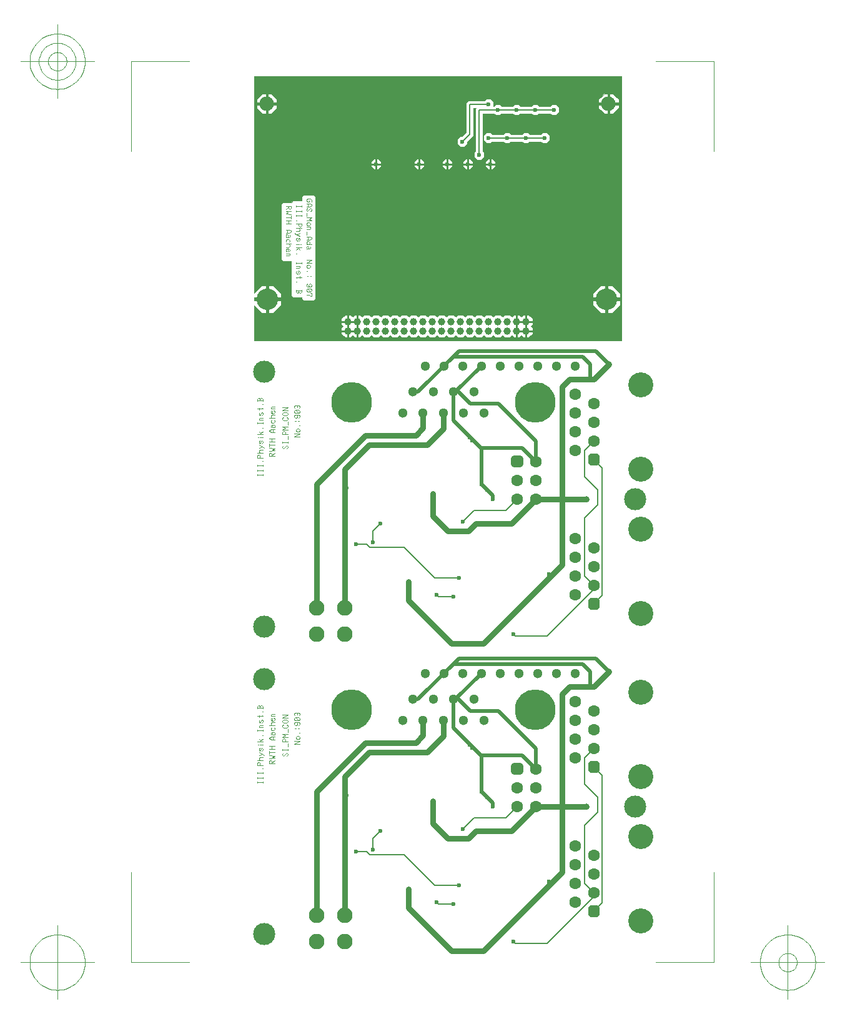
<source format=gbr>
G04 Generated by Ultiboard *
%FSLAX25Y25*%
%MOMM*%

%ADD10C,0.00100*%
%ADD11C,0.50000*%
%ADD12C,0.80000*%
%ADD13C,0.20000*%
%ADD14C,0.11111*%
%ADD15C,0.10000*%
%ADD16C,0.60000*%
%ADD17C,0.80000*%
%ADD18C,3.00000*%
%ADD19C,2.92100*%
%ADD20C,1.60000*%
%ADD21R,0.60508X0.60508*%
%ADD22C,0.99492*%
%ADD23C,1.30000*%
%ADD24C,5.50316*%
%ADD25C,2.11684*%
%ADD26R,0.75342X0.75342*%
%ADD27C,0.84658*%
%ADD28C,3.38684*%
%ADD29C,1.95560*%
%ADD30C,1.00000*%


%LNCopper Bottom*%
%LPD*%
%FSLAX25Y25*%
%MOMM*%
G54D10*
X3119536Y11974150D02*
X3789995Y11974150D01*
X3789995Y11974150D02*
X3789995Y11573370D01*
X3789995Y11573370D02*
X3647536Y11573370D01*
X3647536Y11573370D02*
X3627536Y11593370D01*
X3627536Y11593370D02*
X3569504Y11593370D01*
X3569504Y11593370D02*
X3549504Y11573370D01*
X3549504Y11573370D02*
X3393536Y11573370D01*
X3393536Y11573370D02*
X3373536Y11593370D01*
X3373536Y11593370D02*
X3315504Y11593370D01*
X3315504Y11593370D02*
X3295504Y11573370D01*
X3295504Y11573370D02*
X3287570Y11573370D01*
X3287570Y11573370D02*
X3287570Y11628536D01*
X3287570Y11628536D02*
X3246536Y11669570D01*
X3246536Y11669570D02*
X3188504Y11669570D01*
X3188504Y11669570D02*
X3168504Y11649570D01*
X3168504Y11649570D02*
X3119536Y11649570D01*
X3119536Y11649570D02*
X3119536Y11974150D01*
G36*
X3627536Y11974150D02*
X3789995Y11974150D01*
X3789995Y11573370D01*
X3647536Y11573370D01*
X3627536Y11593370D01*
X3627536Y11974150D01*
G37*
X3627536Y11974150D02*
X3789995Y11974150D01*
X3789995Y11974150D02*
X3789995Y11573370D01*
X3789995Y11573370D02*
X3647536Y11573370D01*
X3647536Y11573370D02*
X3627536Y11593370D01*
X3627536Y11593370D02*
X3627536Y11974150D01*
G36*
X3569504Y11974150D02*
X3627536Y11974150D01*
X3627536Y11593370D01*
X3569504Y11593370D01*
X3569504Y11974150D01*
G37*
X3569504Y11974150D02*
X3627536Y11974150D01*
X3627536Y11974150D02*
X3627536Y11593370D01*
X3627536Y11593370D02*
X3569504Y11593370D01*
X3569504Y11593370D02*
X3569504Y11974150D01*
G36*
X3373536Y11974150D02*
X3569504Y11974150D01*
X3569504Y11593370D01*
X3549504Y11573370D01*
X3393536Y11573370D01*
X3373536Y11593370D01*
X3373536Y11974150D01*
G37*
X3373536Y11974150D02*
X3569504Y11974150D01*
X3569504Y11974150D02*
X3569504Y11593370D01*
X3569504Y11593370D02*
X3549504Y11573370D01*
X3549504Y11573370D02*
X3393536Y11573370D01*
X3393536Y11573370D02*
X3373536Y11593370D01*
X3373536Y11593370D02*
X3373536Y11974150D01*
G36*
X3315504Y11974150D02*
X3373536Y11974150D01*
X3373536Y11593370D01*
X3315504Y11593370D01*
X3315504Y11974150D01*
G37*
X3315504Y11974150D02*
X3373536Y11974150D01*
X3373536Y11974150D02*
X3373536Y11593370D01*
X3373536Y11593370D02*
X3315504Y11593370D01*
X3315504Y11593370D02*
X3315504Y11974150D01*
G36*
X3287570Y11974150D02*
X3315504Y11974150D01*
X3315504Y11593370D01*
X3295504Y11573370D01*
X3287570Y11573370D01*
X3287570Y11974150D01*
G37*
X3287570Y11974150D02*
X3315504Y11974150D01*
X3315504Y11974150D02*
X3315504Y11593370D01*
X3315504Y11593370D02*
X3295504Y11573370D01*
X3295504Y11573370D02*
X3287570Y11573370D01*
X3287570Y11573370D02*
X3287570Y11974150D01*
G36*
X3246536Y11974150D02*
X3287570Y11974150D01*
X3287570Y11628536D01*
X3246536Y11669570D01*
X3246536Y11974150D01*
G37*
X3246536Y11974150D02*
X3287570Y11974150D01*
X3287570Y11974150D02*
X3287570Y11628536D01*
X3287570Y11628536D02*
X3246536Y11669570D01*
X3246536Y11669570D02*
X3246536Y11974150D01*
G36*
X3188504Y11974150D02*
X3188504Y11669570D01*
X3168504Y11649570D01*
X3119536Y11649570D01*
X3119536Y11974150D01*
X3188504Y11974150D01*
G37*
X3188504Y11974150D02*
X3188504Y11669570D01*
X3188504Y11669570D02*
X3168504Y11649570D01*
X3168504Y11649570D02*
X3119536Y11649570D01*
X3119536Y11649570D02*
X3119536Y11974150D01*
X3119536Y11974150D02*
X3188504Y11974150D01*
G36*
X3188504Y11974150D02*
X3246536Y11974150D01*
X3246536Y11669570D01*
X3188504Y11669570D01*
X3188504Y11974150D01*
G37*
X3188504Y11974150D02*
X3246536Y11974150D01*
X3246536Y11974150D02*
X3246536Y11669570D01*
X3246536Y11669570D02*
X3188504Y11669570D01*
X3188504Y11669570D02*
X3188504Y11974150D01*
X3140570Y11473270D02*
X3295504Y11473270D01*
X3295504Y11473270D02*
X3315504Y11453270D01*
X3315504Y11453270D02*
X3373536Y11453270D01*
X3373536Y11453270D02*
X3393536Y11473270D01*
X3393536Y11473270D02*
X3549504Y11473270D01*
X3549504Y11473270D02*
X3569504Y11453270D01*
X3569504Y11453270D02*
X3627536Y11453270D01*
X3627536Y11453270D02*
X3647536Y11473270D01*
X3647536Y11473270D02*
X3789995Y11473270D01*
X3789995Y11473270D02*
X3789995Y11192370D01*
X3789995Y11192370D02*
X3774536Y11192370D01*
X3774536Y11192370D02*
X3754536Y11212370D01*
X3754536Y11212370D02*
X3696504Y11212370D01*
X3696504Y11212370D02*
X3676504Y11192370D01*
X3676504Y11192370D02*
X3520536Y11192370D01*
X3520536Y11192370D02*
X3500536Y11212370D01*
X3500536Y11212370D02*
X3442504Y11212370D01*
X3442504Y11212370D02*
X3422504Y11192370D01*
X3422504Y11192370D02*
X3266536Y11192370D01*
X3266536Y11192370D02*
X3246536Y11212370D01*
X3246536Y11212370D02*
X3188504Y11212370D01*
X3188504Y11212370D02*
X3147470Y11171336D01*
X3147470Y11171336D02*
X3140570Y11171336D01*
X3140570Y11171336D02*
X3140570Y11473270D01*
G36*
X3373536Y11192370D02*
X3315504Y11192370D01*
X3315504Y11453270D01*
X3373536Y11453270D01*
X3373536Y11192370D01*
G37*
X3373536Y11192370D02*
X3315504Y11192370D01*
X3315504Y11192370D02*
X3315504Y11453270D01*
X3315504Y11453270D02*
X3373536Y11453270D01*
X3373536Y11453270D02*
X3373536Y11192370D01*
G36*
X3246536Y11473270D02*
X3295504Y11473270D01*
X3315504Y11453270D01*
X3315504Y11192370D01*
X3266536Y11192370D01*
X3246536Y11212370D01*
X3246536Y11473270D01*
G37*
X3246536Y11473270D02*
X3295504Y11473270D01*
X3295504Y11473270D02*
X3315504Y11453270D01*
X3315504Y11453270D02*
X3315504Y11192370D01*
X3315504Y11192370D02*
X3266536Y11192370D01*
X3266536Y11192370D02*
X3246536Y11212370D01*
X3246536Y11212370D02*
X3246536Y11473270D01*
G36*
X3188504Y11473270D02*
X3188504Y11212370D01*
X3147470Y11171336D01*
X3140570Y11171336D01*
X3140570Y11473270D01*
X3188504Y11473270D01*
G37*
X3188504Y11473270D02*
X3188504Y11212370D01*
X3188504Y11212370D02*
X3147470Y11171336D01*
X3147470Y11171336D02*
X3140570Y11171336D01*
X3140570Y11171336D02*
X3140570Y11473270D01*
X3140570Y11473270D02*
X3188504Y11473270D01*
G36*
X3188504Y11473270D02*
X3246536Y11473270D01*
X3246536Y11212370D01*
X3188504Y11212370D01*
X3188504Y11473270D01*
G37*
X3188504Y11473270D02*
X3246536Y11473270D01*
X3246536Y11473270D02*
X3246536Y11212370D01*
X3246536Y11212370D02*
X3188504Y11212370D01*
X3188504Y11212370D02*
X3188504Y11473270D01*
G36*
X3627536Y11192370D02*
X3569504Y11192370D01*
X3569504Y11453270D01*
X3627536Y11453270D01*
X3627536Y11192370D01*
G37*
X3627536Y11192370D02*
X3569504Y11192370D01*
X3569504Y11192370D02*
X3569504Y11453270D01*
X3569504Y11453270D02*
X3627536Y11453270D01*
X3627536Y11453270D02*
X3627536Y11192370D01*
G36*
X3500536Y11473270D02*
X3549504Y11473270D01*
X3569504Y11453270D01*
X3569504Y11192370D01*
X3520536Y11192370D01*
X3500536Y11212370D01*
X3500536Y11473270D01*
G37*
X3500536Y11473270D02*
X3549504Y11473270D01*
X3549504Y11473270D02*
X3569504Y11453270D01*
X3569504Y11453270D02*
X3569504Y11192370D01*
X3569504Y11192370D02*
X3520536Y11192370D01*
X3520536Y11192370D02*
X3500536Y11212370D01*
X3500536Y11212370D02*
X3500536Y11473270D01*
G36*
X3754536Y11473270D02*
X3789995Y11473270D01*
X3789995Y11192370D01*
X3774536Y11192370D01*
X3754536Y11212370D01*
X3754536Y11473270D01*
G37*
X3754536Y11473270D02*
X3789995Y11473270D01*
X3789995Y11473270D02*
X3789995Y11192370D01*
X3789995Y11192370D02*
X3774536Y11192370D01*
X3774536Y11192370D02*
X3754536Y11212370D01*
X3754536Y11212370D02*
X3754536Y11473270D01*
G36*
X3442504Y11473270D02*
X3442504Y11212370D01*
X3422504Y11192370D01*
X3373536Y11192370D01*
X3373536Y11453270D01*
X3393536Y11473270D01*
X3442504Y11473270D01*
G37*
X3442504Y11473270D02*
X3442504Y11212370D01*
X3442504Y11212370D02*
X3422504Y11192370D01*
X3422504Y11192370D02*
X3373536Y11192370D01*
X3373536Y11192370D02*
X3373536Y11453270D01*
X3373536Y11453270D02*
X3393536Y11473270D01*
X3393536Y11473270D02*
X3442504Y11473270D01*
G36*
X3442504Y11473270D02*
X3500536Y11473270D01*
X3500536Y11212370D01*
X3442504Y11212370D01*
X3442504Y11473270D01*
G37*
X3442504Y11473270D02*
X3500536Y11473270D01*
X3500536Y11473270D02*
X3500536Y11212370D01*
X3500536Y11212370D02*
X3442504Y11212370D01*
X3442504Y11212370D02*
X3442504Y11473270D01*
G36*
X3696504Y11473270D02*
X3696504Y11212370D01*
X3676504Y11192370D01*
X3627536Y11192370D01*
X3627536Y11453270D01*
X3647536Y11473270D01*
X3696504Y11473270D01*
G37*
X3696504Y11473270D02*
X3696504Y11212370D01*
X3696504Y11212370D02*
X3676504Y11192370D01*
X3676504Y11192370D02*
X3627536Y11192370D01*
X3627536Y11192370D02*
X3627536Y11453270D01*
X3627536Y11453270D02*
X3647536Y11473270D01*
X3647536Y11473270D02*
X3696504Y11473270D01*
G36*
X3696504Y11473270D02*
X3754536Y11473270D01*
X3754536Y11212370D01*
X3696504Y11212370D01*
X3696504Y11473270D01*
G37*
X3696504Y11473270D02*
X3754536Y11473270D01*
X3754536Y11473270D02*
X3754536Y11212370D01*
X3754536Y11212370D02*
X3696504Y11212370D01*
X3696504Y11212370D02*
X3696504Y11473270D01*
X3311702Y10817003D02*
X3271936Y10856770D01*
X3271936Y10856770D02*
X3250174Y10856770D01*
X3250174Y10856770D02*
X3250174Y10817003D01*
X3250174Y10817003D02*
X3235666Y10817003D01*
X3235666Y10817003D02*
X3235666Y10856770D01*
X3235666Y10856770D02*
X3213904Y10856770D01*
X3213904Y10856770D02*
X3174138Y10817003D01*
X3174138Y10817003D02*
X3119536Y10817003D01*
X3119536Y10817003D02*
X3119536Y10843670D01*
X3119536Y10843670D02*
X3160570Y10884704D01*
X3160570Y10884704D02*
X3160570Y10942736D01*
X3160570Y10942736D02*
X3140570Y10962736D01*
X3140570Y10962736D02*
X3140570Y11171336D01*
X3140570Y11171336D02*
X3147470Y11171336D01*
X3147470Y11171336D02*
X3147470Y11113304D01*
X3147470Y11113304D02*
X3188504Y11072270D01*
X3188504Y11072270D02*
X3246536Y11072270D01*
X3246536Y11072270D02*
X3266536Y11092270D01*
X3266536Y11092270D02*
X3422504Y11092270D01*
X3422504Y11092270D02*
X3442504Y11072270D01*
X3442504Y11072270D02*
X3500536Y11072270D01*
X3500536Y11072270D02*
X3520536Y11092270D01*
X3520536Y11092270D02*
X3676504Y11092270D01*
X3676504Y11092270D02*
X3696504Y11072270D01*
X3696504Y11072270D02*
X3754536Y11072270D01*
X3754536Y11072270D02*
X3774536Y11092270D01*
X3774536Y11092270D02*
X3789995Y11092270D01*
X3789995Y11092270D02*
X3789995Y10817003D01*
X3789995Y10817003D02*
X3311702Y10817003D01*
G36*
X3250174Y10856770D02*
X3250174Y10817003D01*
X3235666Y10817003D01*
X3235666Y10856770D01*
X3250174Y10856770D01*
G37*
X3250174Y10856770D02*
X3250174Y10817003D01*
X3250174Y10817003D02*
X3235666Y10817003D01*
X3235666Y10817003D02*
X3235666Y10856770D01*
X3235666Y10856770D02*
X3250174Y10856770D01*
G36*
X3132636Y10856770D02*
X3213904Y10856770D01*
X3174138Y10817003D01*
X3119536Y10817003D01*
X3119536Y10843670D01*
X3132636Y10856770D01*
G37*
X3132636Y10856770D02*
X3213904Y10856770D01*
X3213904Y10856770D02*
X3174138Y10817003D01*
X3174138Y10817003D02*
X3119536Y10817003D01*
X3119536Y10817003D02*
X3119536Y10843670D01*
X3119536Y10843670D02*
X3132636Y10856770D01*
G36*
X3442504Y10817003D02*
X3311702Y10817003D01*
X3271936Y10856770D01*
X3271936Y11092270D01*
X3422504Y11092270D01*
X3442504Y11072270D01*
X3442504Y10817003D01*
G37*
X3442504Y10817003D02*
X3311702Y10817003D01*
X3311702Y10817003D02*
X3271936Y10856770D01*
X3271936Y10856770D02*
X3271936Y11092270D01*
X3271936Y11092270D02*
X3422504Y11092270D01*
X3422504Y11092270D02*
X3442504Y11072270D01*
X3442504Y11072270D02*
X3442504Y10817003D01*
G36*
X3271936Y10884704D02*
X3271936Y10856770D01*
X3132636Y10856770D01*
X3160570Y10884704D01*
X3271936Y10884704D01*
G37*
X3271936Y10884704D02*
X3271936Y10856770D01*
X3271936Y10856770D02*
X3132636Y10856770D01*
X3132636Y10856770D02*
X3160570Y10884704D01*
X3160570Y10884704D02*
X3271936Y10884704D01*
G36*
X3500536Y10817003D02*
X3442504Y10817003D01*
X3442504Y11072270D01*
X3500536Y11072270D01*
X3500536Y10817003D01*
G37*
X3500536Y10817003D02*
X3442504Y10817003D01*
X3442504Y10817003D02*
X3442504Y11072270D01*
X3442504Y11072270D02*
X3500536Y11072270D01*
X3500536Y11072270D02*
X3500536Y10817003D01*
G36*
X3696504Y10817003D02*
X3500536Y10817003D01*
X3500536Y11072270D01*
X3520536Y11092270D01*
X3676504Y11092270D01*
X3696504Y11072270D01*
X3696504Y10817003D01*
G37*
X3696504Y10817003D02*
X3500536Y10817003D01*
X3500536Y10817003D02*
X3500536Y11072270D01*
X3500536Y11072270D02*
X3520536Y11092270D01*
X3520536Y11092270D02*
X3676504Y11092270D01*
X3676504Y11092270D02*
X3696504Y11072270D01*
X3696504Y11072270D02*
X3696504Y10817003D01*
G36*
X3147470Y10955836D02*
X3147470Y11113304D01*
X3160570Y11100204D01*
X3160570Y10942736D01*
X3147470Y10955836D01*
G37*
X3147470Y10955836D02*
X3147470Y11113304D01*
X3147470Y11113304D02*
X3160570Y11100204D01*
X3160570Y11100204D02*
X3160570Y10942736D01*
X3160570Y10942736D02*
X3147470Y10955836D01*
G36*
X3147470Y10955836D02*
X3140570Y10962736D01*
X3140570Y11171336D01*
X3147470Y11171336D01*
X3147470Y10955836D01*
G37*
X3147470Y10955836D02*
X3140570Y10962736D01*
X3140570Y10962736D02*
X3140570Y11171336D01*
X3140570Y11171336D02*
X3147470Y11171336D01*
X3147470Y11171336D02*
X3147470Y10955836D01*
G36*
X3188504Y10884704D02*
X3160570Y10884704D01*
X3160570Y11100204D01*
X3188504Y11072270D01*
X3188504Y10884704D01*
G37*
X3188504Y10884704D02*
X3160570Y10884704D01*
X3160570Y10884704D02*
X3160570Y11100204D01*
X3160570Y11100204D02*
X3188504Y11072270D01*
X3188504Y11072270D02*
X3188504Y10884704D01*
G36*
X3754536Y10817003D02*
X3754536Y11072270D01*
X3774536Y11092270D01*
X3789995Y11092270D01*
X3789995Y10817003D01*
X3754536Y10817003D01*
G37*
X3754536Y10817003D02*
X3754536Y11072270D01*
X3754536Y11072270D02*
X3774536Y11092270D01*
X3774536Y11092270D02*
X3789995Y11092270D01*
X3789995Y11092270D02*
X3789995Y10817003D01*
X3789995Y10817003D02*
X3754536Y10817003D01*
G36*
X3754536Y10817003D02*
X3696504Y10817003D01*
X3696504Y11072270D01*
X3754536Y11072270D01*
X3754536Y10817003D01*
G37*
X3754536Y10817003D02*
X3696504Y10817003D01*
X3696504Y10817003D02*
X3696504Y11072270D01*
X3696504Y11072270D02*
X3754536Y11072270D01*
X3754536Y11072270D02*
X3754536Y10817003D01*
G36*
X3246536Y10884704D02*
X3246536Y11072270D01*
X3266536Y11092270D01*
X3271936Y11092270D01*
X3271936Y10884704D01*
X3246536Y10884704D01*
G37*
X3246536Y10884704D02*
X3246536Y11072270D01*
X3246536Y11072270D02*
X3266536Y11092270D01*
X3266536Y11092270D02*
X3271936Y11092270D01*
X3271936Y11092270D02*
X3271936Y10884704D01*
X3271936Y10884704D02*
X3246536Y10884704D01*
G36*
X3246536Y10884704D02*
X3188504Y10884704D01*
X3188504Y11072270D01*
X3246536Y11072270D01*
X3246536Y10884704D01*
G37*
X3246536Y10884704D02*
X3188504Y10884704D01*
X3188504Y10884704D02*
X3188504Y11072270D01*
X3188504Y11072270D02*
X3246536Y11072270D01*
X3246536Y11072270D02*
X3246536Y10884704D01*
X3250174Y10817003D02*
X3250174Y10793974D01*
X3250174Y10793974D02*
X3271936Y10793974D01*
X3271936Y10793974D02*
X3271936Y10779466D01*
X3271936Y10779466D02*
X3250174Y10779466D01*
X3250174Y10779466D02*
X3250174Y10757704D01*
X3250174Y10757704D02*
X3235666Y10757704D01*
X3235666Y10757704D02*
X3235666Y10779466D01*
X3235666Y10779466D02*
X3172870Y10779466D01*
X3172870Y10779466D02*
X3172870Y10757704D01*
X3172870Y10757704D02*
X3008170Y10757704D01*
X3008170Y10757704D02*
X3008170Y10779466D01*
X3008170Y10779466D02*
X2967136Y10779466D01*
X2967136Y10779466D02*
X2967136Y10793974D01*
X2967136Y10793974D02*
X3008170Y10793974D01*
X3008170Y10793974D02*
X3008170Y10815736D01*
X3008170Y10815736D02*
X3006902Y10817003D01*
X3006902Y10817003D02*
X3174138Y10817003D01*
X3174138Y10817003D02*
X3172870Y10815736D01*
X3172870Y10815736D02*
X3172870Y10793974D01*
X3172870Y10793974D02*
X3235666Y10793974D01*
X3235666Y10793974D02*
X3235666Y10817003D01*
X3235666Y10817003D02*
X3250174Y10817003D01*
G36*
X3250174Y10793974D02*
X3271936Y10793974D01*
X3271936Y10779466D01*
X3250174Y10779466D01*
X3250174Y10793974D01*
G37*
X3250174Y10793974D02*
X3271936Y10793974D01*
X3271936Y10793974D02*
X3271936Y10779466D01*
X3271936Y10779466D02*
X3250174Y10779466D01*
X3250174Y10779466D02*
X3250174Y10793974D01*
G36*
X3235666Y10817003D02*
X3250174Y10817003D01*
X3250174Y10757704D01*
X3235666Y10757704D01*
X3235666Y10817003D01*
G37*
X3235666Y10817003D02*
X3250174Y10817003D01*
X3250174Y10817003D02*
X3250174Y10757704D01*
X3250174Y10757704D02*
X3235666Y10757704D01*
X3235666Y10757704D02*
X3235666Y10817003D01*
G36*
X3172870Y10779466D02*
X3172870Y10757704D01*
X3008170Y10757704D01*
X3008170Y10779466D01*
X3172870Y10779466D01*
G37*
X3172870Y10779466D02*
X3172870Y10757704D01*
X3172870Y10757704D02*
X3008170Y10757704D01*
X3008170Y10757704D02*
X3008170Y10779466D01*
X3008170Y10779466D02*
X3172870Y10779466D01*
G36*
X3235666Y10793974D02*
X3235666Y10779466D01*
X2967136Y10779466D01*
X2967136Y10793974D01*
X3235666Y10793974D01*
G37*
X3235666Y10793974D02*
X3235666Y10779466D01*
X3235666Y10779466D02*
X2967136Y10779466D01*
X2967136Y10779466D02*
X2967136Y10793974D01*
X2967136Y10793974D02*
X3235666Y10793974D01*
G36*
X3008170Y10817003D02*
X3008170Y10815736D01*
X3006902Y10817003D01*
X3008170Y10817003D01*
G37*
X3008170Y10817003D02*
X3008170Y10815736D01*
X3008170Y10815736D02*
X3006902Y10817003D01*
X3006902Y10817003D02*
X3008170Y10817003D01*
G36*
X3008170Y10815736D02*
X3172870Y10815736D01*
X3172870Y10793974D01*
X3008170Y10793974D01*
X3008170Y10815736D01*
G37*
X3008170Y10815736D02*
X3172870Y10815736D01*
X3172870Y10815736D02*
X3172870Y10793974D01*
X3172870Y10793974D02*
X3008170Y10793974D01*
X3008170Y10793974D02*
X3008170Y10815736D01*
G36*
X3008170Y10815736D02*
X3008170Y10817003D01*
X3174138Y10817003D01*
X3172870Y10815736D01*
X3008170Y10815736D01*
G37*
X3008170Y10815736D02*
X3008170Y10817003D01*
X3008170Y10817003D02*
X3174138Y10817003D01*
X3174138Y10817003D02*
X3172870Y10815736D01*
X3172870Y10815736D02*
X3008170Y10815736D01*
X3172870Y10757704D02*
X3213904Y10716670D01*
X3213904Y10716670D02*
X3235666Y10716670D01*
X3235666Y10716670D02*
X3235666Y10757704D01*
X3235666Y10757704D02*
X3250174Y10757704D01*
X3250174Y10757704D02*
X3250174Y10716670D01*
X3250174Y10716670D02*
X3271936Y10716670D01*
X3271936Y10716670D02*
X3271936Y9588037D01*
X3271936Y9588037D02*
X2967136Y9588037D01*
X2967136Y9588037D02*
X2967136Y10716670D01*
X2967136Y10716670D02*
X3008170Y10757704D01*
X3008170Y10757704D02*
X3172870Y10757704D01*
G36*
X3213904Y9588037D02*
X2967136Y9588037D01*
X2967136Y10716670D01*
X3008170Y10757704D01*
X3172870Y10757704D01*
X3213904Y10716670D01*
X3213904Y9588037D01*
G37*
X3213904Y9588037D02*
X2967136Y9588037D01*
X2967136Y9588037D02*
X2967136Y10716670D01*
X2967136Y10716670D02*
X3008170Y10757704D01*
X3008170Y10757704D02*
X3172870Y10757704D01*
X3172870Y10757704D02*
X3213904Y10716670D01*
X3213904Y10716670D02*
X3213904Y9588037D01*
G36*
X3235666Y10716670D02*
X3235666Y10757704D01*
X3250174Y10757704D01*
X3250174Y10716670D01*
X3235666Y10716670D01*
G37*
X3235666Y10716670D02*
X3235666Y10757704D01*
X3235666Y10757704D02*
X3250174Y10757704D01*
X3250174Y10757704D02*
X3250174Y10716670D01*
X3250174Y10716670D02*
X3235666Y10716670D01*
G36*
X3271936Y10716670D02*
X3271936Y9588037D01*
X3213904Y9588037D01*
X3213904Y10716670D01*
X3271936Y10716670D01*
G37*
X3271936Y10716670D02*
X3271936Y9588037D01*
X3271936Y9588037D02*
X3213904Y9588037D01*
X3213904Y9588037D02*
X3213904Y10716670D01*
X3213904Y10716670D02*
X3271936Y10716670D01*
X3246382Y8743170D02*
X3180220Y8743170D01*
X3180220Y8743170D02*
X3154020Y8716970D01*
X3154020Y8716970D02*
X3127820Y8743170D01*
X3127820Y8743170D02*
X3119382Y8743170D01*
X3119382Y8743170D02*
X3119382Y9588037D01*
X3119382Y9588037D02*
X3246382Y9588037D01*
X3246382Y9588037D02*
X3246382Y8743170D01*
G36*
X3180220Y9588037D02*
X3246382Y9588037D01*
X3246382Y8743170D01*
X3180220Y8743170D01*
X3180220Y9588037D01*
G37*
X3180220Y9588037D02*
X3246382Y9588037D01*
X3246382Y9588037D02*
X3246382Y8743170D01*
X3246382Y8743170D02*
X3180220Y8743170D01*
X3180220Y8743170D02*
X3180220Y9588037D01*
G36*
X3127820Y9588037D02*
X3127820Y8743170D01*
X3119382Y8743170D01*
X3119382Y9588037D01*
X3127820Y9588037D01*
G37*
X3127820Y9588037D02*
X3127820Y8743170D01*
X3127820Y8743170D02*
X3119382Y8743170D01*
X3119382Y8743170D02*
X3119382Y9588037D01*
X3119382Y9588037D02*
X3127820Y9588037D01*
G36*
X3127820Y9588037D02*
X3180220Y9588037D01*
X3180220Y8743170D01*
X3154020Y8716970D01*
X3127820Y8743170D01*
X3127820Y9588037D01*
G37*
X3127820Y9588037D02*
X3180220Y9588037D01*
X3180220Y9588037D02*
X3180220Y8743170D01*
X3180220Y8743170D02*
X3154020Y8716970D01*
X3154020Y8716970D02*
X3127820Y8743170D01*
X3127820Y8743170D02*
X3127820Y9588037D01*
X3154020Y8462270D02*
X3180220Y8436070D01*
X3180220Y8436070D02*
X3254820Y8436070D01*
X3254820Y8436070D02*
X3281020Y8462270D01*
X3281020Y8462270D02*
X3307220Y8436070D01*
X3307220Y8436070D02*
X3381820Y8436070D01*
X3381820Y8436070D02*
X3408020Y8462270D01*
X3408020Y8462270D02*
X3434220Y8436070D01*
X3434220Y8436070D02*
X3508820Y8436070D01*
X3508820Y8436070D02*
X3535020Y8462270D01*
X3535020Y8462270D02*
X3561220Y8436070D01*
X3561220Y8436070D02*
X3561220Y8399120D01*
X3561220Y8399120D02*
X2992382Y8399120D01*
X2992382Y8399120D02*
X2992382Y8436070D01*
X2992382Y8436070D02*
X3000820Y8436070D01*
X3000820Y8436070D02*
X3027020Y8462270D01*
X3027020Y8462270D02*
X3053220Y8436070D01*
X3053220Y8436070D02*
X3127820Y8436070D01*
X3127820Y8436070D02*
X3154020Y8462270D01*
G36*
X3254820Y8399120D02*
X3180220Y8399120D01*
X3180220Y8436070D01*
X3254820Y8436070D01*
X3254820Y8399120D01*
G37*
X3254820Y8399120D02*
X3180220Y8399120D01*
X3180220Y8399120D02*
X3180220Y8436070D01*
X3180220Y8436070D02*
X3254820Y8436070D01*
X3254820Y8436070D02*
X3254820Y8399120D01*
G36*
X3000820Y8399120D02*
X2992382Y8399120D01*
X2992382Y8436070D01*
X3000820Y8436070D01*
X3000820Y8399120D01*
G37*
X3000820Y8399120D02*
X2992382Y8399120D01*
X2992382Y8399120D02*
X2992382Y8436070D01*
X2992382Y8436070D02*
X3000820Y8436070D01*
X3000820Y8436070D02*
X3000820Y8399120D01*
G36*
X3307220Y8399120D02*
X3254820Y8399120D01*
X3254820Y8436070D01*
X3281020Y8462270D01*
X3307220Y8436070D01*
X3307220Y8399120D01*
G37*
X3307220Y8399120D02*
X3254820Y8399120D01*
X3254820Y8399120D02*
X3254820Y8436070D01*
X3254820Y8436070D02*
X3281020Y8462270D01*
X3281020Y8462270D02*
X3307220Y8436070D01*
X3307220Y8436070D02*
X3307220Y8399120D01*
G36*
X3053220Y8399120D02*
X3000820Y8399120D01*
X3000820Y8436070D01*
X3027020Y8462270D01*
X3053220Y8436070D01*
X3053220Y8399120D01*
G37*
X3053220Y8399120D02*
X3000820Y8399120D01*
X3000820Y8399120D02*
X3000820Y8436070D01*
X3000820Y8436070D02*
X3027020Y8462270D01*
X3027020Y8462270D02*
X3053220Y8436070D01*
X3053220Y8436070D02*
X3053220Y8399120D01*
G36*
X3381820Y8399120D02*
X3307220Y8399120D01*
X3307220Y8436070D01*
X3381820Y8436070D01*
X3381820Y8399120D01*
G37*
X3381820Y8399120D02*
X3307220Y8399120D01*
X3307220Y8399120D02*
X3307220Y8436070D01*
X3307220Y8436070D02*
X3381820Y8436070D01*
X3381820Y8436070D02*
X3381820Y8399120D01*
G36*
X3127820Y8399120D02*
X3127820Y8436070D01*
X3154020Y8462270D01*
X3180220Y8436070D01*
X3180220Y8399120D01*
X3127820Y8399120D01*
G37*
X3127820Y8399120D02*
X3127820Y8436070D01*
X3127820Y8436070D02*
X3154020Y8462270D01*
X3154020Y8462270D02*
X3180220Y8436070D01*
X3180220Y8436070D02*
X3180220Y8399120D01*
X3180220Y8399120D02*
X3127820Y8399120D01*
G36*
X3127820Y8399120D02*
X3053220Y8399120D01*
X3053220Y8436070D01*
X3127820Y8436070D01*
X3127820Y8399120D01*
G37*
X3127820Y8399120D02*
X3053220Y8399120D01*
X3053220Y8399120D02*
X3053220Y8436070D01*
X3053220Y8436070D02*
X3127820Y8436070D01*
X3127820Y8436070D02*
X3127820Y8399120D01*
G36*
X3434220Y8399120D02*
X3381820Y8399120D01*
X3381820Y8436070D01*
X3408020Y8462270D01*
X3434220Y8436070D01*
X3434220Y8399120D01*
G37*
X3434220Y8399120D02*
X3381820Y8399120D01*
X3381820Y8399120D02*
X3381820Y8436070D01*
X3381820Y8436070D02*
X3408020Y8462270D01*
X3408020Y8462270D02*
X3434220Y8436070D01*
X3434220Y8436070D02*
X3434220Y8399120D01*
G36*
X3508820Y8399120D02*
X3508820Y8436070D01*
X3535020Y8462270D01*
X3561220Y8436070D01*
X3561220Y8399120D01*
X3508820Y8399120D01*
G37*
X3508820Y8399120D02*
X3508820Y8436070D01*
X3508820Y8436070D02*
X3535020Y8462270D01*
X3535020Y8462270D02*
X3561220Y8436070D01*
X3561220Y8436070D02*
X3561220Y8399120D01*
X3561220Y8399120D02*
X3508820Y8399120D01*
G36*
X3508820Y8399120D02*
X3434220Y8399120D01*
X3434220Y8436070D01*
X3508820Y8436070D01*
X3508820Y8399120D01*
G37*
X3508820Y8399120D02*
X3434220Y8399120D01*
X3434220Y8399120D02*
X3434220Y8436070D01*
X3434220Y8436070D02*
X3508820Y8436070D01*
X3508820Y8436070D02*
X3508820Y8399120D01*
X40050Y9588037D02*
X40050Y10817003D01*
X40050Y10817003D02*
X1248045Y10817003D01*
X1248045Y10817003D02*
X1248045Y9588037D01*
X1248045Y9588037D02*
X875326Y9588037D01*
X875326Y9588037D02*
X875326Y10344395D01*
X875326Y10344395D02*
X848995Y10370726D01*
X848995Y10370726D02*
X710445Y10370726D01*
X710445Y10370726D02*
X684114Y10344395D01*
X684114Y10344395D02*
X684114Y10289926D01*
X684114Y10289926D02*
X570445Y10289926D01*
X570445Y10289926D02*
X550445Y10269926D01*
X550445Y10269926D02*
X430445Y10269926D01*
X430445Y10269926D02*
X404114Y10243595D01*
X404114Y10243595D02*
X404114Y9588037D01*
X404114Y9588037D02*
X40050Y9588037D01*
G36*
X875326Y10817003D02*
X1248045Y10817003D01*
X1248045Y9588037D01*
X875326Y9588037D01*
X875326Y10817003D01*
G37*
X875326Y10817003D02*
X1248045Y10817003D01*
X1248045Y10817003D02*
X1248045Y9588037D01*
X1248045Y9588037D02*
X875326Y9588037D01*
X875326Y9588037D02*
X875326Y10817003D01*
G36*
X848995Y10817003D02*
X875326Y10817003D01*
X875326Y10344395D01*
X848995Y10370726D01*
X848995Y10817003D01*
G37*
X848995Y10817003D02*
X875326Y10817003D01*
X875326Y10817003D02*
X875326Y10344395D01*
X875326Y10344395D02*
X848995Y10370726D01*
X848995Y10370726D02*
X848995Y10817003D01*
G36*
X710445Y10817003D02*
X848995Y10817003D01*
X848995Y10370726D01*
X710445Y10370726D01*
X710445Y10817003D01*
G37*
X710445Y10817003D02*
X848995Y10817003D01*
X848995Y10817003D02*
X848995Y10370726D01*
X848995Y10370726D02*
X710445Y10370726D01*
X710445Y10370726D02*
X710445Y10817003D01*
G36*
X40050Y10344395D02*
X40050Y10817003D01*
X710445Y10817003D01*
X710445Y10370726D01*
X684114Y10344395D01*
X40050Y10344395D01*
G37*
X40050Y10344395D02*
X40050Y10817003D01*
X40050Y10817003D02*
X710445Y10817003D01*
X710445Y10817003D02*
X710445Y10370726D01*
X710445Y10370726D02*
X684114Y10344395D01*
X684114Y10344395D02*
X40050Y10344395D01*
G36*
X570445Y10344395D02*
X684114Y10344395D01*
X684114Y10289926D01*
X570445Y10289926D01*
X570445Y10344395D01*
G37*
X570445Y10344395D02*
X684114Y10344395D01*
X684114Y10344395D02*
X684114Y10289926D01*
X684114Y10289926D02*
X570445Y10289926D01*
X570445Y10289926D02*
X570445Y10344395D01*
G36*
X430445Y10344395D02*
X570445Y10344395D01*
X570445Y10289926D01*
X550445Y10269926D01*
X430445Y10269926D01*
X430445Y10344395D01*
G37*
X430445Y10344395D02*
X570445Y10344395D01*
X570445Y10344395D02*
X570445Y10289926D01*
X570445Y10289926D02*
X550445Y10269926D01*
X550445Y10269926D02*
X430445Y10269926D01*
X430445Y10269926D02*
X430445Y10344395D01*
G36*
X40050Y10243595D02*
X404114Y10243595D01*
X404114Y9588037D01*
X40050Y9588037D01*
X40050Y10243595D01*
G37*
X40050Y10243595D02*
X404114Y10243595D01*
X404114Y10243595D02*
X404114Y9588037D01*
X404114Y9588037D02*
X40050Y9588037D01*
X40050Y9588037D02*
X40050Y10243595D01*
G36*
X40050Y10243595D02*
X40050Y10344395D01*
X430445Y10344395D01*
X430445Y10269926D01*
X404114Y10243595D01*
X40050Y10243595D01*
G37*
X40050Y10243595D02*
X40050Y10344395D01*
X40050Y10344395D02*
X430445Y10344395D01*
X430445Y10344395D02*
X430445Y10269926D01*
X430445Y10269926D02*
X404114Y10243595D01*
X404114Y10243595D02*
X40050Y10243595D01*
X1623470Y10757704D02*
X1664504Y10716670D01*
X1664504Y10716670D02*
X1686266Y10716670D01*
X1686266Y10716670D02*
X1686266Y10757704D01*
X1686266Y10757704D02*
X1700774Y10757704D01*
X1700774Y10757704D02*
X1700774Y10716670D01*
X1700774Y10716670D02*
X1722536Y10716670D01*
X1722536Y10716670D02*
X1722536Y9588037D01*
X1722536Y9588037D02*
X1248045Y9588037D01*
X1248045Y9588037D02*
X1248045Y10757704D01*
X1248045Y10757704D02*
X1623470Y10757704D01*
G36*
X1664504Y9588037D02*
X1248045Y9588037D01*
X1248045Y10757704D01*
X1623470Y10757704D01*
X1664504Y10716670D01*
X1664504Y9588037D01*
G37*
X1664504Y9588037D02*
X1248045Y9588037D01*
X1248045Y9588037D02*
X1248045Y10757704D01*
X1248045Y10757704D02*
X1623470Y10757704D01*
X1623470Y10757704D02*
X1664504Y10716670D01*
X1664504Y10716670D02*
X1664504Y9588037D01*
G36*
X1686266Y10716670D02*
X1686266Y10757704D01*
X1700774Y10757704D01*
X1700774Y10716670D01*
X1686266Y10716670D01*
G37*
X1686266Y10716670D02*
X1686266Y10757704D01*
X1686266Y10757704D02*
X1700774Y10757704D01*
X1700774Y10757704D02*
X1700774Y10716670D01*
X1700774Y10716670D02*
X1686266Y10716670D01*
G36*
X1722536Y10716670D02*
X1722536Y9588037D01*
X1664504Y9588037D01*
X1664504Y10716670D01*
X1722536Y10716670D01*
G37*
X1722536Y10716670D02*
X1722536Y9588037D01*
X1722536Y9588037D02*
X1664504Y9588037D01*
X1664504Y9588037D02*
X1664504Y10716670D01*
X1664504Y10716670D02*
X1722536Y10716670D01*
X2207670Y10757704D02*
X2248704Y10716670D01*
X2248704Y10716670D02*
X2270466Y10716670D01*
X2270466Y10716670D02*
X2270466Y10757704D01*
X2270466Y10757704D02*
X2284974Y10757704D01*
X2284974Y10757704D02*
X2284974Y10716670D01*
X2284974Y10716670D02*
X2306736Y10716670D01*
X2306736Y10716670D02*
X2306736Y9588037D01*
X2306736Y9588037D02*
X1722536Y9588037D01*
X1722536Y9588037D02*
X1722536Y10716670D01*
X1722536Y10716670D02*
X1763570Y10757704D01*
X1763570Y10757704D02*
X2207670Y10757704D01*
G36*
X2248704Y9588037D02*
X1722536Y9588037D01*
X1722536Y10716670D01*
X1763570Y10757704D01*
X2207670Y10757704D01*
X2248704Y10716670D01*
X2248704Y9588037D01*
G37*
X2248704Y9588037D02*
X1722536Y9588037D01*
X1722536Y9588037D02*
X1722536Y10716670D01*
X1722536Y10716670D02*
X1763570Y10757704D01*
X1763570Y10757704D02*
X2207670Y10757704D01*
X2207670Y10757704D02*
X2248704Y10716670D01*
X2248704Y10716670D02*
X2248704Y9588037D01*
G36*
X2270466Y10716670D02*
X2270466Y10757704D01*
X2284974Y10757704D01*
X2284974Y10716670D01*
X2270466Y10716670D01*
G37*
X2270466Y10716670D02*
X2270466Y10757704D01*
X2270466Y10757704D02*
X2284974Y10757704D01*
X2284974Y10757704D02*
X2284974Y10716670D01*
X2284974Y10716670D02*
X2270466Y10716670D01*
G36*
X2306736Y10716670D02*
X2306736Y9588037D01*
X2248704Y9588037D01*
X2248704Y10716670D01*
X2306736Y10716670D01*
G37*
X2306736Y10716670D02*
X2306736Y9588037D01*
X2306736Y9588037D02*
X2248704Y9588037D01*
X2248704Y9588037D02*
X2248704Y10716670D01*
X2248704Y10716670D02*
X2306736Y10716670D01*
X2306736Y10793974D02*
X2347770Y10793974D01*
X2347770Y10793974D02*
X2347770Y10815736D01*
X2347770Y10815736D02*
X2346502Y10817003D01*
X2346502Y10817003D02*
X2519020Y10817003D01*
X2519020Y10817003D02*
X2519020Y9588037D01*
X2519020Y9588037D02*
X2306736Y9588037D01*
X2306736Y9588037D02*
X2306736Y10716670D01*
X2306736Y10716670D02*
X2347770Y10757704D01*
X2347770Y10757704D02*
X2347770Y10779466D01*
X2347770Y10779466D02*
X2306736Y10779466D01*
X2306736Y10779466D02*
X2306736Y10793974D01*
G36*
X2347770Y10817003D02*
X2347770Y10815736D01*
X2346502Y10817003D01*
X2347770Y10817003D01*
G37*
X2347770Y10817003D02*
X2347770Y10815736D01*
X2347770Y10815736D02*
X2346502Y10817003D01*
X2346502Y10817003D02*
X2347770Y10817003D01*
G36*
X2347770Y10817003D02*
X2519020Y10817003D01*
X2519020Y10793974D01*
X2347770Y10793974D01*
X2347770Y10817003D01*
G37*
X2347770Y10817003D02*
X2519020Y10817003D01*
X2519020Y10817003D02*
X2519020Y10793974D01*
X2519020Y10793974D02*
X2347770Y10793974D01*
X2347770Y10793974D02*
X2347770Y10817003D01*
G36*
X2519020Y10757704D02*
X2519020Y9588037D01*
X2306736Y9588037D01*
X2306736Y10716670D01*
X2347770Y10757704D01*
X2519020Y10757704D01*
G37*
X2519020Y10757704D02*
X2519020Y9588037D01*
X2519020Y9588037D02*
X2306736Y9588037D01*
X2306736Y9588037D02*
X2306736Y10716670D01*
X2306736Y10716670D02*
X2347770Y10757704D01*
X2347770Y10757704D02*
X2519020Y10757704D01*
G36*
X2347770Y10793974D02*
X2347770Y10779466D01*
X2306736Y10779466D01*
X2306736Y10793974D01*
X2347770Y10793974D01*
G37*
X2347770Y10793974D02*
X2347770Y10779466D01*
X2347770Y10779466D02*
X2306736Y10779466D01*
X2306736Y10779466D02*
X2306736Y10793974D01*
X2306736Y10793974D02*
X2347770Y10793974D01*
G36*
X2347770Y10793974D02*
X2519020Y10793974D01*
X2519020Y10757704D01*
X2347770Y10757704D01*
X2347770Y10793974D01*
G37*
X2347770Y10793974D02*
X2519020Y10793974D01*
X2519020Y10793974D02*
X2519020Y10757704D01*
X2519020Y10757704D02*
X2347770Y10757704D01*
X2347770Y10757704D02*
X2347770Y10793974D01*
X2588670Y10757704D02*
X2629704Y10716670D01*
X2629704Y10716670D02*
X2651466Y10716670D01*
X2651466Y10716670D02*
X2651466Y10757704D01*
X2651466Y10757704D02*
X2665974Y10757704D01*
X2665974Y10757704D02*
X2665974Y10716670D01*
X2665974Y10716670D02*
X2687736Y10716670D01*
X2687736Y10716670D02*
X2687736Y9588037D01*
X2687736Y9588037D02*
X2519020Y9588037D01*
X2519020Y9588037D02*
X2519020Y10757704D01*
X2519020Y10757704D02*
X2588670Y10757704D01*
G36*
X2629704Y9588037D02*
X2519020Y9588037D01*
X2519020Y10757704D01*
X2588670Y10757704D01*
X2629704Y10716670D01*
X2629704Y9588037D01*
G37*
X2629704Y9588037D02*
X2519020Y9588037D01*
X2519020Y9588037D02*
X2519020Y10757704D01*
X2519020Y10757704D02*
X2588670Y10757704D01*
X2588670Y10757704D02*
X2629704Y10716670D01*
X2629704Y10716670D02*
X2629704Y9588037D01*
G36*
X2651466Y10716670D02*
X2651466Y10757704D01*
X2665974Y10757704D01*
X2665974Y10716670D01*
X2651466Y10716670D01*
G37*
X2651466Y10716670D02*
X2651466Y10757704D01*
X2651466Y10757704D02*
X2665974Y10757704D01*
X2665974Y10757704D02*
X2665974Y10716670D01*
X2665974Y10716670D02*
X2651466Y10716670D01*
G36*
X2687736Y10716670D02*
X2687736Y9588037D01*
X2629704Y9588037D01*
X2629704Y10716670D01*
X2687736Y10716670D01*
G37*
X2687736Y10716670D02*
X2687736Y9588037D01*
X2687736Y9588037D02*
X2629704Y9588037D01*
X2629704Y9588037D02*
X2629704Y10716670D01*
X2629704Y10716670D02*
X2687736Y10716670D01*
X2868070Y10757704D02*
X2909104Y10716670D01*
X2909104Y10716670D02*
X2930866Y10716670D01*
X2930866Y10716670D02*
X2930866Y10757704D01*
X2930866Y10757704D02*
X2945374Y10757704D01*
X2945374Y10757704D02*
X2945374Y10716670D01*
X2945374Y10716670D02*
X2967136Y10716670D01*
X2967136Y10716670D02*
X2967136Y9588037D01*
X2967136Y9588037D02*
X2687736Y9588037D01*
X2687736Y9588037D02*
X2687736Y10716670D01*
X2687736Y10716670D02*
X2728770Y10757704D01*
X2728770Y10757704D02*
X2868070Y10757704D01*
G36*
X2909104Y9588037D02*
X2687736Y9588037D01*
X2687736Y10716670D01*
X2728770Y10757704D01*
X2868070Y10757704D01*
X2909104Y10716670D01*
X2909104Y9588037D01*
G37*
X2909104Y9588037D02*
X2687736Y9588037D01*
X2687736Y9588037D02*
X2687736Y10716670D01*
X2687736Y10716670D02*
X2728770Y10757704D01*
X2728770Y10757704D02*
X2868070Y10757704D01*
X2868070Y10757704D02*
X2909104Y10716670D01*
X2909104Y10716670D02*
X2909104Y9588037D01*
G36*
X2930866Y10716670D02*
X2930866Y10757704D01*
X2945374Y10757704D01*
X2945374Y10716670D01*
X2930866Y10716670D01*
G37*
X2930866Y10716670D02*
X2930866Y10757704D01*
X2930866Y10757704D02*
X2945374Y10757704D01*
X2945374Y10757704D02*
X2945374Y10716670D01*
X2945374Y10716670D02*
X2930866Y10716670D01*
G36*
X2967136Y10716670D02*
X2967136Y9588037D01*
X2909104Y9588037D01*
X2909104Y10716670D01*
X2967136Y10716670D01*
G37*
X2967136Y10716670D02*
X2967136Y9588037D01*
X2967136Y9588037D02*
X2909104Y9588037D01*
X2909104Y9588037D02*
X2909104Y10716670D01*
X2909104Y10716670D02*
X2967136Y10716670D01*
X875326Y9035005D02*
X875326Y9588037D01*
X875326Y9588037D02*
X1248045Y9588037D01*
X1248045Y9588037D02*
X1248045Y9035005D01*
X1248045Y9035005D02*
X875326Y9035005D01*
G36*
X875326Y9035005D02*
X875326Y9588037D01*
X1248045Y9588037D01*
X1248045Y9035005D01*
X875326Y9035005D01*
G37*
X875326Y9035005D02*
X875326Y9588037D01*
X875326Y9588037D02*
X1248045Y9588037D01*
X1248045Y9588037D02*
X1248045Y9035005D01*
X1248045Y9035005D02*
X875326Y9035005D01*
X406420Y9035005D02*
X297405Y9144020D01*
X297405Y9144020D02*
X239591Y9144020D01*
X239591Y9144020D02*
X239591Y9035005D01*
X239591Y9035005D02*
X201049Y9035005D01*
X201049Y9035005D02*
X201049Y9144020D01*
X201049Y9144020D02*
X143235Y9144020D01*
X143235Y9144020D02*
X40050Y9040835D01*
X40050Y9040835D02*
X40050Y9588037D01*
X40050Y9588037D02*
X404114Y9588037D01*
X404114Y9588037D02*
X404114Y9501045D01*
X404114Y9501045D02*
X430445Y9474714D01*
X430445Y9474714D02*
X544114Y9474714D01*
X544114Y9474714D02*
X544114Y9035005D01*
X544114Y9035005D02*
X406420Y9035005D01*
G36*
X239591Y9144020D02*
X239591Y9035005D01*
X201049Y9035005D01*
X201049Y9144020D01*
X239591Y9144020D01*
G37*
X239591Y9144020D02*
X239591Y9035005D01*
X239591Y9035005D02*
X201049Y9035005D01*
X201049Y9035005D02*
X201049Y9144020D01*
X201049Y9144020D02*
X239591Y9144020D01*
G36*
X40050Y9144020D02*
X143235Y9144020D01*
X40050Y9040835D01*
X40050Y9144020D01*
G37*
X40050Y9144020D02*
X143235Y9144020D01*
X143235Y9144020D02*
X40050Y9040835D01*
X40050Y9040835D02*
X40050Y9144020D01*
G36*
X40050Y9144020D02*
X40050Y9588037D01*
X297405Y9588037D01*
X297405Y9144020D01*
X40050Y9144020D01*
G37*
X40050Y9144020D02*
X40050Y9588037D01*
X40050Y9588037D02*
X297405Y9588037D01*
X297405Y9588037D02*
X297405Y9144020D01*
X297405Y9144020D02*
X40050Y9144020D01*
G36*
X404114Y9037311D02*
X297405Y9144020D01*
X297405Y9588037D01*
X404114Y9588037D01*
X404114Y9037311D01*
G37*
X404114Y9037311D02*
X297405Y9144020D01*
X297405Y9144020D02*
X297405Y9588037D01*
X297405Y9588037D02*
X404114Y9588037D01*
X404114Y9588037D02*
X404114Y9037311D01*
G36*
X430445Y9035005D02*
X430445Y9474714D01*
X544114Y9474714D01*
X544114Y9035005D01*
X430445Y9035005D01*
G37*
X430445Y9035005D02*
X430445Y9474714D01*
X430445Y9474714D02*
X544114Y9474714D01*
X544114Y9474714D02*
X544114Y9035005D01*
X544114Y9035005D02*
X430445Y9035005D01*
G36*
X430445Y9035005D02*
X406420Y9035005D01*
X404114Y9037311D01*
X404114Y9501045D01*
X430445Y9474714D01*
X430445Y9035005D01*
G37*
X430445Y9035005D02*
X406420Y9035005D01*
X406420Y9035005D02*
X404114Y9037311D01*
X404114Y9037311D02*
X404114Y9501045D01*
X404114Y9501045D02*
X430445Y9474714D01*
X430445Y9474714D02*
X430445Y9035005D01*
X1349820Y8743170D02*
X1321845Y8743170D01*
X1321845Y8743170D02*
X1321845Y8662445D01*
X1321845Y8662445D02*
X1349820Y8662445D01*
X1349820Y8662445D02*
X1349820Y8643795D01*
X1349820Y8643795D02*
X1321845Y8643795D01*
X1321845Y8643795D02*
X1321845Y8535445D01*
X1321845Y8535445D02*
X1349820Y8535445D01*
X1349820Y8535445D02*
X1349820Y8516795D01*
X1349820Y8516795D02*
X1321845Y8516795D01*
X1321845Y8516795D02*
X1321845Y8436070D01*
X1321845Y8436070D02*
X1349820Y8436070D01*
X1349820Y8436070D02*
X1349820Y8399120D01*
X1349820Y8399120D02*
X1248045Y8399120D01*
X1248045Y8399120D02*
X1248045Y8463245D01*
X1248045Y8463245D02*
X1275220Y8436070D01*
X1275220Y8436070D02*
X1303195Y8436070D01*
X1303195Y8436070D02*
X1303195Y8516795D01*
X1303195Y8516795D02*
X1248045Y8516795D01*
X1248045Y8516795D02*
X1248045Y8535445D01*
X1248045Y8535445D02*
X1303195Y8535445D01*
X1303195Y8535445D02*
X1303195Y8643795D01*
X1303195Y8643795D02*
X1248045Y8643795D01*
X1248045Y8643795D02*
X1248045Y8662445D01*
X1248045Y8662445D02*
X1303195Y8662445D01*
X1303195Y8662445D02*
X1303195Y8743170D01*
X1303195Y8743170D02*
X1275220Y8743170D01*
X1275220Y8743170D02*
X1248045Y8715995D01*
X1248045Y8715995D02*
X1248045Y9588037D01*
X1248045Y9588037D02*
X1349820Y9588037D01*
X1349820Y9588037D02*
X1349820Y8743170D01*
G36*
X1248045Y8743170D02*
X1275220Y8743170D01*
X1248045Y8715995D01*
X1248045Y8743170D01*
G37*
X1248045Y8743170D02*
X1275220Y8743170D01*
X1275220Y8743170D02*
X1248045Y8715995D01*
X1248045Y8715995D02*
X1248045Y8743170D01*
G36*
X1248045Y8743170D02*
X1248045Y9588037D01*
X1349820Y9588037D01*
X1349820Y8743170D01*
X1248045Y8743170D01*
G37*
X1248045Y8743170D02*
X1248045Y9588037D01*
X1248045Y9588037D02*
X1349820Y9588037D01*
X1349820Y9588037D02*
X1349820Y8743170D01*
X1349820Y8743170D02*
X1248045Y8743170D01*
G36*
X1321845Y8662445D02*
X1349820Y8662445D01*
X1349820Y8643795D01*
X1321845Y8643795D01*
X1321845Y8662445D01*
G37*
X1321845Y8662445D02*
X1349820Y8662445D01*
X1349820Y8662445D02*
X1349820Y8643795D01*
X1349820Y8643795D02*
X1321845Y8643795D01*
X1321845Y8643795D02*
X1321845Y8662445D01*
G36*
X1321845Y8535445D02*
X1349820Y8535445D01*
X1349820Y8516795D01*
X1321845Y8516795D01*
X1321845Y8535445D01*
G37*
X1321845Y8535445D02*
X1349820Y8535445D01*
X1349820Y8535445D02*
X1349820Y8516795D01*
X1349820Y8516795D02*
X1321845Y8516795D01*
X1321845Y8516795D02*
X1321845Y8535445D01*
G36*
X1321845Y8399120D02*
X1321845Y8436070D01*
X1349820Y8436070D01*
X1349820Y8399120D01*
X1321845Y8399120D01*
G37*
X1321845Y8399120D02*
X1321845Y8436070D01*
X1321845Y8436070D02*
X1349820Y8436070D01*
X1349820Y8436070D02*
X1349820Y8399120D01*
X1349820Y8399120D02*
X1321845Y8399120D01*
G36*
X1275220Y8399120D02*
X1248045Y8399120D01*
X1248045Y8463245D01*
X1275220Y8436070D01*
X1275220Y8399120D01*
G37*
X1275220Y8399120D02*
X1248045Y8399120D01*
X1248045Y8399120D02*
X1248045Y8463245D01*
X1248045Y8463245D02*
X1275220Y8436070D01*
X1275220Y8436070D02*
X1275220Y8399120D01*
G36*
X1321845Y8436070D02*
X1321845Y8399120D01*
X1275220Y8399120D01*
X1275220Y8436070D01*
X1321845Y8436070D01*
G37*
X1321845Y8436070D02*
X1321845Y8399120D01*
X1321845Y8399120D02*
X1275220Y8399120D01*
X1275220Y8399120D02*
X1275220Y8436070D01*
X1275220Y8436070D02*
X1321845Y8436070D01*
G36*
X1303195Y8516795D02*
X1248045Y8516795D01*
X1248045Y8535445D01*
X1303195Y8535445D01*
X1303195Y8516795D01*
G37*
X1303195Y8516795D02*
X1248045Y8516795D01*
X1248045Y8516795D02*
X1248045Y8535445D01*
X1248045Y8535445D02*
X1303195Y8535445D01*
X1303195Y8535445D02*
X1303195Y8516795D01*
G36*
X1303195Y8643795D02*
X1248045Y8643795D01*
X1248045Y8662445D01*
X1303195Y8662445D01*
X1303195Y8643795D01*
G37*
X1303195Y8643795D02*
X1248045Y8643795D01*
X1248045Y8643795D02*
X1248045Y8662445D01*
X1248045Y8662445D02*
X1303195Y8662445D01*
X1303195Y8662445D02*
X1303195Y8643795D01*
G36*
X1303195Y8743170D02*
X1321845Y8743170D01*
X1321845Y8436070D01*
X1303195Y8436070D01*
X1303195Y8743170D01*
G37*
X1303195Y8743170D02*
X1321845Y8743170D01*
X1321845Y8743170D02*
X1321845Y8436070D01*
X1321845Y8436070D02*
X1303195Y8436070D01*
X1303195Y8436070D02*
X1303195Y8743170D01*
X1476470Y8662445D02*
X1476470Y8643795D01*
X1476470Y8643795D02*
X1448845Y8643795D01*
X1448845Y8643795D02*
X1448845Y8535445D01*
X1448845Y8535445D02*
X1476470Y8535445D01*
X1476470Y8535445D02*
X1476470Y8516795D01*
X1476470Y8516795D02*
X1448845Y8516795D01*
X1448845Y8516795D02*
X1448845Y8436070D01*
X1448845Y8436070D02*
X1476820Y8436070D01*
X1476820Y8436070D02*
X1476820Y8399120D01*
X1476820Y8399120D02*
X1349820Y8399120D01*
X1349820Y8399120D02*
X1349820Y8436070D01*
X1349820Y8436070D02*
X1376020Y8462270D01*
X1376020Y8462270D02*
X1402220Y8436070D01*
X1402220Y8436070D02*
X1430195Y8436070D01*
X1430195Y8436070D02*
X1430195Y8516795D01*
X1430195Y8516795D02*
X1349820Y8516795D01*
X1349820Y8516795D02*
X1349820Y8535445D01*
X1349820Y8535445D02*
X1430195Y8535445D01*
X1430195Y8535445D02*
X1430195Y8643795D01*
X1430195Y8643795D02*
X1349820Y8643795D01*
X1349820Y8643795D02*
X1349820Y8662445D01*
X1349820Y8662445D02*
X1430195Y8662445D01*
X1430195Y8662445D02*
X1430195Y8743170D01*
X1430195Y8743170D02*
X1402220Y8743170D01*
X1402220Y8743170D02*
X1376020Y8716970D01*
X1376020Y8716970D02*
X1349820Y8743170D01*
X1349820Y8743170D02*
X1349820Y9588037D01*
X1349820Y9588037D02*
X1476820Y9588037D01*
X1476820Y9588037D02*
X1476820Y8743170D01*
X1476820Y8743170D02*
X1448845Y8743170D01*
X1448845Y8743170D02*
X1448845Y8662445D01*
X1448845Y8662445D02*
X1476470Y8662445D01*
G36*
X1448845Y8535445D02*
X1476470Y8535445D01*
X1476470Y8516795D01*
X1448845Y8516795D01*
X1448845Y8535445D01*
G37*
X1448845Y8535445D02*
X1476470Y8535445D01*
X1476470Y8535445D02*
X1476470Y8516795D01*
X1476470Y8516795D02*
X1448845Y8516795D01*
X1448845Y8516795D02*
X1448845Y8535445D01*
G36*
X1448845Y8399120D02*
X1448845Y8436070D01*
X1476820Y8436070D01*
X1476820Y8399120D01*
X1448845Y8399120D01*
G37*
X1448845Y8399120D02*
X1448845Y8436070D01*
X1448845Y8436070D02*
X1476820Y8436070D01*
X1476820Y8436070D02*
X1476820Y8399120D01*
X1476820Y8399120D02*
X1448845Y8399120D01*
G36*
X1476470Y8662445D02*
X1476470Y8643795D01*
X1349820Y8643795D01*
X1349820Y8662445D01*
X1476470Y8662445D01*
G37*
X1476470Y8662445D02*
X1476470Y8643795D01*
X1476470Y8643795D02*
X1349820Y8643795D01*
X1349820Y8643795D02*
X1349820Y8662445D01*
X1349820Y8662445D02*
X1476470Y8662445D01*
G36*
X1402220Y8399120D02*
X1349820Y8399120D01*
X1349820Y8436070D01*
X1376020Y8462270D01*
X1402220Y8436070D01*
X1402220Y8399120D01*
G37*
X1402220Y8399120D02*
X1349820Y8399120D01*
X1349820Y8399120D02*
X1349820Y8436070D01*
X1349820Y8436070D02*
X1376020Y8462270D01*
X1376020Y8462270D02*
X1402220Y8436070D01*
X1402220Y8436070D02*
X1402220Y8399120D01*
G36*
X1448845Y8436070D02*
X1448845Y8399120D01*
X1402220Y8399120D01*
X1402220Y8436070D01*
X1448845Y8436070D01*
G37*
X1448845Y8436070D02*
X1448845Y8399120D01*
X1448845Y8399120D02*
X1402220Y8399120D01*
X1402220Y8399120D02*
X1402220Y8436070D01*
X1402220Y8436070D02*
X1448845Y8436070D01*
G36*
X1402220Y9588037D02*
X1402220Y8743170D01*
X1376020Y8716970D01*
X1349820Y8743170D01*
X1349820Y9588037D01*
X1402220Y9588037D01*
G37*
X1402220Y9588037D02*
X1402220Y8743170D01*
X1402220Y8743170D02*
X1376020Y8716970D01*
X1376020Y8716970D02*
X1349820Y8743170D01*
X1349820Y8743170D02*
X1349820Y9588037D01*
X1349820Y9588037D02*
X1402220Y9588037D01*
G36*
X1402220Y9588037D02*
X1430195Y9588037D01*
X1430195Y8743170D01*
X1402220Y8743170D01*
X1402220Y9588037D01*
G37*
X1402220Y9588037D02*
X1430195Y9588037D01*
X1430195Y9588037D02*
X1430195Y8743170D01*
X1430195Y8743170D02*
X1402220Y8743170D01*
X1402220Y8743170D02*
X1402220Y9588037D01*
G36*
X1430195Y8743170D02*
X1448845Y8743170D01*
X1448845Y8662445D01*
X1430195Y8662445D01*
X1430195Y8743170D01*
G37*
X1430195Y8743170D02*
X1448845Y8743170D01*
X1448845Y8743170D02*
X1448845Y8662445D01*
X1448845Y8662445D02*
X1430195Y8662445D01*
X1430195Y8662445D02*
X1430195Y8743170D01*
G36*
X1430195Y8743170D02*
X1430195Y9588037D01*
X1476820Y9588037D01*
X1476820Y8743170D01*
X1430195Y8743170D01*
G37*
X1430195Y8743170D02*
X1430195Y9588037D01*
X1430195Y9588037D02*
X1476820Y9588037D01*
X1476820Y9588037D02*
X1476820Y8743170D01*
X1476820Y8743170D02*
X1430195Y8743170D01*
G36*
X1430195Y8516795D02*
X1349820Y8516795D01*
X1349820Y8535445D01*
X1430195Y8535445D01*
X1430195Y8516795D01*
G37*
X1430195Y8516795D02*
X1349820Y8516795D01*
X1349820Y8516795D02*
X1349820Y8535445D01*
X1349820Y8535445D02*
X1430195Y8535445D01*
X1430195Y8535445D02*
X1430195Y8516795D01*
G36*
X1430195Y8643795D02*
X1448845Y8643795D01*
X1448845Y8436070D01*
X1430195Y8436070D01*
X1430195Y8643795D01*
G37*
X1430195Y8643795D02*
X1448845Y8643795D01*
X1448845Y8643795D02*
X1448845Y8436070D01*
X1448845Y8436070D02*
X1430195Y8436070D01*
X1430195Y8436070D02*
X1430195Y8643795D01*
X1630020Y8716970D02*
X1603820Y8743170D01*
X1603820Y8743170D02*
X1529220Y8743170D01*
X1529220Y8743170D02*
X1503020Y8716970D01*
X1503020Y8716970D02*
X1476820Y8743170D01*
X1476820Y8743170D02*
X1476820Y9588037D01*
X1476820Y9588037D02*
X2519020Y9588037D01*
X2519020Y9588037D02*
X2519020Y8716970D01*
X2519020Y8716970D02*
X2492820Y8743170D01*
X2492820Y8743170D02*
X2418220Y8743170D01*
X2418220Y8743170D02*
X2392020Y8716970D01*
X2392020Y8716970D02*
X2365820Y8743170D01*
X2365820Y8743170D02*
X2291220Y8743170D01*
X2291220Y8743170D02*
X2265020Y8716970D01*
X2265020Y8716970D02*
X2238820Y8743170D01*
X2238820Y8743170D02*
X2164220Y8743170D01*
X2164220Y8743170D02*
X2138020Y8716970D01*
X2138020Y8716970D02*
X2111820Y8743170D01*
X2111820Y8743170D02*
X2037220Y8743170D01*
X2037220Y8743170D02*
X2011020Y8716970D01*
X2011020Y8716970D02*
X1984820Y8743170D01*
X1984820Y8743170D02*
X1910220Y8743170D01*
X1910220Y8743170D02*
X1884020Y8716970D01*
X1884020Y8716970D02*
X1857820Y8743170D01*
X1857820Y8743170D02*
X1783220Y8743170D01*
X1783220Y8743170D02*
X1757020Y8716970D01*
X1757020Y8716970D02*
X1730820Y8743170D01*
X1730820Y8743170D02*
X1656220Y8743170D01*
X1656220Y8743170D02*
X1630020Y8716970D01*
G36*
X1529220Y9588037D02*
X1529220Y8743170D01*
X1503020Y8716970D01*
X1476820Y8743170D01*
X1476820Y9588037D01*
X1529220Y9588037D01*
G37*
X1529220Y9588037D02*
X1529220Y8743170D01*
X1529220Y8743170D02*
X1503020Y8716970D01*
X1503020Y8716970D02*
X1476820Y8743170D01*
X1476820Y8743170D02*
X1476820Y9588037D01*
X1476820Y9588037D02*
X1529220Y9588037D01*
G36*
X1529220Y9588037D02*
X1603820Y9588037D01*
X1603820Y8743170D01*
X1529220Y8743170D01*
X1529220Y9588037D01*
G37*
X1529220Y9588037D02*
X1603820Y9588037D01*
X1603820Y9588037D02*
X1603820Y8743170D01*
X1603820Y8743170D02*
X1529220Y8743170D01*
X1529220Y8743170D02*
X1529220Y9588037D01*
G36*
X2492820Y9588037D02*
X2519020Y9588037D01*
X2519020Y8716970D01*
X2492820Y8743170D01*
X2492820Y9588037D01*
G37*
X2492820Y9588037D02*
X2519020Y9588037D01*
X2519020Y9588037D02*
X2519020Y8716970D01*
X2519020Y8716970D02*
X2492820Y8743170D01*
X2492820Y8743170D02*
X2492820Y9588037D01*
G36*
X2418220Y9588037D02*
X2492820Y9588037D01*
X2492820Y8743170D01*
X2418220Y8743170D01*
X2418220Y9588037D01*
G37*
X2418220Y9588037D02*
X2492820Y9588037D01*
X2492820Y9588037D02*
X2492820Y8743170D01*
X2492820Y8743170D02*
X2418220Y8743170D01*
X2418220Y8743170D02*
X2418220Y9588037D01*
G36*
X2365820Y9588037D02*
X2418220Y9588037D01*
X2418220Y8743170D01*
X2392020Y8716970D01*
X2365820Y8743170D01*
X2365820Y9588037D01*
G37*
X2365820Y9588037D02*
X2418220Y9588037D01*
X2418220Y9588037D02*
X2418220Y8743170D01*
X2418220Y8743170D02*
X2392020Y8716970D01*
X2392020Y8716970D02*
X2365820Y8743170D01*
X2365820Y8743170D02*
X2365820Y9588037D01*
G36*
X2291220Y9588037D02*
X2365820Y9588037D01*
X2365820Y8743170D01*
X2291220Y8743170D01*
X2291220Y9588037D01*
G37*
X2291220Y9588037D02*
X2365820Y9588037D01*
X2365820Y9588037D02*
X2365820Y8743170D01*
X2365820Y8743170D02*
X2291220Y8743170D01*
X2291220Y8743170D02*
X2291220Y9588037D01*
G36*
X2238820Y9588037D02*
X2291220Y9588037D01*
X2291220Y8743170D01*
X2265020Y8716970D01*
X2238820Y8743170D01*
X2238820Y9588037D01*
G37*
X2238820Y9588037D02*
X2291220Y9588037D01*
X2291220Y9588037D02*
X2291220Y8743170D01*
X2291220Y8743170D02*
X2265020Y8716970D01*
X2265020Y8716970D02*
X2238820Y8743170D01*
X2238820Y8743170D02*
X2238820Y9588037D01*
G36*
X2164220Y9588037D02*
X2238820Y9588037D01*
X2238820Y8743170D01*
X2164220Y8743170D01*
X2164220Y9588037D01*
G37*
X2164220Y9588037D02*
X2238820Y9588037D01*
X2238820Y9588037D02*
X2238820Y8743170D01*
X2238820Y8743170D02*
X2164220Y8743170D01*
X2164220Y8743170D02*
X2164220Y9588037D01*
G36*
X2111820Y9588037D02*
X2164220Y9588037D01*
X2164220Y8743170D01*
X2138020Y8716970D01*
X2111820Y8743170D01*
X2111820Y9588037D01*
G37*
X2111820Y9588037D02*
X2164220Y9588037D01*
X2164220Y9588037D02*
X2164220Y8743170D01*
X2164220Y8743170D02*
X2138020Y8716970D01*
X2138020Y8716970D02*
X2111820Y8743170D01*
X2111820Y8743170D02*
X2111820Y9588037D01*
G36*
X2037220Y9588037D02*
X2111820Y9588037D01*
X2111820Y8743170D01*
X2037220Y8743170D01*
X2037220Y9588037D01*
G37*
X2037220Y9588037D02*
X2111820Y9588037D01*
X2111820Y9588037D02*
X2111820Y8743170D01*
X2111820Y8743170D02*
X2037220Y8743170D01*
X2037220Y8743170D02*
X2037220Y9588037D01*
G36*
X1984820Y9588037D02*
X2037220Y9588037D01*
X2037220Y8743170D01*
X2011020Y8716970D01*
X1984820Y8743170D01*
X1984820Y9588037D01*
G37*
X1984820Y9588037D02*
X2037220Y9588037D01*
X2037220Y9588037D02*
X2037220Y8743170D01*
X2037220Y8743170D02*
X2011020Y8716970D01*
X2011020Y8716970D02*
X1984820Y8743170D01*
X1984820Y8743170D02*
X1984820Y9588037D01*
G36*
X1910220Y9588037D02*
X1984820Y9588037D01*
X1984820Y8743170D01*
X1910220Y8743170D01*
X1910220Y9588037D01*
G37*
X1910220Y9588037D02*
X1984820Y9588037D01*
X1984820Y9588037D02*
X1984820Y8743170D01*
X1984820Y8743170D02*
X1910220Y8743170D01*
X1910220Y8743170D02*
X1910220Y9588037D01*
G36*
X1857820Y9588037D02*
X1910220Y9588037D01*
X1910220Y8743170D01*
X1884020Y8716970D01*
X1857820Y8743170D01*
X1857820Y9588037D01*
G37*
X1857820Y9588037D02*
X1910220Y9588037D01*
X1910220Y9588037D02*
X1910220Y8743170D01*
X1910220Y8743170D02*
X1884020Y8716970D01*
X1884020Y8716970D02*
X1857820Y8743170D01*
X1857820Y8743170D02*
X1857820Y9588037D01*
G36*
X1783220Y9588037D02*
X1857820Y9588037D01*
X1857820Y8743170D01*
X1783220Y8743170D01*
X1783220Y9588037D01*
G37*
X1783220Y9588037D02*
X1857820Y9588037D01*
X1857820Y9588037D02*
X1857820Y8743170D01*
X1857820Y8743170D02*
X1783220Y8743170D01*
X1783220Y8743170D02*
X1783220Y9588037D01*
G36*
X1730820Y9588037D02*
X1783220Y9588037D01*
X1783220Y8743170D01*
X1757020Y8716970D01*
X1730820Y8743170D01*
X1730820Y9588037D01*
G37*
X1730820Y9588037D02*
X1783220Y9588037D01*
X1783220Y9588037D02*
X1783220Y8743170D01*
X1783220Y8743170D02*
X1757020Y8716970D01*
X1757020Y8716970D02*
X1730820Y8743170D01*
X1730820Y8743170D02*
X1730820Y9588037D01*
G36*
X1656220Y9588037D02*
X1656220Y8743170D01*
X1630020Y8716970D01*
X1603820Y8743170D01*
X1603820Y9588037D01*
X1656220Y9588037D01*
G37*
X1656220Y9588037D02*
X1656220Y8743170D01*
X1656220Y8743170D02*
X1630020Y8716970D01*
X1630020Y8716970D02*
X1603820Y8743170D01*
X1603820Y8743170D02*
X1603820Y9588037D01*
X1603820Y9588037D02*
X1656220Y9588037D01*
G36*
X1656220Y9588037D02*
X1730820Y9588037D01*
X1730820Y8743170D01*
X1656220Y8743170D01*
X1656220Y9588037D01*
G37*
X1656220Y9588037D02*
X1730820Y9588037D01*
X1730820Y9588037D02*
X1730820Y8743170D01*
X1730820Y8743170D02*
X1656220Y8743170D01*
X1656220Y8743170D02*
X1656220Y9588037D01*
X2900020Y8716970D02*
X2873820Y8743170D01*
X2873820Y8743170D02*
X2799220Y8743170D01*
X2799220Y8743170D02*
X2773020Y8716970D01*
X2773020Y8716970D02*
X2746820Y8743170D01*
X2746820Y8743170D02*
X2738382Y8743170D01*
X2738382Y8743170D02*
X2738382Y9588037D01*
X2738382Y9588037D02*
X2992382Y9588037D01*
X2992382Y9588037D02*
X2992382Y8743170D01*
X2992382Y8743170D02*
X2926220Y8743170D01*
X2926220Y8743170D02*
X2900020Y8716970D01*
G36*
X2799220Y9588037D02*
X2873820Y9588037D01*
X2873820Y8743170D01*
X2799220Y8743170D01*
X2799220Y9588037D01*
G37*
X2799220Y9588037D02*
X2873820Y9588037D01*
X2873820Y9588037D02*
X2873820Y8743170D01*
X2873820Y8743170D02*
X2799220Y8743170D01*
X2799220Y8743170D02*
X2799220Y9588037D01*
G36*
X2926220Y9588037D02*
X2926220Y8743170D01*
X2900020Y8716970D01*
X2873820Y8743170D01*
X2873820Y9588037D01*
X2926220Y9588037D01*
G37*
X2926220Y9588037D02*
X2926220Y8743170D01*
X2926220Y8743170D02*
X2900020Y8716970D01*
X2900020Y8716970D02*
X2873820Y8743170D01*
X2873820Y8743170D02*
X2873820Y9588037D01*
X2873820Y9588037D02*
X2926220Y9588037D01*
G36*
X2926220Y9588037D02*
X2992382Y9588037D01*
X2992382Y8743170D01*
X2926220Y8743170D01*
X2926220Y9588037D01*
G37*
X2926220Y9588037D02*
X2992382Y9588037D01*
X2992382Y9588037D02*
X2992382Y8743170D01*
X2992382Y8743170D02*
X2926220Y8743170D01*
X2926220Y8743170D02*
X2926220Y9588037D01*
G36*
X2746820Y9588037D02*
X2746820Y8743170D01*
X2738382Y8743170D01*
X2738382Y9588037D01*
X2746820Y9588037D01*
G37*
X2746820Y9588037D02*
X2746820Y8743170D01*
X2746820Y8743170D02*
X2738382Y8743170D01*
X2738382Y8743170D02*
X2738382Y9588037D01*
X2738382Y9588037D02*
X2746820Y9588037D01*
G36*
X2746820Y9588037D02*
X2799220Y9588037D01*
X2799220Y8743170D01*
X2773020Y8716970D01*
X2746820Y8743170D01*
X2746820Y9588037D01*
G37*
X2746820Y9588037D02*
X2799220Y9588037D01*
X2799220Y9588037D02*
X2799220Y8743170D01*
X2799220Y8743170D02*
X2773020Y8716970D01*
X2773020Y8716970D02*
X2746820Y8743170D01*
X2746820Y8743170D02*
X2746820Y9588037D01*
X3119382Y8743170D02*
X3053220Y8743170D01*
X3053220Y8743170D02*
X3027020Y8716970D01*
X3027020Y8716970D02*
X3000820Y8743170D01*
X3000820Y8743170D02*
X2992382Y8743170D01*
X2992382Y8743170D02*
X2992382Y9588037D01*
X2992382Y9588037D02*
X3119382Y9588037D01*
X3119382Y9588037D02*
X3119382Y8743170D01*
G36*
X3053220Y9588037D02*
X3119382Y9588037D01*
X3119382Y8743170D01*
X3053220Y8743170D01*
X3053220Y9588037D01*
G37*
X3053220Y9588037D02*
X3119382Y9588037D01*
X3119382Y9588037D02*
X3119382Y8743170D01*
X3119382Y8743170D02*
X3053220Y8743170D01*
X3053220Y8743170D02*
X3053220Y9588037D01*
G36*
X3000820Y9588037D02*
X3000820Y8743170D01*
X2992382Y8743170D01*
X2992382Y9588037D01*
X3000820Y9588037D01*
G37*
X3000820Y9588037D02*
X3000820Y8743170D01*
X3000820Y8743170D02*
X2992382Y8743170D01*
X2992382Y8743170D02*
X2992382Y9588037D01*
X2992382Y9588037D02*
X3000820Y9588037D01*
G36*
X3000820Y9588037D02*
X3053220Y9588037D01*
X3053220Y8743170D01*
X3027020Y8716970D01*
X3000820Y8743170D01*
X3000820Y9588037D01*
G37*
X3000820Y9588037D02*
X3053220Y9588037D01*
X3053220Y9588037D02*
X3053220Y8743170D01*
X3053220Y8743170D02*
X3027020Y8716970D01*
X3027020Y8716970D02*
X3000820Y8743170D01*
X3000820Y8743170D02*
X3000820Y9588037D01*
X2738382Y8743170D02*
X2672220Y8743170D01*
X2672220Y8743170D02*
X2646020Y8716970D01*
X2646020Y8716970D02*
X2619820Y8743170D01*
X2619820Y8743170D02*
X2545220Y8743170D01*
X2545220Y8743170D02*
X2519020Y8716970D01*
X2519020Y8716970D02*
X2519020Y9588037D01*
X2519020Y9588037D02*
X2738382Y9588037D01*
X2738382Y9588037D02*
X2738382Y8743170D01*
G36*
X2672220Y9588037D02*
X2738382Y9588037D01*
X2738382Y8743170D01*
X2672220Y8743170D01*
X2672220Y9588037D01*
G37*
X2672220Y9588037D02*
X2738382Y9588037D01*
X2738382Y9588037D02*
X2738382Y8743170D01*
X2738382Y8743170D02*
X2672220Y8743170D01*
X2672220Y8743170D02*
X2672220Y9588037D01*
G36*
X2619820Y9588037D02*
X2672220Y9588037D01*
X2672220Y8743170D01*
X2646020Y8716970D01*
X2619820Y8743170D01*
X2619820Y9588037D01*
G37*
X2619820Y9588037D02*
X2672220Y9588037D01*
X2672220Y9588037D02*
X2672220Y8743170D01*
X2672220Y8743170D02*
X2646020Y8716970D01*
X2646020Y8716970D02*
X2619820Y8743170D01*
X2619820Y8743170D02*
X2619820Y9588037D01*
G36*
X2545220Y9588037D02*
X2545220Y8743170D01*
X2519020Y8716970D01*
X2519020Y9588037D01*
X2545220Y9588037D01*
G37*
X2545220Y9588037D02*
X2545220Y8743170D01*
X2545220Y8743170D02*
X2519020Y8716970D01*
X2519020Y8716970D02*
X2519020Y9588037D01*
X2519020Y9588037D02*
X2545220Y9588037D01*
G36*
X2545220Y9588037D02*
X2619820Y9588037D01*
X2619820Y8743170D01*
X2545220Y8743170D01*
X2545220Y9588037D01*
G37*
X2545220Y9588037D02*
X2619820Y9588037D01*
X2619820Y9588037D02*
X2619820Y8743170D01*
X2619820Y8743170D02*
X2545220Y8743170D01*
X2545220Y8743170D02*
X2545220Y9588037D01*
X1503020Y8462270D02*
X1529220Y8436070D01*
X1529220Y8436070D02*
X1603820Y8436070D01*
X1603820Y8436070D02*
X1630020Y8462270D01*
X1630020Y8462270D02*
X1656220Y8436070D01*
X1656220Y8436070D02*
X1722382Y8436070D01*
X1722382Y8436070D02*
X1722382Y8399120D01*
X1722382Y8399120D02*
X1476820Y8399120D01*
X1476820Y8399120D02*
X1476820Y8436070D01*
X1476820Y8436070D02*
X1503020Y8462270D01*
G36*
X1529220Y8399120D02*
X1476820Y8399120D01*
X1476820Y8436070D01*
X1503020Y8462270D01*
X1529220Y8436070D01*
X1529220Y8399120D01*
G37*
X1529220Y8399120D02*
X1476820Y8399120D01*
X1476820Y8399120D02*
X1476820Y8436070D01*
X1476820Y8436070D02*
X1503020Y8462270D01*
X1503020Y8462270D02*
X1529220Y8436070D01*
X1529220Y8436070D02*
X1529220Y8399120D01*
G36*
X1603820Y8399120D02*
X1529220Y8399120D01*
X1529220Y8436070D01*
X1603820Y8436070D01*
X1603820Y8399120D01*
G37*
X1603820Y8399120D02*
X1529220Y8399120D01*
X1529220Y8399120D02*
X1529220Y8436070D01*
X1529220Y8436070D02*
X1603820Y8436070D01*
X1603820Y8436070D02*
X1603820Y8399120D01*
G36*
X1656220Y8399120D02*
X1656220Y8436070D01*
X1722382Y8436070D01*
X1722382Y8399120D01*
X1656220Y8399120D01*
G37*
X1656220Y8399120D02*
X1656220Y8436070D01*
X1656220Y8436070D02*
X1722382Y8436070D01*
X1722382Y8436070D02*
X1722382Y8399120D01*
X1722382Y8399120D02*
X1656220Y8399120D01*
G36*
X1656220Y8399120D02*
X1603820Y8399120D01*
X1603820Y8436070D01*
X1630020Y8462270D01*
X1656220Y8436070D01*
X1656220Y8399120D01*
G37*
X1656220Y8399120D02*
X1603820Y8399120D01*
X1603820Y8399120D02*
X1603820Y8436070D01*
X1603820Y8436070D02*
X1630020Y8462270D01*
X1630020Y8462270D02*
X1656220Y8436070D01*
X1656220Y8436070D02*
X1656220Y8399120D01*
X239591Y9035005D02*
X239591Y8977191D01*
X239591Y8977191D02*
X406420Y8977191D01*
X406420Y8977191D02*
X406420Y9035005D01*
X406420Y9035005D02*
X544114Y9035005D01*
X544114Y9035005D02*
X544114Y9009045D01*
X544114Y9009045D02*
X570445Y8982714D01*
X570445Y8982714D02*
X684114Y8982714D01*
X684114Y8982714D02*
X684114Y8961845D01*
X684114Y8961845D02*
X710445Y8935514D01*
X710445Y8935514D02*
X848995Y8935514D01*
X848995Y8935514D02*
X875326Y8961845D01*
X875326Y8961845D02*
X875326Y9035005D01*
X875326Y9035005D02*
X1248045Y9035005D01*
X1248045Y9035005D02*
X1248045Y8880835D01*
X1248045Y8880835D02*
X406420Y8880835D01*
X406420Y8880835D02*
X406420Y8938649D01*
X406420Y8938649D02*
X239591Y8938649D01*
X239591Y8938649D02*
X239591Y8880835D01*
X239591Y8880835D02*
X201049Y8880835D01*
X201049Y8880835D02*
X201049Y8938649D01*
X201049Y8938649D02*
X40050Y8938649D01*
X40050Y8938649D02*
X40050Y8977191D01*
X40050Y8977191D02*
X201049Y8977191D01*
X201049Y8977191D02*
X201049Y9035005D01*
X201049Y9035005D02*
X239591Y9035005D01*
G36*
X1248045Y8977191D02*
X875326Y8977191D01*
X875326Y9035005D01*
X1248045Y9035005D01*
X1248045Y8977191D01*
G37*
X1248045Y8977191D02*
X875326Y8977191D01*
X875326Y8977191D02*
X875326Y9035005D01*
X875326Y9035005D02*
X1248045Y9035005D01*
X1248045Y9035005D02*
X1248045Y8977191D01*
G36*
X201049Y8938649D02*
X40050Y8938649D01*
X40050Y8977191D01*
X201049Y8977191D01*
X201049Y8938649D01*
G37*
X201049Y8938649D02*
X40050Y8938649D01*
X40050Y8938649D02*
X40050Y8977191D01*
X40050Y8977191D02*
X201049Y8977191D01*
X201049Y8977191D02*
X201049Y8938649D01*
G36*
X201049Y9035005D02*
X239591Y9035005D01*
X239591Y8880835D01*
X201049Y8880835D01*
X201049Y9035005D01*
G37*
X201049Y9035005D02*
X239591Y9035005D01*
X239591Y9035005D02*
X239591Y8880835D01*
X239591Y8880835D02*
X201049Y8880835D01*
X201049Y8880835D02*
X201049Y9035005D01*
G36*
X544114Y8977191D02*
X406420Y8977191D01*
X406420Y9035005D01*
X544114Y9035005D01*
X544114Y8977191D01*
G37*
X544114Y8977191D02*
X406420Y8977191D01*
X406420Y8977191D02*
X406420Y9035005D01*
X406420Y9035005D02*
X544114Y9035005D01*
X544114Y9035005D02*
X544114Y8977191D01*
G36*
X406420Y8977191D02*
X406420Y8938649D01*
X239591Y8938649D01*
X239591Y8977191D01*
X406420Y8977191D01*
G37*
X406420Y8977191D02*
X406420Y8938649D01*
X406420Y8938649D02*
X239591Y8938649D01*
X239591Y8938649D02*
X239591Y8977191D01*
X239591Y8977191D02*
X406420Y8977191D01*
G36*
X570445Y8977191D02*
X570445Y8982714D01*
X684114Y8982714D01*
X684114Y8977191D01*
X570445Y8977191D01*
G37*
X570445Y8977191D02*
X570445Y8982714D01*
X570445Y8982714D02*
X684114Y8982714D01*
X684114Y8982714D02*
X684114Y8977191D01*
X684114Y8977191D02*
X570445Y8977191D01*
G36*
X570445Y8977191D02*
X544114Y8977191D01*
X544114Y9009045D01*
X570445Y8982714D01*
X570445Y8977191D01*
G37*
X570445Y8977191D02*
X544114Y8977191D01*
X544114Y8977191D02*
X544114Y9009045D01*
X544114Y9009045D02*
X570445Y8982714D01*
X570445Y8982714D02*
X570445Y8977191D01*
G36*
X684114Y8880835D02*
X406420Y8880835D01*
X406420Y8977191D01*
X684114Y8977191D01*
X684114Y8880835D01*
G37*
X684114Y8880835D02*
X406420Y8880835D01*
X406420Y8880835D02*
X406420Y8977191D01*
X406420Y8977191D02*
X684114Y8977191D01*
X684114Y8977191D02*
X684114Y8880835D01*
G36*
X710445Y8880835D02*
X684114Y8880835D01*
X684114Y8961845D01*
X710445Y8935514D01*
X710445Y8880835D01*
G37*
X710445Y8880835D02*
X684114Y8880835D01*
X684114Y8880835D02*
X684114Y8961845D01*
X684114Y8961845D02*
X710445Y8935514D01*
X710445Y8935514D02*
X710445Y8880835D01*
G36*
X848995Y8880835D02*
X710445Y8880835D01*
X710445Y8935514D01*
X848995Y8935514D01*
X848995Y8880835D01*
G37*
X848995Y8880835D02*
X710445Y8880835D01*
X710445Y8880835D02*
X710445Y8935514D01*
X710445Y8935514D02*
X848995Y8935514D01*
X848995Y8935514D02*
X848995Y8880835D01*
G36*
X1248045Y8961845D02*
X875326Y8961845D01*
X875326Y8977191D01*
X1248045Y8977191D01*
X1248045Y8961845D01*
G37*
X1248045Y8961845D02*
X875326Y8961845D01*
X875326Y8961845D02*
X875326Y8977191D01*
X875326Y8977191D02*
X1248045Y8977191D01*
X1248045Y8977191D02*
X1248045Y8961845D01*
G36*
X1248045Y8961845D02*
X1248045Y8880835D01*
X848995Y8880835D01*
X848995Y8935514D01*
X875326Y8961845D01*
X1248045Y8961845D01*
G37*
X1248045Y8961845D02*
X1248045Y8880835D01*
X1248045Y8880835D02*
X848995Y8880835D01*
X848995Y8880835D02*
X848995Y8935514D01*
X848995Y8935514D02*
X875326Y8961845D01*
X875326Y8961845D02*
X1248045Y8961845D01*
X40050Y8875005D02*
X143235Y8771820D01*
X143235Y8771820D02*
X201049Y8771820D01*
X201049Y8771820D02*
X201049Y8880835D01*
X201049Y8880835D02*
X239591Y8880835D01*
X239591Y8880835D02*
X239591Y8771820D01*
X239591Y8771820D02*
X297405Y8771820D01*
X297405Y8771820D02*
X406420Y8880835D01*
X406420Y8880835D02*
X1248045Y8880835D01*
X1248045Y8880835D02*
X1248045Y8715995D01*
X1248045Y8715995D02*
X1222470Y8690420D01*
X1222470Y8690420D02*
X1222470Y8662445D01*
X1222470Y8662445D02*
X1248045Y8662445D01*
X1248045Y8662445D02*
X1248045Y8643795D01*
X1248045Y8643795D02*
X1222470Y8643795D01*
X1222470Y8643795D02*
X1222470Y8615820D01*
X1222470Y8615820D02*
X1248045Y8590245D01*
X1248045Y8590245D02*
X1248045Y8588995D01*
X1248045Y8588995D02*
X1222470Y8563420D01*
X1222470Y8563420D02*
X1222470Y8535445D01*
X1222470Y8535445D02*
X1248045Y8535445D01*
X1248045Y8535445D02*
X1248045Y8516795D01*
X1248045Y8516795D02*
X1222470Y8516795D01*
X1222470Y8516795D02*
X1222470Y8488820D01*
X1222470Y8488820D02*
X1248045Y8463245D01*
X1248045Y8463245D02*
X1248045Y8399120D01*
X1248045Y8399120D02*
X40050Y8399120D01*
X40050Y8399120D02*
X40050Y8875005D01*
G36*
X143235Y8399120D02*
X40050Y8399120D01*
X40050Y8875005D01*
X143235Y8771820D01*
X143235Y8399120D01*
G37*
X143235Y8399120D02*
X40050Y8399120D01*
X40050Y8399120D02*
X40050Y8875005D01*
X40050Y8875005D02*
X143235Y8771820D01*
X143235Y8771820D02*
X143235Y8399120D01*
G36*
X201049Y8771820D02*
X201049Y8880835D01*
X239591Y8880835D01*
X239591Y8771820D01*
X201049Y8771820D01*
G37*
X201049Y8771820D02*
X201049Y8880835D01*
X201049Y8880835D02*
X239591Y8880835D01*
X239591Y8880835D02*
X239591Y8771820D01*
X239591Y8771820D02*
X201049Y8771820D01*
G36*
X1248045Y8771820D02*
X297405Y8771820D01*
X406420Y8880835D01*
X1248045Y8880835D01*
X1248045Y8771820D01*
G37*
X1248045Y8771820D02*
X297405Y8771820D01*
X297405Y8771820D02*
X406420Y8880835D01*
X406420Y8880835D02*
X1248045Y8880835D01*
X1248045Y8880835D02*
X1248045Y8771820D01*
G36*
X143235Y8690420D02*
X143235Y8771820D01*
X1248045Y8771820D01*
X1248045Y8715995D01*
X1222470Y8690420D01*
X143235Y8690420D01*
G37*
X143235Y8690420D02*
X143235Y8771820D01*
X143235Y8771820D02*
X1248045Y8771820D01*
X1248045Y8771820D02*
X1248045Y8715995D01*
X1248045Y8715995D02*
X1222470Y8690420D01*
X1222470Y8690420D02*
X143235Y8690420D01*
G36*
X1222470Y8662445D02*
X1248045Y8662445D01*
X1248045Y8643795D01*
X1222470Y8643795D01*
X1222470Y8662445D01*
G37*
X1222470Y8662445D02*
X1248045Y8662445D01*
X1248045Y8662445D02*
X1248045Y8643795D01*
X1248045Y8643795D02*
X1222470Y8643795D01*
X1222470Y8643795D02*
X1222470Y8662445D01*
G36*
X1222470Y8615820D02*
X1248045Y8590245D01*
X1248045Y8588995D01*
X1222470Y8563420D01*
X1222470Y8615820D01*
G37*
X1222470Y8615820D02*
X1248045Y8590245D01*
X1248045Y8590245D02*
X1248045Y8588995D01*
X1248045Y8588995D02*
X1222470Y8563420D01*
X1222470Y8563420D02*
X1222470Y8615820D01*
G36*
X1222470Y8535445D02*
X1248045Y8535445D01*
X1248045Y8516795D01*
X1222470Y8516795D01*
X1222470Y8535445D01*
G37*
X1222470Y8535445D02*
X1248045Y8535445D01*
X1248045Y8535445D02*
X1248045Y8516795D01*
X1248045Y8516795D02*
X1222470Y8516795D01*
X1222470Y8516795D02*
X1222470Y8535445D01*
G36*
X1222470Y8399120D02*
X1222470Y8488820D01*
X1248045Y8463245D01*
X1248045Y8399120D01*
X1222470Y8399120D01*
G37*
X1222470Y8399120D02*
X1222470Y8488820D01*
X1222470Y8488820D02*
X1248045Y8463245D01*
X1248045Y8463245D02*
X1248045Y8399120D01*
X1248045Y8399120D02*
X1222470Y8399120D01*
G36*
X1222470Y8399120D02*
X143235Y8399120D01*
X143235Y8690420D01*
X1222470Y8690420D01*
X1222470Y8399120D01*
G37*
X1222470Y8399120D02*
X143235Y8399120D01*
X143235Y8399120D02*
X143235Y8690420D01*
X143235Y8690420D02*
X1222470Y8690420D01*
X1222470Y8690420D02*
X1222470Y8399120D01*
X1248045Y8590245D02*
X1248670Y8589620D01*
X1248670Y8589620D02*
X1248045Y8588995D01*
X1248045Y8588995D02*
X1248045Y8590245D01*
G36*
X1248045Y8590245D02*
X1248670Y8589620D01*
X1248045Y8588995D01*
X1248045Y8590245D01*
G37*
X1248045Y8590245D02*
X1248670Y8589620D01*
X1248670Y8589620D02*
X1248045Y8588995D01*
X1248045Y8588995D02*
X1248045Y8590245D01*
X1884020Y8462270D02*
X1910220Y8436070D01*
X1910220Y8436070D02*
X1984820Y8436070D01*
X1984820Y8436070D02*
X2011020Y8462270D01*
X2011020Y8462270D02*
X2037220Y8436070D01*
X2037220Y8436070D02*
X2111820Y8436070D01*
X2111820Y8436070D02*
X2138020Y8462270D01*
X2138020Y8462270D02*
X2164220Y8436070D01*
X2164220Y8436070D02*
X2238820Y8436070D01*
X2238820Y8436070D02*
X2265020Y8462270D01*
X2265020Y8462270D02*
X2291220Y8436070D01*
X2291220Y8436070D02*
X2365820Y8436070D01*
X2365820Y8436070D02*
X2392020Y8462270D01*
X2392020Y8462270D02*
X2418220Y8436070D01*
X2418220Y8436070D02*
X2492820Y8436070D01*
X2492820Y8436070D02*
X2519020Y8462270D01*
X2519020Y8462270D02*
X2519020Y8399120D01*
X2519020Y8399120D02*
X1722382Y8399120D01*
X1722382Y8399120D02*
X1722382Y8436070D01*
X1722382Y8436070D02*
X1730820Y8436070D01*
X1730820Y8436070D02*
X1757020Y8462270D01*
X1757020Y8462270D02*
X1783220Y8436070D01*
X1783220Y8436070D02*
X1857820Y8436070D01*
X1857820Y8436070D02*
X1884020Y8462270D01*
G36*
X1984820Y8399120D02*
X1910220Y8399120D01*
X1910220Y8436070D01*
X1984820Y8436070D01*
X1984820Y8399120D01*
G37*
X1984820Y8399120D02*
X1910220Y8399120D01*
X1910220Y8399120D02*
X1910220Y8436070D01*
X1910220Y8436070D02*
X1984820Y8436070D01*
X1984820Y8436070D02*
X1984820Y8399120D01*
G36*
X1730820Y8399120D02*
X1722382Y8399120D01*
X1722382Y8436070D01*
X1730820Y8436070D01*
X1730820Y8399120D01*
G37*
X1730820Y8399120D02*
X1722382Y8399120D01*
X1722382Y8399120D02*
X1722382Y8436070D01*
X1722382Y8436070D02*
X1730820Y8436070D01*
X1730820Y8436070D02*
X1730820Y8399120D01*
G36*
X2037220Y8399120D02*
X1984820Y8399120D01*
X1984820Y8436070D01*
X2011020Y8462270D01*
X2037220Y8436070D01*
X2037220Y8399120D01*
G37*
X2037220Y8399120D02*
X1984820Y8399120D01*
X1984820Y8399120D02*
X1984820Y8436070D01*
X1984820Y8436070D02*
X2011020Y8462270D01*
X2011020Y8462270D02*
X2037220Y8436070D01*
X2037220Y8436070D02*
X2037220Y8399120D01*
G36*
X1783220Y8399120D02*
X1730820Y8399120D01*
X1730820Y8436070D01*
X1757020Y8462270D01*
X1783220Y8436070D01*
X1783220Y8399120D01*
G37*
X1783220Y8399120D02*
X1730820Y8399120D01*
X1730820Y8399120D02*
X1730820Y8436070D01*
X1730820Y8436070D02*
X1757020Y8462270D01*
X1757020Y8462270D02*
X1783220Y8436070D01*
X1783220Y8436070D02*
X1783220Y8399120D01*
G36*
X2111820Y8399120D02*
X2037220Y8399120D01*
X2037220Y8436070D01*
X2111820Y8436070D01*
X2111820Y8399120D01*
G37*
X2111820Y8399120D02*
X2037220Y8399120D01*
X2037220Y8399120D02*
X2037220Y8436070D01*
X2037220Y8436070D02*
X2111820Y8436070D01*
X2111820Y8436070D02*
X2111820Y8399120D01*
G36*
X1857820Y8399120D02*
X1857820Y8436070D01*
X1884020Y8462270D01*
X1910220Y8436070D01*
X1910220Y8399120D01*
X1857820Y8399120D01*
G37*
X1857820Y8399120D02*
X1857820Y8436070D01*
X1857820Y8436070D02*
X1884020Y8462270D01*
X1884020Y8462270D02*
X1910220Y8436070D01*
X1910220Y8436070D02*
X1910220Y8399120D01*
X1910220Y8399120D02*
X1857820Y8399120D01*
G36*
X1857820Y8399120D02*
X1783220Y8399120D01*
X1783220Y8436070D01*
X1857820Y8436070D01*
X1857820Y8399120D01*
G37*
X1857820Y8399120D02*
X1783220Y8399120D01*
X1783220Y8399120D02*
X1783220Y8436070D01*
X1783220Y8436070D02*
X1857820Y8436070D01*
X1857820Y8436070D02*
X1857820Y8399120D01*
G36*
X2164220Y8399120D02*
X2111820Y8399120D01*
X2111820Y8436070D01*
X2138020Y8462270D01*
X2164220Y8436070D01*
X2164220Y8399120D01*
G37*
X2164220Y8399120D02*
X2111820Y8399120D01*
X2111820Y8399120D02*
X2111820Y8436070D01*
X2111820Y8436070D02*
X2138020Y8462270D01*
X2138020Y8462270D02*
X2164220Y8436070D01*
X2164220Y8436070D02*
X2164220Y8399120D01*
G36*
X2238820Y8399120D02*
X2164220Y8399120D01*
X2164220Y8436070D01*
X2238820Y8436070D01*
X2238820Y8399120D01*
G37*
X2238820Y8399120D02*
X2164220Y8399120D01*
X2164220Y8399120D02*
X2164220Y8436070D01*
X2164220Y8436070D02*
X2238820Y8436070D01*
X2238820Y8436070D02*
X2238820Y8399120D01*
G36*
X2291220Y8399120D02*
X2238820Y8399120D01*
X2238820Y8436070D01*
X2265020Y8462270D01*
X2291220Y8436070D01*
X2291220Y8399120D01*
G37*
X2291220Y8399120D02*
X2238820Y8399120D01*
X2238820Y8399120D02*
X2238820Y8436070D01*
X2238820Y8436070D02*
X2265020Y8462270D01*
X2265020Y8462270D02*
X2291220Y8436070D01*
X2291220Y8436070D02*
X2291220Y8399120D01*
G36*
X2365820Y8399120D02*
X2291220Y8399120D01*
X2291220Y8436070D01*
X2365820Y8436070D01*
X2365820Y8399120D01*
G37*
X2365820Y8399120D02*
X2291220Y8399120D01*
X2291220Y8399120D02*
X2291220Y8436070D01*
X2291220Y8436070D02*
X2365820Y8436070D01*
X2365820Y8436070D02*
X2365820Y8399120D01*
G36*
X2418220Y8399120D02*
X2365820Y8399120D01*
X2365820Y8436070D01*
X2392020Y8462270D01*
X2418220Y8436070D01*
X2418220Y8399120D01*
G37*
X2418220Y8399120D02*
X2365820Y8399120D01*
X2365820Y8399120D02*
X2365820Y8436070D01*
X2365820Y8436070D02*
X2392020Y8462270D01*
X2392020Y8462270D02*
X2418220Y8436070D01*
X2418220Y8436070D02*
X2418220Y8399120D01*
G36*
X2492820Y8399120D02*
X2492820Y8436070D01*
X2519020Y8462270D01*
X2519020Y8399120D01*
X2492820Y8399120D01*
G37*
X2492820Y8399120D02*
X2492820Y8436070D01*
X2492820Y8436070D02*
X2519020Y8462270D01*
X2519020Y8462270D02*
X2519020Y8399120D01*
X2519020Y8399120D02*
X2492820Y8399120D01*
G36*
X2492820Y8399120D02*
X2418220Y8399120D01*
X2418220Y8436070D01*
X2492820Y8436070D01*
X2492820Y8399120D01*
G37*
X2492820Y8399120D02*
X2418220Y8399120D01*
X2418220Y8399120D02*
X2418220Y8436070D01*
X2418220Y8436070D02*
X2492820Y8436070D01*
X2492820Y8436070D02*
X2492820Y8399120D01*
X2773020Y8462270D02*
X2799220Y8436070D01*
X2799220Y8436070D02*
X2873820Y8436070D01*
X2873820Y8436070D02*
X2900020Y8462270D01*
X2900020Y8462270D02*
X2926220Y8436070D01*
X2926220Y8436070D02*
X2992382Y8436070D01*
X2992382Y8436070D02*
X2992382Y8399120D01*
X2992382Y8399120D02*
X2738382Y8399120D01*
X2738382Y8399120D02*
X2738382Y8436070D01*
X2738382Y8436070D02*
X2746820Y8436070D01*
X2746820Y8436070D02*
X2773020Y8462270D01*
G36*
X2873820Y8399120D02*
X2799220Y8399120D01*
X2799220Y8436070D01*
X2873820Y8436070D01*
X2873820Y8399120D01*
G37*
X2873820Y8399120D02*
X2799220Y8399120D01*
X2799220Y8399120D02*
X2799220Y8436070D01*
X2799220Y8436070D02*
X2873820Y8436070D01*
X2873820Y8436070D02*
X2873820Y8399120D01*
G36*
X2746820Y8399120D02*
X2746820Y8436070D01*
X2773020Y8462270D01*
X2799220Y8436070D01*
X2799220Y8399120D01*
X2746820Y8399120D01*
G37*
X2746820Y8399120D02*
X2746820Y8436070D01*
X2746820Y8436070D02*
X2773020Y8462270D01*
X2773020Y8462270D02*
X2799220Y8436070D01*
X2799220Y8436070D02*
X2799220Y8399120D01*
X2799220Y8399120D02*
X2746820Y8399120D01*
G36*
X2746820Y8399120D02*
X2738382Y8399120D01*
X2738382Y8436070D01*
X2746820Y8436070D01*
X2746820Y8399120D01*
G37*
X2746820Y8399120D02*
X2738382Y8399120D01*
X2738382Y8399120D02*
X2738382Y8436070D01*
X2738382Y8436070D02*
X2746820Y8436070D01*
X2746820Y8436070D02*
X2746820Y8399120D01*
G36*
X2926220Y8399120D02*
X2926220Y8436070D01*
X2992382Y8436070D01*
X2992382Y8399120D01*
X2926220Y8399120D01*
G37*
X2926220Y8399120D02*
X2926220Y8436070D01*
X2926220Y8436070D02*
X2992382Y8436070D01*
X2992382Y8436070D02*
X2992382Y8399120D01*
X2992382Y8399120D02*
X2926220Y8399120D01*
G36*
X2926220Y8399120D02*
X2873820Y8399120D01*
X2873820Y8436070D01*
X2900020Y8462270D01*
X2926220Y8436070D01*
X2926220Y8399120D01*
G37*
X2926220Y8399120D02*
X2873820Y8399120D01*
X2873820Y8399120D02*
X2873820Y8436070D01*
X2873820Y8436070D02*
X2900020Y8462270D01*
X2900020Y8462270D02*
X2926220Y8436070D01*
X2926220Y8436070D02*
X2926220Y8399120D01*
X2646020Y8462270D02*
X2672220Y8436070D01*
X2672220Y8436070D02*
X2738382Y8436070D01*
X2738382Y8436070D02*
X2738382Y8399120D01*
X2738382Y8399120D02*
X2519020Y8399120D01*
X2519020Y8399120D02*
X2519020Y8462270D01*
X2519020Y8462270D02*
X2545220Y8436070D01*
X2545220Y8436070D02*
X2619820Y8436070D01*
X2619820Y8436070D02*
X2646020Y8462270D01*
G36*
X2672220Y8399120D02*
X2672220Y8436070D01*
X2738382Y8436070D01*
X2738382Y8399120D01*
X2672220Y8399120D01*
G37*
X2672220Y8399120D02*
X2672220Y8436070D01*
X2672220Y8436070D02*
X2738382Y8436070D01*
X2738382Y8436070D02*
X2738382Y8399120D01*
X2738382Y8399120D02*
X2672220Y8399120D01*
G36*
X2545220Y8399120D02*
X2519020Y8399120D01*
X2519020Y8462270D01*
X2545220Y8436070D01*
X2545220Y8399120D01*
G37*
X2545220Y8399120D02*
X2519020Y8399120D01*
X2519020Y8399120D02*
X2519020Y8462270D01*
X2519020Y8462270D02*
X2545220Y8436070D01*
X2545220Y8436070D02*
X2545220Y8399120D01*
G36*
X2619820Y8399120D02*
X2619820Y8436070D01*
X2646020Y8462270D01*
X2672220Y8436070D01*
X2672220Y8399120D01*
X2619820Y8399120D01*
G37*
X2619820Y8399120D02*
X2619820Y8436070D01*
X2619820Y8436070D02*
X2646020Y8462270D01*
X2646020Y8462270D02*
X2672220Y8436070D01*
X2672220Y8436070D02*
X2672220Y8399120D01*
X2672220Y8399120D02*
X2619820Y8399120D01*
G36*
X2619820Y8399120D02*
X2545220Y8399120D01*
X2545220Y8436070D01*
X2619820Y8436070D01*
X2619820Y8399120D01*
G37*
X2619820Y8399120D02*
X2545220Y8399120D01*
X2545220Y8399120D02*
X2545220Y8436070D01*
X2545220Y8436070D02*
X2619820Y8436070D01*
X2619820Y8436070D02*
X2619820Y8399120D01*
X1248045Y11974150D02*
X2519020Y11974150D01*
X2519020Y11974150D02*
X2519020Y10817003D01*
X2519020Y10817003D02*
X2346502Y10817003D01*
X2346502Y10817003D02*
X2306736Y10856770D01*
X2306736Y10856770D02*
X2284974Y10856770D01*
X2284974Y10856770D02*
X2284974Y10817003D01*
X2284974Y10817003D02*
X2270466Y10817003D01*
X2270466Y10817003D02*
X2270466Y10856770D01*
X2270466Y10856770D02*
X2248704Y10856770D01*
X2248704Y10856770D02*
X2208938Y10817003D01*
X2208938Y10817003D02*
X1762302Y10817003D01*
X1762302Y10817003D02*
X1722536Y10856770D01*
X1722536Y10856770D02*
X1700774Y10856770D01*
X1700774Y10856770D02*
X1700774Y10817003D01*
X1700774Y10817003D02*
X1686266Y10817003D01*
X1686266Y10817003D02*
X1686266Y10856770D01*
X1686266Y10856770D02*
X1664504Y10856770D01*
X1664504Y10856770D02*
X1624738Y10817003D01*
X1624738Y10817003D02*
X1248045Y10817003D01*
X1248045Y10817003D02*
X1248045Y11974150D01*
G36*
X2306736Y11974150D02*
X2519020Y11974150D01*
X2519020Y10817003D01*
X2346502Y10817003D01*
X2306736Y10856770D01*
X2306736Y11974150D01*
G37*
X2306736Y11974150D02*
X2519020Y11974150D01*
X2519020Y11974150D02*
X2519020Y10817003D01*
X2519020Y10817003D02*
X2346502Y10817003D01*
X2346502Y10817003D02*
X2306736Y10856770D01*
X2306736Y10856770D02*
X2306736Y11974150D01*
G36*
X2284974Y10856770D02*
X2284974Y10817003D01*
X2270466Y10817003D01*
X2270466Y10856770D01*
X2284974Y10856770D01*
G37*
X2284974Y10856770D02*
X2284974Y10817003D01*
X2284974Y10817003D02*
X2270466Y10817003D01*
X2270466Y10817003D02*
X2270466Y10856770D01*
X2270466Y10856770D02*
X2284974Y10856770D01*
G36*
X2248704Y10856770D02*
X2208938Y10817003D01*
X1762302Y10817003D01*
X1722536Y10856770D01*
X2248704Y10856770D01*
G37*
X2248704Y10856770D02*
X2208938Y10817003D01*
X2208938Y10817003D02*
X1762302Y10817003D01*
X1762302Y10817003D02*
X1722536Y10856770D01*
X1722536Y10856770D02*
X2248704Y10856770D01*
G36*
X1700774Y10856770D02*
X1700774Y10817003D01*
X1686266Y10817003D01*
X1686266Y10856770D01*
X1700774Y10856770D01*
G37*
X1700774Y10856770D02*
X1700774Y10817003D01*
X1700774Y10817003D02*
X1686266Y10817003D01*
X1686266Y10817003D02*
X1686266Y10856770D01*
X1686266Y10856770D02*
X1700774Y10856770D01*
G36*
X1248045Y10856770D02*
X1664504Y10856770D01*
X1624738Y10817003D01*
X1248045Y10817003D01*
X1248045Y10856770D01*
G37*
X1248045Y10856770D02*
X1664504Y10856770D01*
X1664504Y10856770D02*
X1624738Y10817003D01*
X1624738Y10817003D02*
X1248045Y10817003D01*
X1248045Y10817003D02*
X1248045Y10856770D01*
G36*
X1248045Y10856770D02*
X1248045Y11974150D01*
X2306736Y11974150D01*
X2306736Y10856770D01*
X1248045Y10856770D01*
G37*
X1248045Y10856770D02*
X1248045Y11974150D01*
X1248045Y11974150D02*
X2306736Y11974150D01*
X2306736Y11974150D02*
X2306736Y10856770D01*
X2306736Y10856770D02*
X1248045Y10856770D01*
X1700774Y10817003D02*
X1700774Y10793974D01*
X1700774Y10793974D02*
X1722536Y10793974D01*
X1722536Y10793974D02*
X1722536Y10779466D01*
X1722536Y10779466D02*
X1700774Y10779466D01*
X1700774Y10779466D02*
X1700774Y10757704D01*
X1700774Y10757704D02*
X1686266Y10757704D01*
X1686266Y10757704D02*
X1686266Y10779466D01*
X1686266Y10779466D02*
X1623470Y10779466D01*
X1623470Y10779466D02*
X1623470Y10757704D01*
X1623470Y10757704D02*
X1248045Y10757704D01*
X1248045Y10757704D02*
X1248045Y10817003D01*
X1248045Y10817003D02*
X1624738Y10817003D01*
X1624738Y10817003D02*
X1623470Y10815736D01*
X1623470Y10815736D02*
X1623470Y10793974D01*
X1623470Y10793974D02*
X1686266Y10793974D01*
X1686266Y10793974D02*
X1686266Y10817003D01*
X1686266Y10817003D02*
X1700774Y10817003D01*
G36*
X1700774Y10793974D02*
X1722536Y10793974D01*
X1722536Y10779466D01*
X1700774Y10779466D01*
X1700774Y10793974D01*
G37*
X1700774Y10793974D02*
X1722536Y10793974D01*
X1722536Y10793974D02*
X1722536Y10779466D01*
X1722536Y10779466D02*
X1700774Y10779466D01*
X1700774Y10779466D02*
X1700774Y10793974D01*
G36*
X1686266Y10817003D02*
X1700774Y10817003D01*
X1700774Y10757704D01*
X1686266Y10757704D01*
X1686266Y10817003D01*
G37*
X1686266Y10817003D02*
X1700774Y10817003D01*
X1700774Y10817003D02*
X1700774Y10757704D01*
X1700774Y10757704D02*
X1686266Y10757704D01*
X1686266Y10757704D02*
X1686266Y10817003D01*
G36*
X1248045Y10779466D02*
X1623470Y10779466D01*
X1623470Y10757704D01*
X1248045Y10757704D01*
X1248045Y10779466D01*
G37*
X1248045Y10779466D02*
X1623470Y10779466D01*
X1623470Y10779466D02*
X1623470Y10757704D01*
X1623470Y10757704D02*
X1248045Y10757704D01*
X1248045Y10757704D02*
X1248045Y10779466D01*
G36*
X1248045Y10815736D02*
X1248045Y10817003D01*
X1624738Y10817003D01*
X1623470Y10815736D01*
X1248045Y10815736D01*
G37*
X1248045Y10815736D02*
X1248045Y10817003D01*
X1248045Y10817003D02*
X1624738Y10817003D01*
X1624738Y10817003D02*
X1623470Y10815736D01*
X1623470Y10815736D02*
X1248045Y10815736D01*
G36*
X1623470Y10779466D02*
X1623470Y10793974D01*
X1686266Y10793974D01*
X1686266Y10779466D01*
X1623470Y10779466D01*
G37*
X1623470Y10779466D02*
X1623470Y10793974D01*
X1623470Y10793974D02*
X1686266Y10793974D01*
X1686266Y10793974D02*
X1686266Y10779466D01*
X1686266Y10779466D02*
X1623470Y10779466D01*
G36*
X1623470Y10779466D02*
X1248045Y10779466D01*
X1248045Y10815736D01*
X1623470Y10815736D01*
X1623470Y10779466D01*
G37*
X1623470Y10779466D02*
X1248045Y10779466D01*
X1248045Y10779466D02*
X1248045Y10815736D01*
X1248045Y10815736D02*
X1623470Y10815736D01*
X1623470Y10815736D02*
X1623470Y10779466D01*
X75690Y11549229D02*
X156429Y11468490D01*
X156429Y11468490D02*
X199247Y11468490D01*
X199247Y11468490D02*
X199247Y11549229D01*
X199247Y11549229D02*
X227793Y11549229D01*
X227793Y11549229D02*
X227793Y11468490D01*
X227793Y11468490D02*
X270611Y11468490D01*
X270611Y11468490D02*
X351350Y11549229D01*
X351350Y11549229D02*
X1248045Y11549229D01*
X1248045Y11549229D02*
X1248045Y10817003D01*
X1248045Y10817003D02*
X40050Y10817003D01*
X40050Y10817003D02*
X40050Y11549229D01*
X40050Y11549229D02*
X75690Y11549229D01*
G36*
X156429Y10817003D02*
X40050Y10817003D01*
X40050Y11549229D01*
X75690Y11549229D01*
X156429Y11468490D01*
X156429Y10817003D01*
G37*
X156429Y10817003D02*
X40050Y10817003D01*
X40050Y10817003D02*
X40050Y11549229D01*
X40050Y11549229D02*
X75690Y11549229D01*
X75690Y11549229D02*
X156429Y11468490D01*
X156429Y11468490D02*
X156429Y10817003D01*
G36*
X199247Y11468490D02*
X199247Y11549229D01*
X227793Y11549229D01*
X227793Y11468490D01*
X199247Y11468490D01*
G37*
X199247Y11468490D02*
X199247Y11549229D01*
X199247Y11549229D02*
X227793Y11549229D01*
X227793Y11549229D02*
X227793Y11468490D01*
X227793Y11468490D02*
X199247Y11468490D01*
G36*
X1248045Y11468490D02*
X270611Y11468490D01*
X351350Y11549229D01*
X1248045Y11549229D01*
X1248045Y11468490D01*
G37*
X1248045Y11468490D02*
X270611Y11468490D01*
X270611Y11468490D02*
X351350Y11549229D01*
X351350Y11549229D02*
X1248045Y11549229D01*
X1248045Y11549229D02*
X1248045Y11468490D01*
G36*
X1248045Y11468490D02*
X1248045Y10817003D01*
X156429Y10817003D01*
X156429Y11468490D01*
X1248045Y11468490D01*
G37*
X1248045Y11468490D02*
X1248045Y10817003D01*
X1248045Y10817003D02*
X156429Y10817003D01*
X156429Y10817003D02*
X156429Y11468490D01*
X156429Y11468490D02*
X1248045Y11468490D01*
X351350Y11663411D02*
X270611Y11744150D01*
X270611Y11744150D02*
X227793Y11744150D01*
X227793Y11744150D02*
X227793Y11663411D01*
X227793Y11663411D02*
X199247Y11663411D01*
X199247Y11663411D02*
X199247Y11744150D01*
X199247Y11744150D02*
X156429Y11744150D01*
X156429Y11744150D02*
X75690Y11663411D01*
X75690Y11663411D02*
X40050Y11663411D01*
X40050Y11663411D02*
X40050Y11974150D01*
X40050Y11974150D02*
X1248045Y11974150D01*
X1248045Y11974150D02*
X1248045Y11663411D01*
X1248045Y11663411D02*
X351350Y11663411D01*
G36*
X270611Y11974150D02*
X1248045Y11974150D01*
X1248045Y11663411D01*
X351350Y11663411D01*
X270611Y11744150D01*
X270611Y11974150D01*
G37*
X270611Y11974150D02*
X1248045Y11974150D01*
X1248045Y11974150D02*
X1248045Y11663411D01*
X1248045Y11663411D02*
X351350Y11663411D01*
X351350Y11663411D02*
X270611Y11744150D01*
X270611Y11744150D02*
X270611Y11974150D01*
G36*
X227793Y11744150D02*
X227793Y11663411D01*
X199247Y11663411D01*
X199247Y11744150D01*
X227793Y11744150D01*
G37*
X227793Y11744150D02*
X227793Y11663411D01*
X227793Y11663411D02*
X199247Y11663411D01*
X199247Y11663411D02*
X199247Y11744150D01*
X199247Y11744150D02*
X227793Y11744150D01*
G36*
X40050Y11744150D02*
X156429Y11744150D01*
X75690Y11663411D01*
X40050Y11663411D01*
X40050Y11744150D01*
G37*
X40050Y11744150D02*
X156429Y11744150D01*
X156429Y11744150D02*
X75690Y11663411D01*
X75690Y11663411D02*
X40050Y11663411D01*
X40050Y11663411D02*
X40050Y11744150D01*
G36*
X40050Y11744150D02*
X40050Y11974150D01*
X270611Y11974150D01*
X270611Y11744150D01*
X40050Y11744150D01*
G37*
X40050Y11744150D02*
X40050Y11974150D01*
X40050Y11974150D02*
X270611Y11974150D01*
X270611Y11974150D02*
X270611Y11744150D01*
X270611Y11744150D02*
X40050Y11744150D01*
X227793Y11663411D02*
X227793Y11620593D01*
X227793Y11620593D02*
X351350Y11620593D01*
X351350Y11620593D02*
X351350Y11663411D01*
X351350Y11663411D02*
X1248045Y11663411D01*
X1248045Y11663411D02*
X1248045Y11549229D01*
X1248045Y11549229D02*
X351350Y11549229D01*
X351350Y11549229D02*
X351350Y11592047D01*
X351350Y11592047D02*
X227793Y11592047D01*
X227793Y11592047D02*
X227793Y11549229D01*
X227793Y11549229D02*
X199247Y11549229D01*
X199247Y11549229D02*
X199247Y11592047D01*
X199247Y11592047D02*
X75690Y11592047D01*
X75690Y11592047D02*
X75690Y11549229D01*
X75690Y11549229D02*
X40050Y11549229D01*
X40050Y11549229D02*
X40050Y11663411D01*
X40050Y11663411D02*
X75690Y11663411D01*
X75690Y11663411D02*
X75690Y11620593D01*
X75690Y11620593D02*
X199247Y11620593D01*
X199247Y11620593D02*
X199247Y11663411D01*
X199247Y11663411D02*
X227793Y11663411D01*
G36*
X1248045Y11620593D02*
X351350Y11620593D01*
X351350Y11663411D01*
X1248045Y11663411D01*
X1248045Y11620593D01*
G37*
X1248045Y11620593D02*
X351350Y11620593D01*
X351350Y11620593D02*
X351350Y11663411D01*
X351350Y11663411D02*
X1248045Y11663411D01*
X1248045Y11663411D02*
X1248045Y11620593D01*
G36*
X199247Y11663411D02*
X227793Y11663411D01*
X227793Y11549229D01*
X199247Y11549229D01*
X199247Y11663411D01*
G37*
X199247Y11663411D02*
X227793Y11663411D01*
X227793Y11663411D02*
X227793Y11549229D01*
X227793Y11549229D02*
X199247Y11549229D01*
X199247Y11549229D02*
X199247Y11663411D01*
G36*
X351350Y11620593D02*
X351350Y11592047D01*
X227793Y11592047D01*
X227793Y11620593D01*
X351350Y11620593D01*
G37*
X351350Y11620593D02*
X351350Y11592047D01*
X351350Y11592047D02*
X227793Y11592047D01*
X227793Y11592047D02*
X227793Y11620593D01*
X227793Y11620593D02*
X351350Y11620593D01*
G36*
X351350Y11620593D02*
X1248045Y11620593D01*
X1248045Y11549229D01*
X351350Y11549229D01*
X351350Y11620593D01*
G37*
X351350Y11620593D02*
X1248045Y11620593D01*
X1248045Y11620593D02*
X1248045Y11549229D01*
X1248045Y11549229D02*
X351350Y11549229D01*
X351350Y11549229D02*
X351350Y11620593D01*
G36*
X40050Y11592047D02*
X75690Y11592047D01*
X75690Y11549229D01*
X40050Y11549229D01*
X40050Y11592047D01*
G37*
X40050Y11592047D02*
X75690Y11592047D01*
X75690Y11592047D02*
X75690Y11549229D01*
X75690Y11549229D02*
X40050Y11549229D01*
X40050Y11549229D02*
X40050Y11592047D01*
G36*
X75690Y11592047D02*
X75690Y11620593D01*
X199247Y11620593D01*
X199247Y11592047D01*
X75690Y11592047D01*
G37*
X75690Y11592047D02*
X75690Y11620593D01*
X75690Y11620593D02*
X199247Y11620593D01*
X199247Y11620593D02*
X199247Y11592047D01*
X199247Y11592047D02*
X75690Y11592047D01*
G36*
X75690Y11592047D02*
X40050Y11592047D01*
X40050Y11663411D01*
X75690Y11663411D01*
X75690Y11592047D01*
G37*
X75690Y11592047D02*
X40050Y11592047D01*
X40050Y11592047D02*
X40050Y11663411D01*
X40050Y11663411D02*
X75690Y11663411D01*
X75690Y11663411D02*
X75690Y11592047D01*
X2519020Y11974150D02*
X2890936Y11974150D01*
X2890936Y11974150D02*
X2890936Y11191317D01*
X2890936Y11191317D02*
X2861189Y11161570D01*
X2861189Y11161570D02*
X2832904Y11161570D01*
X2832904Y11161570D02*
X2791870Y11120536D01*
X2791870Y11120536D02*
X2791870Y11062504D01*
X2791870Y11062504D02*
X2832904Y11021470D01*
X2832904Y11021470D02*
X2890936Y11021470D01*
X2890936Y11021470D02*
X2890936Y10838601D01*
X2890936Y10838601D02*
X2869338Y10817003D01*
X2869338Y10817003D02*
X2727502Y10817003D01*
X2727502Y10817003D02*
X2687736Y10856770D01*
X2687736Y10856770D02*
X2665974Y10856770D01*
X2665974Y10856770D02*
X2665974Y10817003D01*
X2665974Y10817003D02*
X2651466Y10817003D01*
X2651466Y10817003D02*
X2651466Y10856770D01*
X2651466Y10856770D02*
X2629704Y10856770D01*
X2629704Y10856770D02*
X2589938Y10817003D01*
X2589938Y10817003D02*
X2519020Y10817003D01*
X2519020Y10817003D02*
X2519020Y11974150D01*
G36*
X2832904Y11974150D02*
X2890936Y11974150D01*
X2890936Y11191317D01*
X2861189Y11161570D01*
X2832904Y11161570D01*
X2832904Y11974150D01*
G37*
X2832904Y11974150D02*
X2890936Y11974150D01*
X2890936Y11974150D02*
X2890936Y11191317D01*
X2890936Y11191317D02*
X2861189Y11161570D01*
X2861189Y11161570D02*
X2832904Y11161570D01*
X2832904Y11161570D02*
X2832904Y11974150D01*
G36*
X2519020Y11120536D02*
X2519020Y11974150D01*
X2832904Y11974150D01*
X2832904Y11161570D01*
X2791870Y11120536D01*
X2519020Y11120536D01*
G37*
X2519020Y11120536D02*
X2519020Y11974150D01*
X2519020Y11974150D02*
X2832904Y11974150D01*
X2832904Y11974150D02*
X2832904Y11161570D01*
X2832904Y11161570D02*
X2791870Y11120536D01*
X2791870Y11120536D02*
X2519020Y11120536D01*
G36*
X2832904Y10817003D02*
X2832904Y11021470D01*
X2890936Y11021470D01*
X2890936Y10838601D01*
X2869338Y10817003D01*
X2832904Y10817003D01*
G37*
X2832904Y10817003D02*
X2832904Y11021470D01*
X2832904Y11021470D02*
X2890936Y11021470D01*
X2890936Y11021470D02*
X2890936Y10838601D01*
X2890936Y10838601D02*
X2869338Y10817003D01*
X2869338Y10817003D02*
X2832904Y10817003D01*
G36*
X2832904Y10817003D02*
X2791870Y10817003D01*
X2791870Y11062504D01*
X2832904Y11021470D01*
X2832904Y10817003D01*
G37*
X2832904Y10817003D02*
X2791870Y10817003D01*
X2791870Y10817003D02*
X2791870Y11062504D01*
X2791870Y11062504D02*
X2832904Y11021470D01*
X2832904Y11021470D02*
X2832904Y10817003D01*
G36*
X2687736Y11120536D02*
X2791870Y11120536D01*
X2791870Y10817003D01*
X2727502Y10817003D01*
X2687736Y10856770D01*
X2687736Y11120536D01*
G37*
X2687736Y11120536D02*
X2791870Y11120536D01*
X2791870Y11120536D02*
X2791870Y10817003D01*
X2791870Y10817003D02*
X2727502Y10817003D01*
X2727502Y10817003D02*
X2687736Y10856770D01*
X2687736Y10856770D02*
X2687736Y11120536D01*
G36*
X2665974Y10856770D02*
X2665974Y10817003D01*
X2651466Y10817003D01*
X2651466Y10856770D01*
X2665974Y10856770D01*
G37*
X2665974Y10856770D02*
X2665974Y10817003D01*
X2665974Y10817003D02*
X2651466Y10817003D01*
X2651466Y10817003D02*
X2651466Y10856770D01*
X2651466Y10856770D02*
X2665974Y10856770D01*
G36*
X2519020Y10856770D02*
X2629704Y10856770D01*
X2589938Y10817003D01*
X2519020Y10817003D01*
X2519020Y10856770D01*
G37*
X2519020Y10856770D02*
X2629704Y10856770D01*
X2629704Y10856770D02*
X2589938Y10817003D01*
X2589938Y10817003D02*
X2519020Y10817003D01*
X2519020Y10817003D02*
X2519020Y10856770D01*
G36*
X2519020Y10856770D02*
X2519020Y11120536D01*
X2687736Y11120536D01*
X2687736Y10856770D01*
X2519020Y10856770D01*
G37*
X2519020Y10856770D02*
X2519020Y11120536D01*
X2519020Y11120536D02*
X2687736Y11120536D01*
X2687736Y11120536D02*
X2687736Y10856770D01*
X2687736Y10856770D02*
X2519020Y10856770D01*
X3013570Y11549470D02*
X3051746Y11549470D01*
X3051746Y11549470D02*
X3040470Y11538194D01*
X3040470Y11538194D02*
X3040470Y10962736D01*
X3040470Y10962736D02*
X3020470Y10942736D01*
X3020470Y10942736D02*
X3020470Y10884704D01*
X3020470Y10884704D02*
X3061504Y10843670D01*
X3061504Y10843670D02*
X3119536Y10843670D01*
X3119536Y10843670D02*
X3119536Y10817003D01*
X3119536Y10817003D02*
X3006902Y10817003D01*
X3006902Y10817003D02*
X2967136Y10856770D01*
X2967136Y10856770D02*
X2945374Y10856770D01*
X2945374Y10856770D02*
X2945374Y10817003D01*
X2945374Y10817003D02*
X2930866Y10817003D01*
X2930866Y10817003D02*
X2930866Y10856770D01*
X2930866Y10856770D02*
X2909104Y10856770D01*
X2909104Y10856770D02*
X2890936Y10838601D01*
X2890936Y10838601D02*
X2890936Y11021470D01*
X2890936Y11021470D02*
X2931970Y11062504D01*
X2931970Y11062504D02*
X2931970Y11090789D01*
X2931970Y11090789D02*
X3013570Y11172389D01*
X3013570Y11172389D02*
X3013570Y11549470D01*
G36*
X3013570Y11538194D02*
X3013570Y11549470D01*
X3051746Y11549470D01*
X3040470Y11538194D01*
X3013570Y11538194D01*
G37*
X3013570Y11538194D02*
X3013570Y11549470D01*
X3013570Y11549470D02*
X3051746Y11549470D01*
X3051746Y11549470D02*
X3040470Y11538194D01*
X3040470Y11538194D02*
X3013570Y11538194D01*
G36*
X3040470Y11062504D02*
X3040470Y10962736D01*
X3020470Y10942736D01*
X2890936Y10942736D01*
X2890936Y11021470D01*
X2931970Y11062504D01*
X3040470Y11062504D01*
G37*
X3040470Y11062504D02*
X3040470Y10962736D01*
X3040470Y10962736D02*
X3020470Y10942736D01*
X3020470Y10942736D02*
X2890936Y10942736D01*
X2890936Y10942736D02*
X2890936Y11021470D01*
X2890936Y11021470D02*
X2931970Y11062504D01*
X2931970Y11062504D02*
X3040470Y11062504D01*
G36*
X3061504Y10817003D02*
X3061504Y10843670D01*
X3119536Y10843670D01*
X3119536Y10817003D01*
X3061504Y10817003D01*
G37*
X3061504Y10817003D02*
X3061504Y10843670D01*
X3061504Y10843670D02*
X3119536Y10843670D01*
X3119536Y10843670D02*
X3119536Y10817003D01*
X3119536Y10817003D02*
X3061504Y10817003D01*
G36*
X3061504Y10817003D02*
X3020470Y10817003D01*
X3020470Y10884704D01*
X3061504Y10843670D01*
X3061504Y10817003D01*
G37*
X3061504Y10817003D02*
X3020470Y10817003D01*
X3020470Y10817003D02*
X3020470Y10884704D01*
X3020470Y10884704D02*
X3061504Y10843670D01*
X3061504Y10843670D02*
X3061504Y10817003D01*
G36*
X2967136Y10942736D02*
X3020470Y10942736D01*
X3020470Y10817003D01*
X3006902Y10817003D01*
X2967136Y10856770D01*
X2967136Y10942736D01*
G37*
X2967136Y10942736D02*
X3020470Y10942736D01*
X3020470Y10942736D02*
X3020470Y10817003D01*
X3020470Y10817003D02*
X3006902Y10817003D01*
X3006902Y10817003D02*
X2967136Y10856770D01*
X2967136Y10856770D02*
X2967136Y10942736D01*
G36*
X3040470Y11172389D02*
X3013570Y11172389D01*
X3013570Y11538194D01*
X3040470Y11538194D01*
X3040470Y11172389D01*
G37*
X3040470Y11172389D02*
X3013570Y11172389D01*
X3013570Y11172389D02*
X3013570Y11538194D01*
X3013570Y11538194D02*
X3040470Y11538194D01*
X3040470Y11538194D02*
X3040470Y11172389D01*
G36*
X3040470Y11172389D02*
X3040470Y11062504D01*
X2931970Y11062504D01*
X2931970Y11090789D01*
X3013570Y11172389D01*
X3040470Y11172389D01*
G37*
X3040470Y11172389D02*
X3040470Y11062504D01*
X3040470Y11062504D02*
X2931970Y11062504D01*
X2931970Y11062504D02*
X2931970Y11090789D01*
X2931970Y11090789D02*
X3013570Y11172389D01*
X3013570Y11172389D02*
X3040470Y11172389D01*
G36*
X2945374Y10856770D02*
X2945374Y10817003D01*
X2930866Y10817003D01*
X2930866Y10856770D01*
X2945374Y10856770D01*
G37*
X2945374Y10856770D02*
X2945374Y10817003D01*
X2945374Y10817003D02*
X2930866Y10817003D01*
X2930866Y10817003D02*
X2930866Y10856770D01*
X2930866Y10856770D02*
X2945374Y10856770D01*
G36*
X2890936Y10856770D02*
X2909104Y10856770D01*
X2890936Y10838601D01*
X2890936Y10856770D01*
G37*
X2890936Y10856770D02*
X2909104Y10856770D01*
X2909104Y10856770D02*
X2890936Y10838601D01*
X2890936Y10838601D02*
X2890936Y10856770D01*
G36*
X2890936Y10856770D02*
X2890936Y10942736D01*
X2967136Y10942736D01*
X2967136Y10856770D01*
X2890936Y10856770D01*
G37*
X2890936Y10856770D02*
X2890936Y10942736D01*
X2890936Y10942736D02*
X2967136Y10942736D01*
X2967136Y10942736D02*
X2967136Y10856770D01*
X2967136Y10856770D02*
X2890936Y10856770D01*
X2913470Y11213851D02*
X2890936Y11191317D01*
X2890936Y11191317D02*
X2890936Y11614394D01*
X2890936Y11614394D02*
X2913470Y11614394D01*
X2913470Y11614394D02*
X2913470Y11213851D01*
G36*
X2913470Y11213851D02*
X2890936Y11191317D01*
X2890936Y11614394D01*
X2913470Y11614394D01*
X2913470Y11213851D01*
G37*
X2913470Y11213851D02*
X2890936Y11191317D01*
X2890936Y11191317D02*
X2890936Y11614394D01*
X2890936Y11614394D02*
X2913470Y11614394D01*
X2913470Y11614394D02*
X2913470Y11213851D01*
X2284974Y10817003D02*
X2284974Y10793974D01*
X2284974Y10793974D02*
X2306736Y10793974D01*
X2306736Y10793974D02*
X2306736Y10779466D01*
X2306736Y10779466D02*
X2284974Y10779466D01*
X2284974Y10779466D02*
X2284974Y10757704D01*
X2284974Y10757704D02*
X2270466Y10757704D01*
X2270466Y10757704D02*
X2270466Y10779466D01*
X2270466Y10779466D02*
X2207670Y10779466D01*
X2207670Y10779466D02*
X2207670Y10757704D01*
X2207670Y10757704D02*
X1763570Y10757704D01*
X1763570Y10757704D02*
X1763570Y10779466D01*
X1763570Y10779466D02*
X1722536Y10779466D01*
X1722536Y10779466D02*
X1722536Y10793974D01*
X1722536Y10793974D02*
X1763570Y10793974D01*
X1763570Y10793974D02*
X1763570Y10815736D01*
X1763570Y10815736D02*
X1762302Y10817003D01*
X1762302Y10817003D02*
X2208938Y10817003D01*
X2208938Y10817003D02*
X2207670Y10815736D01*
X2207670Y10815736D02*
X2207670Y10793974D01*
X2207670Y10793974D02*
X2270466Y10793974D01*
X2270466Y10793974D02*
X2270466Y10817003D01*
X2270466Y10817003D02*
X2284974Y10817003D01*
G36*
X2284974Y10793974D02*
X2306736Y10793974D01*
X2306736Y10779466D01*
X2284974Y10779466D01*
X2284974Y10793974D01*
G37*
X2284974Y10793974D02*
X2306736Y10793974D01*
X2306736Y10793974D02*
X2306736Y10779466D01*
X2306736Y10779466D02*
X2284974Y10779466D01*
X2284974Y10779466D02*
X2284974Y10793974D01*
G36*
X2270466Y10817003D02*
X2284974Y10817003D01*
X2284974Y10757704D01*
X2270466Y10757704D01*
X2270466Y10817003D01*
G37*
X2270466Y10817003D02*
X2284974Y10817003D01*
X2284974Y10817003D02*
X2284974Y10757704D01*
X2284974Y10757704D02*
X2270466Y10757704D01*
X2270466Y10757704D02*
X2270466Y10817003D01*
G36*
X2207670Y10779466D02*
X2207670Y10757704D01*
X1763570Y10757704D01*
X1763570Y10779466D01*
X2207670Y10779466D01*
G37*
X2207670Y10779466D02*
X2207670Y10757704D01*
X2207670Y10757704D02*
X1763570Y10757704D01*
X1763570Y10757704D02*
X1763570Y10779466D01*
X1763570Y10779466D02*
X2207670Y10779466D01*
G36*
X2270466Y10793974D02*
X2270466Y10779466D01*
X1722536Y10779466D01*
X1722536Y10793974D01*
X2270466Y10793974D01*
G37*
X2270466Y10793974D02*
X2270466Y10779466D01*
X2270466Y10779466D02*
X1722536Y10779466D01*
X1722536Y10779466D02*
X1722536Y10793974D01*
X1722536Y10793974D02*
X2270466Y10793974D01*
G36*
X1763570Y10817003D02*
X1763570Y10815736D01*
X1762302Y10817003D01*
X1763570Y10817003D01*
G37*
X1763570Y10817003D02*
X1763570Y10815736D01*
X1763570Y10815736D02*
X1762302Y10817003D01*
X1762302Y10817003D02*
X1763570Y10817003D01*
G36*
X1763570Y10815736D02*
X2207670Y10815736D01*
X2207670Y10793974D01*
X1763570Y10793974D01*
X1763570Y10815736D01*
G37*
X1763570Y10815736D02*
X2207670Y10815736D01*
X2207670Y10815736D02*
X2207670Y10793974D01*
X2207670Y10793974D02*
X1763570Y10793974D01*
X1763570Y10793974D02*
X1763570Y10815736D01*
G36*
X1763570Y10815736D02*
X1763570Y10817003D01*
X2208938Y10817003D01*
X2207670Y10815736D01*
X1763570Y10815736D01*
G37*
X1763570Y10815736D02*
X1763570Y10817003D01*
X1763570Y10817003D02*
X2208938Y10817003D01*
X2208938Y10817003D02*
X2207670Y10815736D01*
X2207670Y10815736D02*
X1763570Y10815736D01*
X2945374Y10817003D02*
X2945374Y10793974D01*
X2945374Y10793974D02*
X2967136Y10793974D01*
X2967136Y10793974D02*
X2967136Y10779466D01*
X2967136Y10779466D02*
X2945374Y10779466D01*
X2945374Y10779466D02*
X2945374Y10757704D01*
X2945374Y10757704D02*
X2930866Y10757704D01*
X2930866Y10757704D02*
X2930866Y10779466D01*
X2930866Y10779466D02*
X2868070Y10779466D01*
X2868070Y10779466D02*
X2868070Y10757704D01*
X2868070Y10757704D02*
X2728770Y10757704D01*
X2728770Y10757704D02*
X2728770Y10779466D01*
X2728770Y10779466D02*
X2687736Y10779466D01*
X2687736Y10779466D02*
X2687736Y10793974D01*
X2687736Y10793974D02*
X2728770Y10793974D01*
X2728770Y10793974D02*
X2728770Y10815736D01*
X2728770Y10815736D02*
X2727502Y10817003D01*
X2727502Y10817003D02*
X2869338Y10817003D01*
X2869338Y10817003D02*
X2868070Y10815736D01*
X2868070Y10815736D02*
X2868070Y10793974D01*
X2868070Y10793974D02*
X2930866Y10793974D01*
X2930866Y10793974D02*
X2930866Y10817003D01*
X2930866Y10817003D02*
X2945374Y10817003D01*
G36*
X2945374Y10793974D02*
X2967136Y10793974D01*
X2967136Y10779466D01*
X2945374Y10779466D01*
X2945374Y10793974D01*
G37*
X2945374Y10793974D02*
X2967136Y10793974D01*
X2967136Y10793974D02*
X2967136Y10779466D01*
X2967136Y10779466D02*
X2945374Y10779466D01*
X2945374Y10779466D02*
X2945374Y10793974D01*
G36*
X2930866Y10817003D02*
X2945374Y10817003D01*
X2945374Y10757704D01*
X2930866Y10757704D01*
X2930866Y10817003D01*
G37*
X2930866Y10817003D02*
X2945374Y10817003D01*
X2945374Y10817003D02*
X2945374Y10757704D01*
X2945374Y10757704D02*
X2930866Y10757704D01*
X2930866Y10757704D02*
X2930866Y10817003D01*
G36*
X2868070Y10779466D02*
X2868070Y10757704D01*
X2728770Y10757704D01*
X2728770Y10779466D01*
X2868070Y10779466D01*
G37*
X2868070Y10779466D02*
X2868070Y10757704D01*
X2868070Y10757704D02*
X2728770Y10757704D01*
X2728770Y10757704D02*
X2728770Y10779466D01*
X2728770Y10779466D02*
X2868070Y10779466D01*
G36*
X2930866Y10793974D02*
X2930866Y10779466D01*
X2687736Y10779466D01*
X2687736Y10793974D01*
X2930866Y10793974D01*
G37*
X2930866Y10793974D02*
X2930866Y10779466D01*
X2930866Y10779466D02*
X2687736Y10779466D01*
X2687736Y10779466D02*
X2687736Y10793974D01*
X2687736Y10793974D02*
X2930866Y10793974D01*
G36*
X2728770Y10817003D02*
X2728770Y10815736D01*
X2727502Y10817003D01*
X2728770Y10817003D01*
G37*
X2728770Y10817003D02*
X2728770Y10815736D01*
X2728770Y10815736D02*
X2727502Y10817003D01*
X2727502Y10817003D02*
X2728770Y10817003D01*
G36*
X2728770Y10815736D02*
X2868070Y10815736D01*
X2868070Y10793974D01*
X2728770Y10793974D01*
X2728770Y10815736D01*
G37*
X2728770Y10815736D02*
X2868070Y10815736D01*
X2868070Y10815736D02*
X2868070Y10793974D01*
X2868070Y10793974D02*
X2728770Y10793974D01*
X2728770Y10793974D02*
X2728770Y10815736D01*
G36*
X2728770Y10815736D02*
X2728770Y10817003D01*
X2869338Y10817003D01*
X2868070Y10815736D01*
X2728770Y10815736D01*
G37*
X2728770Y10815736D02*
X2728770Y10817003D01*
X2728770Y10817003D02*
X2869338Y10817003D01*
X2869338Y10817003D02*
X2868070Y10815736D01*
X2868070Y10815736D02*
X2728770Y10815736D01*
X2665974Y10817003D02*
X2665974Y10793974D01*
X2665974Y10793974D02*
X2687736Y10793974D01*
X2687736Y10793974D02*
X2687736Y10779466D01*
X2687736Y10779466D02*
X2665974Y10779466D01*
X2665974Y10779466D02*
X2665974Y10757704D01*
X2665974Y10757704D02*
X2651466Y10757704D01*
X2651466Y10757704D02*
X2651466Y10779466D01*
X2651466Y10779466D02*
X2588670Y10779466D01*
X2588670Y10779466D02*
X2588670Y10757704D01*
X2588670Y10757704D02*
X2519020Y10757704D01*
X2519020Y10757704D02*
X2519020Y10817003D01*
X2519020Y10817003D02*
X2589938Y10817003D01*
X2589938Y10817003D02*
X2588670Y10815736D01*
X2588670Y10815736D02*
X2588670Y10793974D01*
X2588670Y10793974D02*
X2651466Y10793974D01*
X2651466Y10793974D02*
X2651466Y10817003D01*
X2651466Y10817003D02*
X2665974Y10817003D01*
G36*
X2665974Y10793974D02*
X2687736Y10793974D01*
X2687736Y10779466D01*
X2665974Y10779466D01*
X2665974Y10793974D01*
G37*
X2665974Y10793974D02*
X2687736Y10793974D01*
X2687736Y10793974D02*
X2687736Y10779466D01*
X2687736Y10779466D02*
X2665974Y10779466D01*
X2665974Y10779466D02*
X2665974Y10793974D01*
G36*
X2651466Y10817003D02*
X2665974Y10817003D01*
X2665974Y10757704D01*
X2651466Y10757704D01*
X2651466Y10817003D01*
G37*
X2651466Y10817003D02*
X2665974Y10817003D01*
X2665974Y10817003D02*
X2665974Y10757704D01*
X2665974Y10757704D02*
X2651466Y10757704D01*
X2651466Y10757704D02*
X2651466Y10817003D01*
G36*
X2519020Y10779466D02*
X2588670Y10779466D01*
X2588670Y10757704D01*
X2519020Y10757704D01*
X2519020Y10779466D01*
G37*
X2519020Y10779466D02*
X2588670Y10779466D01*
X2588670Y10779466D02*
X2588670Y10757704D01*
X2588670Y10757704D02*
X2519020Y10757704D01*
X2519020Y10757704D02*
X2519020Y10779466D01*
G36*
X2519020Y10815736D02*
X2519020Y10817003D01*
X2589938Y10817003D01*
X2588670Y10815736D01*
X2519020Y10815736D01*
G37*
X2519020Y10815736D02*
X2519020Y10817003D01*
X2519020Y10817003D02*
X2589938Y10817003D01*
X2589938Y10817003D02*
X2588670Y10815736D01*
X2588670Y10815736D02*
X2519020Y10815736D01*
G36*
X2588670Y10779466D02*
X2588670Y10793974D01*
X2651466Y10793974D01*
X2651466Y10779466D01*
X2588670Y10779466D01*
G37*
X2588670Y10779466D02*
X2588670Y10793974D01*
X2588670Y10793974D02*
X2651466Y10793974D01*
X2651466Y10793974D02*
X2651466Y10779466D01*
X2651466Y10779466D02*
X2588670Y10779466D01*
G36*
X2588670Y10779466D02*
X2519020Y10779466D01*
X2519020Y10815736D01*
X2588670Y10815736D01*
X2588670Y10779466D01*
G37*
X2588670Y10779466D02*
X2519020Y10779466D01*
X2519020Y10779466D02*
X2519020Y10815736D01*
X2519020Y10815736D02*
X2588670Y10815736D01*
X2588670Y10815736D02*
X2588670Y10779466D01*
X2890936Y11974150D02*
X3119536Y11974150D01*
X3119536Y11974150D02*
X3119536Y11649570D01*
X3119536Y11649570D02*
X2948646Y11649570D01*
X2948646Y11649570D02*
X2913470Y11614394D01*
X2913470Y11614394D02*
X2890936Y11614394D01*
X2890936Y11614394D02*
X2890936Y11974150D01*
G36*
X2948646Y11974150D02*
X2948646Y11649570D01*
X2913470Y11614394D01*
X2890936Y11614394D01*
X2890936Y11974150D01*
X2948646Y11974150D01*
G37*
X2948646Y11974150D02*
X2948646Y11649570D01*
X2948646Y11649570D02*
X2913470Y11614394D01*
X2913470Y11614394D02*
X2890936Y11614394D01*
X2890936Y11614394D02*
X2890936Y11974150D01*
X2890936Y11974150D02*
X2948646Y11974150D01*
G36*
X2948646Y11974150D02*
X3119536Y11974150D01*
X3119536Y11649570D01*
X2948646Y11649570D01*
X2948646Y11974150D01*
G37*
X2948646Y11974150D02*
X3119536Y11974150D01*
X3119536Y11974150D02*
X3119536Y11649570D01*
X3119536Y11649570D02*
X2948646Y11649570D01*
X2948646Y11649570D02*
X2948646Y11974150D01*
X3271936Y10793974D02*
X3312970Y10793974D01*
X3312970Y10793974D02*
X3312970Y10815736D01*
X3312970Y10815736D02*
X3311702Y10817003D01*
X3311702Y10817003D02*
X3789995Y10817003D01*
X3789995Y10817003D02*
X3789995Y9588037D01*
X3789995Y9588037D02*
X3271936Y9588037D01*
X3271936Y9588037D02*
X3271936Y10716670D01*
X3271936Y10716670D02*
X3312970Y10757704D01*
X3312970Y10757704D02*
X3312970Y10779466D01*
X3312970Y10779466D02*
X3271936Y10779466D01*
X3271936Y10779466D02*
X3271936Y10793974D01*
G36*
X3312970Y10817003D02*
X3312970Y10815736D01*
X3311702Y10817003D01*
X3312970Y10817003D01*
G37*
X3312970Y10817003D02*
X3312970Y10815736D01*
X3312970Y10815736D02*
X3311702Y10817003D01*
X3311702Y10817003D02*
X3312970Y10817003D01*
G36*
X3312970Y10817003D02*
X3789995Y10817003D01*
X3789995Y10793974D01*
X3312970Y10793974D01*
X3312970Y10817003D01*
G37*
X3312970Y10817003D02*
X3789995Y10817003D01*
X3789995Y10817003D02*
X3789995Y10793974D01*
X3789995Y10793974D02*
X3312970Y10793974D01*
X3312970Y10793974D02*
X3312970Y10817003D01*
G36*
X3789995Y10757704D02*
X3789995Y9588037D01*
X3271936Y9588037D01*
X3271936Y10716670D01*
X3312970Y10757704D01*
X3789995Y10757704D01*
G37*
X3789995Y10757704D02*
X3789995Y9588037D01*
X3789995Y9588037D02*
X3271936Y9588037D01*
X3271936Y9588037D02*
X3271936Y10716670D01*
X3271936Y10716670D02*
X3312970Y10757704D01*
X3312970Y10757704D02*
X3789995Y10757704D01*
G36*
X3312970Y10793974D02*
X3312970Y10779466D01*
X3271936Y10779466D01*
X3271936Y10793974D01*
X3312970Y10793974D01*
G37*
X3312970Y10793974D02*
X3312970Y10779466D01*
X3312970Y10779466D02*
X3271936Y10779466D01*
X3271936Y10779466D02*
X3271936Y10793974D01*
X3271936Y10793974D02*
X3312970Y10793974D01*
G36*
X3312970Y10793974D02*
X3789995Y10793974D01*
X3789995Y10757704D01*
X3312970Y10757704D01*
X3312970Y10793974D01*
G37*
X3312970Y10793974D02*
X3789995Y10793974D01*
X3789995Y10793974D02*
X3789995Y10757704D01*
X3789995Y10757704D02*
X3312970Y10757704D01*
X3312970Y10757704D02*
X3312970Y10793974D01*
X3789995Y9588037D02*
X3789995Y10817003D01*
X3789995Y10817003D02*
X5020920Y10817003D01*
X5020920Y10817003D02*
X5020920Y9588037D01*
X5020920Y9588037D02*
X3789995Y9588037D01*
G36*
X3789995Y9588037D02*
X3789995Y10817003D01*
X5020920Y10817003D01*
X5020920Y9588037D01*
X3789995Y9588037D01*
G37*
X3789995Y9588037D02*
X3789995Y10817003D01*
X3789995Y10817003D02*
X5020920Y10817003D01*
X5020920Y10817003D02*
X5020920Y9588037D01*
X5020920Y9588037D02*
X3789995Y9588037D01*
X3281020Y8716970D02*
X3254820Y8743170D01*
X3254820Y8743170D02*
X3246382Y8743170D01*
X3246382Y8743170D02*
X3246382Y9588037D01*
X3246382Y9588037D02*
X3373382Y9588037D01*
X3373382Y9588037D02*
X3373382Y8743170D01*
X3373382Y8743170D02*
X3307220Y8743170D01*
X3307220Y8743170D02*
X3281020Y8716970D01*
G36*
X3254820Y9588037D02*
X3254820Y8743170D01*
X3246382Y8743170D01*
X3246382Y9588037D01*
X3254820Y9588037D01*
G37*
X3254820Y9588037D02*
X3254820Y8743170D01*
X3254820Y8743170D02*
X3246382Y8743170D01*
X3246382Y8743170D02*
X3246382Y9588037D01*
X3246382Y9588037D02*
X3254820Y9588037D01*
G36*
X3307220Y9588037D02*
X3307220Y8743170D01*
X3281020Y8716970D01*
X3254820Y8743170D01*
X3254820Y9588037D01*
X3307220Y9588037D01*
G37*
X3307220Y9588037D02*
X3307220Y8743170D01*
X3307220Y8743170D02*
X3281020Y8716970D01*
X3281020Y8716970D02*
X3254820Y8743170D01*
X3254820Y8743170D02*
X3254820Y9588037D01*
X3254820Y9588037D02*
X3307220Y9588037D01*
G36*
X3307220Y9588037D02*
X3373382Y9588037D01*
X3373382Y8743170D01*
X3307220Y8743170D01*
X3307220Y9588037D01*
G37*
X3307220Y9588037D02*
X3373382Y9588037D01*
X3373382Y9588037D02*
X3373382Y8743170D01*
X3373382Y8743170D02*
X3307220Y8743170D01*
X3307220Y8743170D02*
X3307220Y9588037D01*
X3500382Y8743170D02*
X3434220Y8743170D01*
X3434220Y8743170D02*
X3408020Y8716970D01*
X3408020Y8716970D02*
X3381820Y8743170D01*
X3381820Y8743170D02*
X3373382Y8743170D01*
X3373382Y8743170D02*
X3373382Y9588037D01*
X3373382Y9588037D02*
X3500382Y9588037D01*
X3500382Y9588037D02*
X3500382Y8743170D01*
G36*
X3434220Y9588037D02*
X3500382Y9588037D01*
X3500382Y8743170D01*
X3434220Y8743170D01*
X3434220Y9588037D01*
G37*
X3434220Y9588037D02*
X3500382Y9588037D01*
X3500382Y9588037D02*
X3500382Y8743170D01*
X3500382Y8743170D02*
X3434220Y8743170D01*
X3434220Y8743170D02*
X3434220Y9588037D01*
G36*
X3381820Y9588037D02*
X3381820Y8743170D01*
X3373382Y8743170D01*
X3373382Y9588037D01*
X3381820Y9588037D01*
G37*
X3381820Y9588037D02*
X3381820Y8743170D01*
X3381820Y8743170D02*
X3373382Y8743170D01*
X3373382Y8743170D02*
X3373382Y9588037D01*
X3373382Y9588037D02*
X3381820Y9588037D01*
G36*
X3381820Y9588037D02*
X3434220Y9588037D01*
X3434220Y8743170D01*
X3408020Y8716970D01*
X3381820Y8743170D01*
X3381820Y9588037D01*
G37*
X3381820Y9588037D02*
X3434220Y9588037D01*
X3434220Y9588037D02*
X3434220Y8743170D01*
X3434220Y8743170D02*
X3408020Y8716970D01*
X3408020Y8716970D02*
X3381820Y8743170D01*
X3381820Y8743170D02*
X3381820Y9588037D01*
X3561220Y8743170D02*
X3535020Y8716970D01*
X3535020Y8716970D02*
X3508820Y8743170D01*
X3508820Y8743170D02*
X3500382Y8743170D01*
X3500382Y8743170D02*
X3500382Y9588037D01*
X3500382Y9588037D02*
X3561220Y9588037D01*
X3561220Y9588037D02*
X3561220Y8743170D01*
G36*
X3508820Y9588037D02*
X3508820Y8743170D01*
X3500382Y8743170D01*
X3500382Y9588037D01*
X3508820Y9588037D01*
G37*
X3508820Y9588037D02*
X3508820Y8743170D01*
X3508820Y8743170D02*
X3500382Y8743170D01*
X3500382Y8743170D02*
X3500382Y9588037D01*
X3500382Y9588037D02*
X3508820Y9588037D01*
G36*
X3508820Y9588037D02*
X3561220Y9588037D01*
X3561220Y8743170D01*
X3535020Y8716970D01*
X3508820Y8743170D01*
X3508820Y9588037D01*
G37*
X3508820Y9588037D02*
X3561220Y9588037D01*
X3561220Y9588037D02*
X3561220Y8743170D01*
X3561220Y8743170D02*
X3535020Y8716970D01*
X3535020Y8716970D02*
X3508820Y8743170D01*
X3508820Y8743170D02*
X3508820Y9588037D01*
X3607845Y8554982D02*
X3589195Y8554982D01*
X3589195Y8554982D02*
X3589195Y8643795D01*
X3589195Y8643795D02*
X3561570Y8643795D01*
X3561570Y8643795D02*
X3561570Y8662445D01*
X3561570Y8662445D02*
X3589195Y8662445D01*
X3589195Y8662445D02*
X3589195Y8743170D01*
X3589195Y8743170D02*
X3561220Y8743170D01*
X3561220Y8743170D02*
X3561220Y9588037D01*
X3561220Y9588037D02*
X3688220Y9588037D01*
X3688220Y9588037D02*
X3688220Y8743170D01*
X3688220Y8743170D02*
X3662020Y8716970D01*
X3662020Y8716970D02*
X3635820Y8743170D01*
X3635820Y8743170D02*
X3607845Y8743170D01*
X3607845Y8743170D02*
X3607845Y8662445D01*
X3607845Y8662445D02*
X3688220Y8662445D01*
X3688220Y8662445D02*
X3688220Y8643795D01*
X3688220Y8643795D02*
X3607845Y8643795D01*
X3607845Y8643795D02*
X3607845Y8554982D01*
G36*
X3589195Y8643795D02*
X3561570Y8643795D01*
X3561570Y8662445D01*
X3589195Y8662445D01*
X3589195Y8643795D01*
G37*
X3589195Y8643795D02*
X3561570Y8643795D01*
X3561570Y8643795D02*
X3561570Y8662445D01*
X3561570Y8662445D02*
X3589195Y8662445D01*
X3589195Y8662445D02*
X3589195Y8643795D01*
G36*
X3589195Y9588037D02*
X3589195Y8743170D01*
X3561220Y8743170D01*
X3561220Y9588037D01*
X3589195Y9588037D01*
G37*
X3589195Y9588037D02*
X3589195Y8743170D01*
X3589195Y8743170D02*
X3561220Y8743170D01*
X3561220Y8743170D02*
X3561220Y9588037D01*
X3561220Y9588037D02*
X3589195Y9588037D01*
G36*
X3635820Y9588037D02*
X3688220Y9588037D01*
X3688220Y8743170D01*
X3662020Y8716970D01*
X3635820Y8743170D01*
X3635820Y9588037D01*
G37*
X3635820Y9588037D02*
X3688220Y9588037D01*
X3688220Y9588037D02*
X3688220Y8743170D01*
X3688220Y8743170D02*
X3662020Y8716970D01*
X3662020Y8716970D02*
X3635820Y8743170D01*
X3635820Y8743170D02*
X3635820Y9588037D01*
G36*
X3589195Y8743170D02*
X3589195Y9588037D01*
X3635820Y9588037D01*
X3635820Y8743170D01*
X3589195Y8743170D01*
G37*
X3589195Y8743170D02*
X3589195Y9588037D01*
X3589195Y9588037D02*
X3635820Y9588037D01*
X3635820Y9588037D02*
X3635820Y8743170D01*
X3635820Y8743170D02*
X3589195Y8743170D01*
G36*
X3607845Y8662445D02*
X3688220Y8662445D01*
X3688220Y8643795D01*
X3607845Y8643795D01*
X3607845Y8662445D01*
G37*
X3607845Y8662445D02*
X3688220Y8662445D01*
X3688220Y8662445D02*
X3688220Y8643795D01*
X3688220Y8643795D02*
X3607845Y8643795D01*
X3607845Y8643795D02*
X3607845Y8662445D01*
G36*
X3607845Y8554982D02*
X3589195Y8554982D01*
X3589195Y8743170D01*
X3607845Y8743170D01*
X3607845Y8554982D01*
G37*
X3607845Y8554982D02*
X3589195Y8554982D01*
X3589195Y8554982D02*
X3589195Y8743170D01*
X3589195Y8743170D02*
X3607845Y8743170D01*
X3607845Y8743170D02*
X3607845Y8554982D01*
X3789995Y8715995D02*
X3762820Y8743170D01*
X3762820Y8743170D02*
X3734845Y8743170D01*
X3734845Y8743170D02*
X3734845Y8662445D01*
X3734845Y8662445D02*
X3789995Y8662445D01*
X3789995Y8662445D02*
X3789995Y8643795D01*
X3789995Y8643795D02*
X3734845Y8643795D01*
X3734845Y8643795D02*
X3734845Y8554982D01*
X3734845Y8554982D02*
X3716195Y8554982D01*
X3716195Y8554982D02*
X3716195Y8643795D01*
X3716195Y8643795D02*
X3688220Y8643795D01*
X3688220Y8643795D02*
X3688220Y8662445D01*
X3688220Y8662445D02*
X3716195Y8662445D01*
X3716195Y8662445D02*
X3716195Y8743170D01*
X3716195Y8743170D02*
X3688220Y8743170D01*
X3688220Y8743170D02*
X3688220Y9588037D01*
X3688220Y9588037D02*
X3789995Y9588037D01*
X3789995Y9588037D02*
X3789995Y8715995D01*
G36*
X3762820Y9588037D02*
X3789995Y9588037D01*
X3789995Y8715995D01*
X3762820Y8743170D01*
X3762820Y9588037D01*
G37*
X3762820Y9588037D02*
X3789995Y9588037D01*
X3789995Y9588037D02*
X3789995Y8715995D01*
X3789995Y8715995D02*
X3762820Y8743170D01*
X3762820Y8743170D02*
X3762820Y9588037D01*
G36*
X3688220Y8743170D02*
X3688220Y9588037D01*
X3762820Y9588037D01*
X3762820Y8743170D01*
X3688220Y8743170D01*
G37*
X3688220Y8743170D02*
X3688220Y9588037D01*
X3688220Y9588037D02*
X3762820Y9588037D01*
X3762820Y9588037D02*
X3762820Y8743170D01*
X3762820Y8743170D02*
X3688220Y8743170D01*
G36*
X3734845Y8662445D02*
X3789995Y8662445D01*
X3789995Y8643795D01*
X3734845Y8643795D01*
X3734845Y8662445D01*
G37*
X3734845Y8662445D02*
X3789995Y8662445D01*
X3789995Y8662445D02*
X3789995Y8643795D01*
X3789995Y8643795D02*
X3734845Y8643795D01*
X3734845Y8643795D02*
X3734845Y8662445D01*
G36*
X3716195Y8643795D02*
X3688220Y8643795D01*
X3688220Y8662445D01*
X3716195Y8662445D01*
X3716195Y8643795D01*
G37*
X3716195Y8643795D02*
X3688220Y8643795D01*
X3688220Y8643795D02*
X3688220Y8662445D01*
X3688220Y8662445D02*
X3716195Y8662445D01*
X3716195Y8662445D02*
X3716195Y8643795D01*
G36*
X3716195Y8743170D02*
X3734845Y8743170D01*
X3734845Y8554982D01*
X3716195Y8554982D01*
X3716195Y8743170D01*
G37*
X3716195Y8743170D02*
X3734845Y8743170D01*
X3734845Y8743170D02*
X3734845Y8554982D01*
X3734845Y8554982D02*
X3716195Y8554982D01*
X3716195Y8554982D02*
X3716195Y8743170D01*
X4740635Y9144020D02*
X4631620Y9035005D01*
X4631620Y9035005D02*
X4631620Y8977191D01*
X4631620Y8977191D02*
X4740635Y8977191D01*
X4740635Y8977191D02*
X4740635Y8938649D01*
X4740635Y8938649D02*
X4631620Y8938649D01*
X4631620Y8938649D02*
X4631620Y8880835D01*
X4631620Y8880835D02*
X3789995Y8880835D01*
X3789995Y8880835D02*
X3789995Y9588037D01*
X3789995Y9588037D02*
X4740635Y9588037D01*
X4740635Y9588037D02*
X4740635Y9144020D01*
G36*
X3789995Y9035005D02*
X3789995Y9588037D01*
X4740635Y9588037D01*
X4740635Y9144020D01*
X4631620Y9035005D01*
X3789995Y9035005D01*
G37*
X3789995Y9035005D02*
X3789995Y9588037D01*
X3789995Y9588037D02*
X4740635Y9588037D01*
X4740635Y9588037D02*
X4740635Y9144020D01*
X4740635Y9144020D02*
X4631620Y9035005D01*
X4631620Y9035005D02*
X3789995Y9035005D01*
G36*
X4631620Y8977191D02*
X4740635Y8977191D01*
X4740635Y8938649D01*
X4631620Y8938649D01*
X4631620Y8977191D01*
G37*
X4631620Y8977191D02*
X4740635Y8977191D01*
X4740635Y8977191D02*
X4740635Y8938649D01*
X4740635Y8938649D02*
X4631620Y8938649D01*
X4631620Y8938649D02*
X4631620Y8977191D01*
G36*
X4631620Y8880835D02*
X3789995Y8880835D01*
X3789995Y9035005D01*
X4631620Y9035005D01*
X4631620Y8880835D01*
G37*
X4631620Y8880835D02*
X3789995Y8880835D01*
X3789995Y8880835D02*
X3789995Y9035005D01*
X3789995Y9035005D02*
X4631620Y9035005D01*
X4631620Y9035005D02*
X4631620Y8880835D01*
X5003820Y9035005D02*
X4894805Y9144020D01*
X4894805Y9144020D02*
X4836991Y9144020D01*
X4836991Y9144020D02*
X4836991Y9035005D01*
X4836991Y9035005D02*
X4798449Y9035005D01*
X4798449Y9035005D02*
X4798449Y9144020D01*
X4798449Y9144020D02*
X4740635Y9144020D01*
X4740635Y9144020D02*
X4740635Y9588037D01*
X4740635Y9588037D02*
X5020920Y9588037D01*
X5020920Y9588037D02*
X5020920Y9035005D01*
X5020920Y9035005D02*
X5003820Y9035005D01*
G36*
X4894805Y9588037D02*
X5020920Y9588037D01*
X5020920Y9035005D01*
X5003820Y9035005D01*
X4894805Y9144020D01*
X4894805Y9588037D01*
G37*
X4894805Y9588037D02*
X5020920Y9588037D01*
X5020920Y9588037D02*
X5020920Y9035005D01*
X5020920Y9035005D02*
X5003820Y9035005D01*
X5003820Y9035005D02*
X4894805Y9144020D01*
X4894805Y9144020D02*
X4894805Y9588037D01*
G36*
X4836991Y9144020D02*
X4836991Y9035005D01*
X4798449Y9035005D01*
X4798449Y9144020D01*
X4836991Y9144020D01*
G37*
X4836991Y9144020D02*
X4836991Y9035005D01*
X4836991Y9035005D02*
X4798449Y9035005D01*
X4798449Y9035005D02*
X4798449Y9144020D01*
X4798449Y9144020D02*
X4836991Y9144020D01*
G36*
X4740635Y9144020D02*
X4740635Y9588037D01*
X4894805Y9588037D01*
X4894805Y9144020D01*
X4740635Y9144020D01*
G37*
X4740635Y9144020D02*
X4740635Y9588037D01*
X4740635Y9588037D02*
X4894805Y9588037D01*
X4894805Y9588037D02*
X4894805Y9144020D01*
X4894805Y9144020D02*
X4740635Y9144020D01*
X4836991Y9035005D02*
X4836991Y8977191D01*
X4836991Y8977191D02*
X5003820Y8977191D01*
X5003820Y8977191D02*
X5003820Y9035005D01*
X5003820Y9035005D02*
X5020920Y9035005D01*
X5020920Y9035005D02*
X5020920Y8880835D01*
X5020920Y8880835D02*
X5003820Y8880835D01*
X5003820Y8880835D02*
X5003820Y8938649D01*
X5003820Y8938649D02*
X4836991Y8938649D01*
X4836991Y8938649D02*
X4836991Y8880835D01*
X4836991Y8880835D02*
X4798449Y8880835D01*
X4798449Y8880835D02*
X4798449Y8938649D01*
X4798449Y8938649D02*
X4740635Y8938649D01*
X4740635Y8938649D02*
X4740635Y8977191D01*
X4740635Y8977191D02*
X4798449Y8977191D01*
X4798449Y8977191D02*
X4798449Y9035005D01*
X4798449Y9035005D02*
X4836991Y9035005D01*
G36*
X5020920Y8977191D02*
X5003820Y8977191D01*
X5003820Y9035005D01*
X5020920Y9035005D01*
X5020920Y8977191D01*
G37*
X5020920Y8977191D02*
X5003820Y8977191D01*
X5003820Y8977191D02*
X5003820Y9035005D01*
X5003820Y9035005D02*
X5020920Y9035005D01*
X5020920Y9035005D02*
X5020920Y8977191D01*
G36*
X4798449Y8938649D02*
X4740635Y8938649D01*
X4740635Y8977191D01*
X4798449Y8977191D01*
X4798449Y8938649D01*
G37*
X4798449Y8938649D02*
X4740635Y8938649D01*
X4740635Y8938649D02*
X4740635Y8977191D01*
X4740635Y8977191D02*
X4798449Y8977191D01*
X4798449Y8977191D02*
X4798449Y8938649D01*
G36*
X4798449Y9035005D02*
X4836991Y9035005D01*
X4836991Y8880835D01*
X4798449Y8880835D01*
X4798449Y9035005D01*
G37*
X4798449Y9035005D02*
X4836991Y9035005D01*
X4836991Y9035005D02*
X4836991Y8880835D01*
X4836991Y8880835D02*
X4798449Y8880835D01*
X4798449Y8880835D02*
X4798449Y9035005D01*
G36*
X5003820Y8977191D02*
X5003820Y8938649D01*
X4836991Y8938649D01*
X4836991Y8977191D01*
X5003820Y8977191D01*
G37*
X5003820Y8977191D02*
X5003820Y8938649D01*
X5003820Y8938649D02*
X4836991Y8938649D01*
X4836991Y8938649D02*
X4836991Y8977191D01*
X4836991Y8977191D02*
X5003820Y8977191D01*
G36*
X5003820Y8977191D02*
X5020920Y8977191D01*
X5020920Y8880835D01*
X5003820Y8880835D01*
X5003820Y8977191D01*
G37*
X5003820Y8977191D02*
X5020920Y8977191D01*
X5020920Y8977191D02*
X5020920Y8880835D01*
X5020920Y8880835D02*
X5003820Y8880835D01*
X5003820Y8880835D02*
X5003820Y8977191D01*
X3789995Y8662445D02*
X3815570Y8662445D01*
X3815570Y8662445D02*
X3815570Y8690420D01*
X3815570Y8690420D02*
X3789995Y8715995D01*
X3789995Y8715995D02*
X3789995Y8880835D01*
X3789995Y8880835D02*
X4631620Y8880835D01*
X4631620Y8880835D02*
X4740635Y8771820D01*
X4740635Y8771820D02*
X4798449Y8771820D01*
X4798449Y8771820D02*
X4798449Y8880835D01*
X4798449Y8880835D02*
X4836991Y8880835D01*
X4836991Y8880835D02*
X4836991Y8771820D01*
X4836991Y8771820D02*
X4894805Y8771820D01*
X4894805Y8771820D02*
X5003820Y8880835D01*
X5003820Y8880835D02*
X5020920Y8880835D01*
X5020920Y8880835D02*
X5020920Y8399120D01*
X5020920Y8399120D02*
X3789995Y8399120D01*
X3789995Y8399120D02*
X3789995Y8463245D01*
X3789995Y8463245D02*
X3815570Y8488820D01*
X3815570Y8488820D02*
X3815570Y8516795D01*
X3815570Y8516795D02*
X3789995Y8516795D01*
X3789995Y8516795D02*
X3789995Y8535445D01*
X3789995Y8535445D02*
X3815570Y8535445D01*
X3815570Y8535445D02*
X3815570Y8563420D01*
X3815570Y8563420D02*
X3789995Y8588995D01*
X3789995Y8588995D02*
X3789995Y8590245D01*
X3789995Y8590245D02*
X3815570Y8615820D01*
X3815570Y8615820D02*
X3815570Y8643795D01*
X3815570Y8643795D02*
X3789995Y8643795D01*
X3789995Y8643795D02*
X3789995Y8662445D01*
G36*
X3815570Y8880835D02*
X3815570Y8690420D01*
X3789995Y8715995D01*
X3789995Y8880835D01*
X3815570Y8880835D01*
G37*
X3815570Y8880835D02*
X3815570Y8690420D01*
X3815570Y8690420D02*
X3789995Y8715995D01*
X3789995Y8715995D02*
X3789995Y8880835D01*
X3789995Y8880835D02*
X3815570Y8880835D01*
G36*
X5020920Y8488820D02*
X5020920Y8399120D01*
X3789995Y8399120D01*
X3789995Y8463245D01*
X3815570Y8488820D01*
X5020920Y8488820D01*
G37*
X5020920Y8488820D02*
X5020920Y8399120D01*
X5020920Y8399120D02*
X3789995Y8399120D01*
X3789995Y8399120D02*
X3789995Y8463245D01*
X3789995Y8463245D02*
X3815570Y8488820D01*
X3815570Y8488820D02*
X5020920Y8488820D01*
G36*
X4740635Y8662445D02*
X3815570Y8662445D01*
X3815570Y8880835D01*
X4631620Y8880835D01*
X4740635Y8771820D01*
X4740635Y8662445D01*
G37*
X4740635Y8662445D02*
X3815570Y8662445D01*
X3815570Y8662445D02*
X3815570Y8880835D01*
X3815570Y8880835D02*
X4631620Y8880835D01*
X4631620Y8880835D02*
X4740635Y8771820D01*
X4740635Y8771820D02*
X4740635Y8662445D01*
G36*
X3815570Y8516795D02*
X3789995Y8516795D01*
X3789995Y8535445D01*
X3815570Y8535445D01*
X3815570Y8516795D01*
G37*
X3815570Y8516795D02*
X3789995Y8516795D01*
X3789995Y8516795D02*
X3789995Y8535445D01*
X3789995Y8535445D02*
X3815570Y8535445D01*
X3815570Y8535445D02*
X3815570Y8516795D01*
G36*
X3815570Y8563420D02*
X3789995Y8588995D01*
X3789995Y8590245D01*
X3815570Y8615820D01*
X3815570Y8563420D01*
G37*
X3815570Y8563420D02*
X3789995Y8588995D01*
X3789995Y8588995D02*
X3789995Y8590245D01*
X3789995Y8590245D02*
X3815570Y8615820D01*
X3815570Y8615820D02*
X3815570Y8563420D01*
G36*
X3815570Y8662445D02*
X3815570Y8643795D01*
X3789995Y8643795D01*
X3789995Y8662445D01*
X3815570Y8662445D01*
G37*
X3815570Y8662445D02*
X3815570Y8643795D01*
X3815570Y8643795D02*
X3789995Y8643795D01*
X3789995Y8643795D02*
X3789995Y8662445D01*
X3789995Y8662445D02*
X3815570Y8662445D01*
G36*
X3815570Y8662445D02*
X5020920Y8662445D01*
X5020920Y8488820D01*
X3815570Y8488820D01*
X3815570Y8662445D01*
G37*
X3815570Y8662445D02*
X5020920Y8662445D01*
X5020920Y8662445D02*
X5020920Y8488820D01*
X5020920Y8488820D02*
X3815570Y8488820D01*
X3815570Y8488820D02*
X3815570Y8662445D01*
G36*
X4798449Y8771820D02*
X4798449Y8880835D01*
X4836991Y8880835D01*
X4836991Y8771820D01*
X4798449Y8771820D01*
G37*
X4798449Y8771820D02*
X4798449Y8880835D01*
X4798449Y8880835D02*
X4836991Y8880835D01*
X4836991Y8880835D02*
X4836991Y8771820D01*
X4836991Y8771820D02*
X4798449Y8771820D01*
G36*
X5020920Y8771820D02*
X4894805Y8771820D01*
X5003820Y8880835D01*
X5020920Y8880835D01*
X5020920Y8771820D01*
G37*
X5020920Y8771820D02*
X4894805Y8771820D01*
X4894805Y8771820D02*
X5003820Y8880835D01*
X5003820Y8880835D02*
X5020920Y8880835D01*
X5020920Y8880835D02*
X5020920Y8771820D01*
G36*
X5020920Y8771820D02*
X5020920Y8662445D01*
X4740635Y8662445D01*
X4740635Y8771820D01*
X5020920Y8771820D01*
G37*
X5020920Y8771820D02*
X5020920Y8662445D01*
X5020920Y8662445D02*
X4740635Y8662445D01*
X4740635Y8662445D02*
X4740635Y8771820D01*
X4740635Y8771820D02*
X5020920Y8771820D01*
X3607845Y8554982D02*
X3607845Y8535445D01*
X3607845Y8535445D02*
X3688220Y8535445D01*
X3688220Y8535445D02*
X3688220Y8516795D01*
X3688220Y8516795D02*
X3607845Y8516795D01*
X3607845Y8516795D02*
X3607845Y8436070D01*
X3607845Y8436070D02*
X3635820Y8436070D01*
X3635820Y8436070D02*
X3662020Y8462270D01*
X3662020Y8462270D02*
X3688220Y8436070D01*
X3688220Y8436070D02*
X3688220Y8399120D01*
X3688220Y8399120D02*
X3561220Y8399120D01*
X3561220Y8399120D02*
X3561220Y8436070D01*
X3561220Y8436070D02*
X3589195Y8436070D01*
X3589195Y8436070D02*
X3589195Y8516795D01*
X3589195Y8516795D02*
X3561570Y8516795D01*
X3561570Y8516795D02*
X3561570Y8535445D01*
X3561570Y8535445D02*
X3589195Y8535445D01*
X3589195Y8535445D02*
X3589195Y8554982D01*
X3589195Y8554982D02*
X3607845Y8554982D01*
G36*
X3607845Y8535445D02*
X3688220Y8535445D01*
X3688220Y8516795D01*
X3607845Y8516795D01*
X3607845Y8535445D01*
G37*
X3607845Y8535445D02*
X3688220Y8535445D01*
X3688220Y8535445D02*
X3688220Y8516795D01*
X3688220Y8516795D02*
X3607845Y8516795D01*
X3607845Y8516795D02*
X3607845Y8535445D01*
G36*
X3635820Y8399120D02*
X3635820Y8436070D01*
X3662020Y8462270D01*
X3688220Y8436070D01*
X3688220Y8399120D01*
X3635820Y8399120D01*
G37*
X3635820Y8399120D02*
X3635820Y8436070D01*
X3635820Y8436070D02*
X3662020Y8462270D01*
X3662020Y8462270D02*
X3688220Y8436070D01*
X3688220Y8436070D02*
X3688220Y8399120D01*
X3688220Y8399120D02*
X3635820Y8399120D01*
G36*
X3635820Y8399120D02*
X3607845Y8399120D01*
X3607845Y8436070D01*
X3635820Y8436070D01*
X3635820Y8399120D01*
G37*
X3635820Y8399120D02*
X3607845Y8399120D01*
X3607845Y8399120D02*
X3607845Y8436070D01*
X3607845Y8436070D02*
X3635820Y8436070D01*
X3635820Y8436070D02*
X3635820Y8399120D01*
G36*
X3607845Y8436070D02*
X3607845Y8399120D01*
X3561220Y8399120D01*
X3561220Y8436070D01*
X3607845Y8436070D01*
G37*
X3607845Y8436070D02*
X3607845Y8399120D01*
X3607845Y8399120D02*
X3561220Y8399120D01*
X3561220Y8399120D02*
X3561220Y8436070D01*
X3561220Y8436070D02*
X3607845Y8436070D01*
G36*
X3589195Y8516795D02*
X3561570Y8516795D01*
X3561570Y8535445D01*
X3589195Y8535445D01*
X3589195Y8516795D01*
G37*
X3589195Y8516795D02*
X3561570Y8516795D01*
X3561570Y8516795D02*
X3561570Y8535445D01*
X3561570Y8535445D02*
X3589195Y8535445D01*
X3589195Y8535445D02*
X3589195Y8516795D01*
G36*
X3589195Y8554982D02*
X3607845Y8554982D01*
X3607845Y8436070D01*
X3589195Y8436070D01*
X3589195Y8554982D01*
G37*
X3589195Y8554982D02*
X3607845Y8554982D01*
X3607845Y8554982D02*
X3607845Y8436070D01*
X3607845Y8436070D02*
X3589195Y8436070D01*
X3589195Y8436070D02*
X3589195Y8554982D01*
X3734845Y8554982D02*
X3734845Y8535445D01*
X3734845Y8535445D02*
X3789995Y8535445D01*
X3789995Y8535445D02*
X3789995Y8516795D01*
X3789995Y8516795D02*
X3734845Y8516795D01*
X3734845Y8516795D02*
X3734845Y8436070D01*
X3734845Y8436070D02*
X3762820Y8436070D01*
X3762820Y8436070D02*
X3789995Y8463245D01*
X3789995Y8463245D02*
X3789995Y8399120D01*
X3789995Y8399120D02*
X3688220Y8399120D01*
X3688220Y8399120D02*
X3688220Y8436070D01*
X3688220Y8436070D02*
X3716195Y8436070D01*
X3716195Y8436070D02*
X3716195Y8516795D01*
X3716195Y8516795D02*
X3688220Y8516795D01*
X3688220Y8516795D02*
X3688220Y8535445D01*
X3688220Y8535445D02*
X3716195Y8535445D01*
X3716195Y8535445D02*
X3716195Y8554982D01*
X3716195Y8554982D02*
X3734845Y8554982D01*
G36*
X3734845Y8535445D02*
X3789995Y8535445D01*
X3789995Y8516795D01*
X3734845Y8516795D01*
X3734845Y8535445D01*
G37*
X3734845Y8535445D02*
X3789995Y8535445D01*
X3789995Y8535445D02*
X3789995Y8516795D01*
X3789995Y8516795D02*
X3734845Y8516795D01*
X3734845Y8516795D02*
X3734845Y8535445D01*
G36*
X3762820Y8399120D02*
X3762820Y8436070D01*
X3789995Y8463245D01*
X3789995Y8399120D01*
X3762820Y8399120D01*
G37*
X3762820Y8399120D02*
X3762820Y8436070D01*
X3762820Y8436070D02*
X3789995Y8463245D01*
X3789995Y8463245D02*
X3789995Y8399120D01*
X3789995Y8399120D02*
X3762820Y8399120D01*
G36*
X3762820Y8399120D02*
X3734845Y8399120D01*
X3734845Y8436070D01*
X3762820Y8436070D01*
X3762820Y8399120D01*
G37*
X3762820Y8399120D02*
X3734845Y8399120D01*
X3734845Y8399120D02*
X3734845Y8436070D01*
X3734845Y8436070D02*
X3762820Y8436070D01*
X3762820Y8436070D02*
X3762820Y8399120D01*
G36*
X3734845Y8436070D02*
X3734845Y8399120D01*
X3688220Y8399120D01*
X3688220Y8436070D01*
X3734845Y8436070D01*
G37*
X3734845Y8436070D02*
X3734845Y8399120D01*
X3734845Y8399120D02*
X3688220Y8399120D01*
X3688220Y8399120D02*
X3688220Y8436070D01*
X3688220Y8436070D02*
X3734845Y8436070D01*
G36*
X3716195Y8516795D02*
X3688220Y8516795D01*
X3688220Y8535445D01*
X3716195Y8535445D01*
X3716195Y8516795D01*
G37*
X3716195Y8516795D02*
X3688220Y8516795D01*
X3688220Y8516795D02*
X3688220Y8535445D01*
X3688220Y8535445D02*
X3716195Y8535445D01*
X3716195Y8535445D02*
X3716195Y8516795D01*
G36*
X3716195Y8554982D02*
X3734845Y8554982D01*
X3734845Y8436070D01*
X3716195Y8436070D01*
X3716195Y8554982D01*
G37*
X3716195Y8554982D02*
X3734845Y8554982D01*
X3734845Y8554982D02*
X3734845Y8436070D01*
X3734845Y8436070D02*
X3716195Y8436070D01*
X3716195Y8436070D02*
X3716195Y8554982D01*
X3789370Y8589620D02*
X3789995Y8590245D01*
X3789995Y8590245D02*
X3789995Y8588995D01*
X3789995Y8588995D02*
X3789370Y8589620D01*
G36*
X3789370Y8589620D02*
X3789995Y8590245D01*
X3789995Y8588995D01*
X3789370Y8589620D01*
G37*
X3789370Y8589620D02*
X3789995Y8590245D01*
X3789995Y8590245D02*
X3789995Y8588995D01*
X3789995Y8588995D02*
X3789370Y8589620D01*
X4789429Y11743850D02*
X4708690Y11663111D01*
X4708690Y11663111D02*
X4708690Y11620293D01*
X4708690Y11620293D02*
X4789429Y11620293D01*
X4789429Y11620293D02*
X4789429Y11591747D01*
X4789429Y11591747D02*
X4708690Y11591747D01*
X4708690Y11591747D02*
X4708690Y11552336D01*
X4708690Y11552336D02*
X4176570Y11552336D01*
X4176570Y11552336D02*
X4135536Y11593370D01*
X4135536Y11593370D02*
X4077504Y11593370D01*
X4077504Y11593370D02*
X4057504Y11573370D01*
X4057504Y11573370D02*
X3901536Y11573370D01*
X3901536Y11573370D02*
X3881536Y11593370D01*
X3881536Y11593370D02*
X3823504Y11593370D01*
X3823504Y11593370D02*
X3803504Y11573370D01*
X3803504Y11573370D02*
X3789995Y11573370D01*
X3789995Y11573370D02*
X3789995Y11974150D01*
X3789995Y11974150D02*
X4789429Y11974150D01*
X4789429Y11974150D02*
X4789429Y11743850D01*
G36*
X3789995Y11663111D02*
X3789995Y11974150D01*
X4789429Y11974150D01*
X4789429Y11743850D01*
X4708690Y11663111D01*
X3789995Y11663111D01*
G37*
X3789995Y11663111D02*
X3789995Y11974150D01*
X3789995Y11974150D02*
X4789429Y11974150D01*
X4789429Y11974150D02*
X4789429Y11743850D01*
X4789429Y11743850D02*
X4708690Y11663111D01*
X4708690Y11663111D02*
X3789995Y11663111D01*
G36*
X4708690Y11620293D02*
X4789429Y11620293D01*
X4789429Y11591747D01*
X4708690Y11591747D01*
X4708690Y11620293D01*
G37*
X4708690Y11620293D02*
X4789429Y11620293D01*
X4789429Y11620293D02*
X4789429Y11591747D01*
X4789429Y11591747D02*
X4708690Y11591747D01*
X4708690Y11591747D02*
X4708690Y11620293D01*
G36*
X4135536Y11663111D02*
X4708690Y11663111D01*
X4708690Y11552336D01*
X4176570Y11552336D01*
X4135536Y11593370D01*
X4135536Y11663111D01*
G37*
X4135536Y11663111D02*
X4708690Y11663111D01*
X4708690Y11663111D02*
X4708690Y11552336D01*
X4708690Y11552336D02*
X4176570Y11552336D01*
X4176570Y11552336D02*
X4135536Y11593370D01*
X4135536Y11593370D02*
X4135536Y11663111D01*
G36*
X4077504Y11663111D02*
X4135536Y11663111D01*
X4135536Y11593370D01*
X4077504Y11593370D01*
X4077504Y11663111D01*
G37*
X4077504Y11663111D02*
X4135536Y11663111D01*
X4135536Y11663111D02*
X4135536Y11593370D01*
X4135536Y11593370D02*
X4077504Y11593370D01*
X4077504Y11593370D02*
X4077504Y11663111D01*
G36*
X3881536Y11663111D02*
X4077504Y11663111D01*
X4077504Y11593370D01*
X4057504Y11573370D01*
X3901536Y11573370D01*
X3881536Y11593370D01*
X3881536Y11663111D01*
G37*
X3881536Y11663111D02*
X4077504Y11663111D01*
X4077504Y11663111D02*
X4077504Y11593370D01*
X4077504Y11593370D02*
X4057504Y11573370D01*
X4057504Y11573370D02*
X3901536Y11573370D01*
X3901536Y11573370D02*
X3881536Y11593370D01*
X3881536Y11593370D02*
X3881536Y11663111D01*
G36*
X3823504Y11663111D02*
X3823504Y11593370D01*
X3803504Y11573370D01*
X3789995Y11573370D01*
X3789995Y11663111D01*
X3823504Y11663111D01*
G37*
X3823504Y11663111D02*
X3823504Y11593370D01*
X3823504Y11593370D02*
X3803504Y11573370D01*
X3803504Y11573370D02*
X3789995Y11573370D01*
X3789995Y11573370D02*
X3789995Y11663111D01*
X3789995Y11663111D02*
X3823504Y11663111D01*
G36*
X3823504Y11663111D02*
X3881536Y11663111D01*
X3881536Y11593370D01*
X3823504Y11593370D01*
X3823504Y11663111D01*
G37*
X3823504Y11663111D02*
X3881536Y11663111D01*
X3881536Y11663111D02*
X3881536Y11593370D01*
X3881536Y11593370D02*
X3823504Y11593370D01*
X3823504Y11593370D02*
X3823504Y11663111D01*
X4984350Y11663111D02*
X4903611Y11743850D01*
X4903611Y11743850D02*
X4860793Y11743850D01*
X4860793Y11743850D02*
X4860793Y11663111D01*
X4860793Y11663111D02*
X4832247Y11663111D01*
X4832247Y11663111D02*
X4832247Y11743850D01*
X4832247Y11743850D02*
X4789429Y11743850D01*
X4789429Y11743850D02*
X4789429Y11974150D01*
X4789429Y11974150D02*
X5020920Y11974150D01*
X5020920Y11974150D02*
X5020920Y11663111D01*
X5020920Y11663111D02*
X4984350Y11663111D01*
G36*
X4903611Y11974150D02*
X5020920Y11974150D01*
X5020920Y11663111D01*
X4984350Y11663111D01*
X4903611Y11743850D01*
X4903611Y11974150D01*
G37*
X4903611Y11974150D02*
X5020920Y11974150D01*
X5020920Y11974150D02*
X5020920Y11663111D01*
X5020920Y11663111D02*
X4984350Y11663111D01*
X4984350Y11663111D02*
X4903611Y11743850D01*
X4903611Y11743850D02*
X4903611Y11974150D01*
G36*
X4860793Y11743850D02*
X4860793Y11663111D01*
X4832247Y11663111D01*
X4832247Y11743850D01*
X4860793Y11743850D01*
G37*
X4860793Y11743850D02*
X4860793Y11663111D01*
X4860793Y11663111D02*
X4832247Y11663111D01*
X4832247Y11663111D02*
X4832247Y11743850D01*
X4832247Y11743850D02*
X4860793Y11743850D01*
G36*
X4789429Y11743850D02*
X4789429Y11974150D01*
X4903611Y11974150D01*
X4903611Y11743850D01*
X4789429Y11743850D01*
G37*
X4789429Y11743850D02*
X4789429Y11974150D01*
X4789429Y11974150D02*
X4903611Y11974150D01*
X4903611Y11974150D02*
X4903611Y11743850D01*
X4903611Y11743850D02*
X4789429Y11743850D01*
X4860793Y11663111D02*
X4860793Y11620293D01*
X4860793Y11620293D02*
X4984350Y11620293D01*
X4984350Y11620293D02*
X4984350Y11663111D01*
X4984350Y11663111D02*
X5020920Y11663111D01*
X5020920Y11663111D02*
X5020920Y11552336D01*
X5020920Y11552336D02*
X4984350Y11552336D01*
X4984350Y11552336D02*
X4984350Y11591747D01*
X4984350Y11591747D02*
X4860793Y11591747D01*
X4860793Y11591747D02*
X4860793Y11552336D01*
X4860793Y11552336D02*
X4832247Y11552336D01*
X4832247Y11552336D02*
X4832247Y11591747D01*
X4832247Y11591747D02*
X4789429Y11591747D01*
X4789429Y11591747D02*
X4789429Y11620293D01*
X4789429Y11620293D02*
X4832247Y11620293D01*
X4832247Y11620293D02*
X4832247Y11663111D01*
X4832247Y11663111D02*
X4860793Y11663111D01*
G36*
X5020920Y11620293D02*
X4984350Y11620293D01*
X4984350Y11663111D01*
X5020920Y11663111D01*
X5020920Y11620293D01*
G37*
X5020920Y11620293D02*
X4984350Y11620293D01*
X4984350Y11620293D02*
X4984350Y11663111D01*
X4984350Y11663111D02*
X5020920Y11663111D01*
X5020920Y11663111D02*
X5020920Y11620293D01*
G36*
X4832247Y11591747D02*
X4789429Y11591747D01*
X4789429Y11620293D01*
X4832247Y11620293D01*
X4832247Y11591747D01*
G37*
X4832247Y11591747D02*
X4789429Y11591747D01*
X4789429Y11591747D02*
X4789429Y11620293D01*
X4789429Y11620293D02*
X4832247Y11620293D01*
X4832247Y11620293D02*
X4832247Y11591747D01*
G36*
X4832247Y11663111D02*
X4860793Y11663111D01*
X4860793Y11552336D01*
X4832247Y11552336D01*
X4832247Y11663111D01*
G37*
X4832247Y11663111D02*
X4860793Y11663111D01*
X4860793Y11663111D02*
X4860793Y11552336D01*
X4860793Y11552336D02*
X4832247Y11552336D01*
X4832247Y11552336D02*
X4832247Y11663111D01*
G36*
X4984350Y11620293D02*
X4984350Y11591747D01*
X4860793Y11591747D01*
X4860793Y11620293D01*
X4984350Y11620293D01*
G37*
X4984350Y11620293D02*
X4984350Y11591747D01*
X4984350Y11591747D02*
X4860793Y11591747D01*
X4860793Y11591747D02*
X4860793Y11620293D01*
X4860793Y11620293D02*
X4984350Y11620293D01*
G36*
X4984350Y11620293D02*
X5020920Y11620293D01*
X5020920Y11552336D01*
X4984350Y11552336D01*
X4984350Y11620293D01*
G37*
X4984350Y11620293D02*
X5020920Y11620293D01*
X5020920Y11620293D02*
X5020920Y11552336D01*
X5020920Y11552336D02*
X4984350Y11552336D01*
X4984350Y11552336D02*
X4984350Y11620293D01*
X4708690Y11552336D02*
X4708690Y11548929D01*
X4708690Y11548929D02*
X4789429Y11468190D01*
X4789429Y11468190D02*
X4832247Y11468190D01*
X4832247Y11468190D02*
X4832247Y11552336D01*
X4832247Y11552336D02*
X4860793Y11552336D01*
X4860793Y11552336D02*
X4860793Y11468190D01*
X4860793Y11468190D02*
X4903611Y11468190D01*
X4903611Y11468190D02*
X4984350Y11548929D01*
X4984350Y11548929D02*
X4984350Y11552336D01*
X4984350Y11552336D02*
X5020920Y11552336D01*
X5020920Y11552336D02*
X5020920Y11171336D01*
X5020920Y11171336D02*
X4049570Y11171336D01*
X4049570Y11171336D02*
X4008536Y11212370D01*
X4008536Y11212370D02*
X3950504Y11212370D01*
X3950504Y11212370D02*
X3930504Y11192370D01*
X3930504Y11192370D02*
X3789995Y11192370D01*
X3789995Y11192370D02*
X3789995Y11473270D01*
X3789995Y11473270D02*
X3803504Y11473270D01*
X3803504Y11473270D02*
X3823504Y11453270D01*
X3823504Y11453270D02*
X3881536Y11453270D01*
X3881536Y11453270D02*
X3901536Y11473270D01*
X3901536Y11473270D02*
X4057504Y11473270D01*
X4057504Y11473270D02*
X4077504Y11453270D01*
X4077504Y11453270D02*
X4135536Y11453270D01*
X4135536Y11453270D02*
X4176570Y11494304D01*
X4176570Y11494304D02*
X4176570Y11552336D01*
X4176570Y11552336D02*
X4708690Y11552336D01*
G36*
X4789429Y11171336D02*
X4708690Y11171336D01*
X4708690Y11548929D01*
X4789429Y11468190D01*
X4789429Y11171336D01*
G37*
X4789429Y11171336D02*
X4708690Y11171336D01*
X4708690Y11171336D02*
X4708690Y11548929D01*
X4708690Y11548929D02*
X4789429Y11468190D01*
X4789429Y11468190D02*
X4789429Y11171336D01*
G36*
X4832247Y11468190D02*
X4832247Y11552336D01*
X4860793Y11552336D01*
X4860793Y11468190D01*
X4832247Y11468190D01*
G37*
X4832247Y11468190D02*
X4832247Y11552336D01*
X4832247Y11552336D02*
X4860793Y11552336D01*
X4860793Y11552336D02*
X4860793Y11468190D01*
X4860793Y11468190D02*
X4832247Y11468190D01*
G36*
X5020920Y11468190D02*
X5020920Y11171336D01*
X4789429Y11171336D01*
X4789429Y11468190D01*
X5020920Y11468190D01*
G37*
X5020920Y11468190D02*
X5020920Y11171336D01*
X5020920Y11171336D02*
X4789429Y11171336D01*
X4789429Y11171336D02*
X4789429Y11468190D01*
X4789429Y11468190D02*
X5020920Y11468190D01*
G36*
X3950504Y11473270D02*
X4008536Y11473270D01*
X4008536Y11212370D01*
X3950504Y11212370D01*
X3950504Y11473270D01*
G37*
X3950504Y11473270D02*
X4008536Y11473270D01*
X4008536Y11473270D02*
X4008536Y11212370D01*
X4008536Y11212370D02*
X3950504Y11212370D01*
X3950504Y11212370D02*
X3950504Y11473270D01*
G36*
X4077504Y11171336D02*
X4049570Y11171336D01*
X4008536Y11212370D01*
X4008536Y11473270D01*
X4057504Y11473270D01*
X4077504Y11453270D01*
X4077504Y11171336D01*
G37*
X4077504Y11171336D02*
X4049570Y11171336D01*
X4049570Y11171336D02*
X4008536Y11212370D01*
X4008536Y11212370D02*
X4008536Y11473270D01*
X4008536Y11473270D02*
X4057504Y11473270D01*
X4057504Y11473270D02*
X4077504Y11453270D01*
X4077504Y11453270D02*
X4077504Y11171336D01*
G36*
X5020920Y11548929D02*
X4984350Y11548929D01*
X4984350Y11552336D01*
X5020920Y11552336D01*
X5020920Y11548929D01*
G37*
X5020920Y11548929D02*
X4984350Y11548929D01*
X4984350Y11548929D02*
X4984350Y11552336D01*
X4984350Y11552336D02*
X5020920Y11552336D01*
X5020920Y11552336D02*
X5020920Y11548929D01*
G36*
X5020920Y11548929D02*
X5020920Y11468190D01*
X4903611Y11468190D01*
X4984350Y11548929D01*
X5020920Y11548929D01*
G37*
X5020920Y11548929D02*
X5020920Y11468190D01*
X5020920Y11468190D02*
X4903611Y11468190D01*
X4903611Y11468190D02*
X4984350Y11548929D01*
X4984350Y11548929D02*
X5020920Y11548929D01*
G36*
X3823504Y11192370D02*
X3789995Y11192370D01*
X3789995Y11473270D01*
X3803504Y11473270D01*
X3823504Y11453270D01*
X3823504Y11192370D01*
G37*
X3823504Y11192370D02*
X3789995Y11192370D01*
X3789995Y11192370D02*
X3789995Y11473270D01*
X3789995Y11473270D02*
X3803504Y11473270D01*
X3803504Y11473270D02*
X3823504Y11453270D01*
X3823504Y11453270D02*
X3823504Y11192370D01*
G36*
X4135536Y11171336D02*
X4077504Y11171336D01*
X4077504Y11453270D01*
X4135536Y11453270D01*
X4135536Y11171336D01*
G37*
X4135536Y11171336D02*
X4077504Y11171336D01*
X4077504Y11171336D02*
X4077504Y11453270D01*
X4077504Y11453270D02*
X4135536Y11453270D01*
X4135536Y11453270D02*
X4135536Y11171336D01*
G36*
X3881536Y11192370D02*
X3881536Y11453270D01*
X3901536Y11473270D01*
X3950504Y11473270D01*
X3950504Y11212370D01*
X3930504Y11192370D01*
X3881536Y11192370D01*
G37*
X3881536Y11192370D02*
X3881536Y11453270D01*
X3881536Y11453270D02*
X3901536Y11473270D01*
X3901536Y11473270D02*
X3950504Y11473270D01*
X3950504Y11473270D02*
X3950504Y11212370D01*
X3950504Y11212370D02*
X3930504Y11192370D01*
X3930504Y11192370D02*
X3881536Y11192370D01*
G36*
X3881536Y11192370D02*
X3823504Y11192370D01*
X3823504Y11453270D01*
X3881536Y11453270D01*
X3881536Y11192370D01*
G37*
X3881536Y11192370D02*
X3823504Y11192370D01*
X3823504Y11192370D02*
X3823504Y11453270D01*
X3823504Y11453270D02*
X3881536Y11453270D01*
X3881536Y11453270D02*
X3881536Y11192370D01*
G36*
X4708690Y11494304D02*
X4176570Y11494304D01*
X4176570Y11552336D01*
X4708690Y11552336D01*
X4708690Y11494304D01*
G37*
X4708690Y11494304D02*
X4176570Y11494304D01*
X4176570Y11494304D02*
X4176570Y11552336D01*
X4176570Y11552336D02*
X4708690Y11552336D01*
X4708690Y11552336D02*
X4708690Y11494304D01*
G36*
X4708690Y11494304D02*
X4708690Y11171336D01*
X4135536Y11171336D01*
X4135536Y11453270D01*
X4176570Y11494304D01*
X4708690Y11494304D01*
G37*
X4708690Y11494304D02*
X4708690Y11171336D01*
X4708690Y11171336D02*
X4135536Y11171336D01*
X4135536Y11171336D02*
X4135536Y11453270D01*
X4135536Y11453270D02*
X4176570Y11494304D01*
X4176570Y11494304D02*
X4708690Y11494304D01*
X3789995Y11092270D02*
X3930504Y11092270D01*
X3930504Y11092270D02*
X3950504Y11072270D01*
X3950504Y11072270D02*
X4008536Y11072270D01*
X4008536Y11072270D02*
X4049570Y11113304D01*
X4049570Y11113304D02*
X4049570Y11171336D01*
X4049570Y11171336D02*
X5020920Y11171336D01*
X5020920Y11171336D02*
X5020920Y10817003D01*
X5020920Y10817003D02*
X3789995Y10817003D01*
X3789995Y10817003D02*
X3789995Y11092270D01*
G36*
X3950504Y10817003D02*
X3789995Y10817003D01*
X3789995Y11092270D01*
X3930504Y11092270D01*
X3950504Y11072270D01*
X3950504Y10817003D01*
G37*
X3950504Y10817003D02*
X3789995Y10817003D01*
X3789995Y10817003D02*
X3789995Y11092270D01*
X3789995Y11092270D02*
X3930504Y11092270D01*
X3930504Y11092270D02*
X3950504Y11072270D01*
X3950504Y11072270D02*
X3950504Y10817003D01*
G36*
X4008536Y10817003D02*
X3950504Y10817003D01*
X3950504Y11072270D01*
X4008536Y11072270D01*
X4008536Y10817003D01*
G37*
X4008536Y10817003D02*
X3950504Y10817003D01*
X3950504Y10817003D02*
X3950504Y11072270D01*
X3950504Y11072270D02*
X4008536Y11072270D01*
X4008536Y11072270D02*
X4008536Y10817003D01*
G36*
X5020920Y11113304D02*
X4049570Y11113304D01*
X4049570Y11171336D01*
X5020920Y11171336D01*
X5020920Y11113304D01*
G37*
X5020920Y11113304D02*
X4049570Y11113304D01*
X4049570Y11113304D02*
X4049570Y11171336D01*
X4049570Y11171336D02*
X5020920Y11171336D01*
X5020920Y11171336D02*
X5020920Y11113304D01*
G36*
X5020920Y11113304D02*
X5020920Y10817003D01*
X4008536Y10817003D01*
X4008536Y11072270D01*
X4049570Y11113304D01*
X5020920Y11113304D01*
G37*
X5020920Y11113304D02*
X5020920Y10817003D01*
X5020920Y10817003D02*
X4008536Y10817003D01*
X4008536Y10817003D02*
X4008536Y11072270D01*
X4008536Y11072270D02*
X4049570Y11113304D01*
X4049570Y11113304D02*
X5020920Y11113304D01*
G54D11*
X3124200Y6451600D02*
X3276600Y6299200D01*
X2819400Y4089400D02*
X4673600Y4089400D01*
X2743200Y4013200D02*
X4495800Y4013200D01*
X2971800Y3378200D02*
X3352800Y3378200D01*
X3672645Y2778955D02*
X3113845Y2778955D01*
X3124200Y2286000D02*
X3276600Y2133600D01*
X2745317Y3534833D02*
X2745317Y3147483D01*
X3124200Y2286000D02*
X3124200Y2768600D01*
X2745317Y3147483D02*
X3113845Y2778955D01*
X2264833Y3534833D02*
X2819400Y4089400D01*
X2194983Y3534833D02*
X2264833Y3534833D01*
X3124200Y3886200D02*
X2772833Y3534833D01*
X2745317Y3534833D02*
X2815167Y3534833D01*
X2815167Y3534833D02*
X2971800Y3378200D01*
X3352800Y3378200D02*
X3860800Y2870200D01*
X3276600Y2133600D02*
X3276600Y2082800D01*
X3860800Y2870200D02*
X3860800Y2590800D01*
X3860800Y2590800D02*
X3672645Y2778955D01*
X4673600Y4089400D02*
X4851400Y3911600D01*
X4495800Y4013200D02*
X4597400Y3911600D01*
X4597400Y3911600D02*
X4597400Y3708400D01*
X3276600Y6299200D02*
X3276600Y6248400D01*
X2819400Y8255000D02*
X4673600Y8255000D01*
X2743200Y8178800D02*
X4495800Y8178800D01*
X2971800Y7543800D02*
X3352800Y7543800D01*
X3672645Y6944555D02*
X3113845Y6944555D01*
X2264833Y7700433D02*
X2819400Y8255000D01*
X3124200Y8051800D02*
X2772833Y7700433D01*
X2194983Y7700433D02*
X2264833Y7700433D01*
X2745317Y7313083D02*
X3113845Y6944555D01*
X3124200Y6451600D02*
X3124200Y6934200D01*
X2745317Y7700433D02*
X2815167Y7700433D01*
X2815167Y7700433D02*
X2971800Y7543800D01*
X2745317Y7700433D02*
X2745317Y7313083D01*
X4673600Y8255000D02*
X4851400Y8077200D01*
X4597400Y8077200D02*
X4597400Y7874000D01*
X3352800Y7543800D02*
X3860800Y7035800D01*
X3860800Y7035800D02*
X3860800Y6756400D01*
X3860800Y6756400D02*
X3672645Y6944555D01*
X4495800Y8178800D02*
X4597400Y8077200D01*
G54D12*
X1549400Y7112000D02*
X889000Y6451600D01*
X1270000Y6654800D02*
X1270000Y4775200D01*
X889000Y6451600D02*
X889000Y4775200D01*
X4216400Y5359400D02*
X4216400Y7772400D01*
X3530600Y1752600D02*
X3048000Y1752600D01*
X4216400Y1193800D02*
X3149600Y127000D01*
X2717800Y127000D02*
X3149600Y127000D01*
X3530600Y5918200D02*
X3048000Y5918200D01*
X4216400Y5359400D02*
X3149600Y4292600D01*
X2717800Y4292600D02*
X3149600Y4292600D01*
X2607733Y3251200D02*
X2607733Y3039533D01*
X2332567Y3251200D02*
X2332567Y3043767D01*
X2387600Y2819400D02*
X1600200Y2819400D01*
X1600200Y2819400D02*
X1270000Y2489200D01*
X2235200Y2946400D02*
X1549400Y2946400D01*
X1549400Y2946400D02*
X889000Y2286000D01*
X1270000Y2489200D02*
X1270000Y609600D01*
X889000Y2286000D02*
X889000Y609600D01*
X3048000Y1752600D02*
X2946400Y1651000D01*
X2946400Y1651000D02*
X2667000Y1651000D01*
X2667000Y1651000D02*
X2468034Y1849967D01*
X2133600Y711200D02*
X2717800Y127000D01*
X2133600Y965200D02*
X2133600Y711200D01*
X2607733Y3039533D02*
X2387600Y2819400D01*
X2332567Y3043767D02*
X2235200Y2946400D01*
X2468034Y1849967D02*
X2468034Y2159000D01*
X2133600Y4876800D02*
X2717800Y4292600D01*
X2133600Y5130800D02*
X2133600Y4876800D01*
X2946400Y5816600D02*
X2667000Y5816600D01*
X2667000Y5816600D02*
X2468034Y6015567D01*
X2468034Y6015567D02*
X2468034Y6324600D01*
X3048000Y5918200D02*
X2946400Y5816600D01*
X4216400Y1193800D02*
X4216400Y3606800D01*
X3860800Y2082800D02*
X4546600Y2082800D01*
X3860800Y2082800D02*
X3530600Y1752600D01*
X4851400Y3911600D02*
X4648200Y3708400D01*
X4648200Y3708400D02*
X4318000Y3708400D01*
X4318000Y3708400D02*
X4216400Y3606800D01*
X3860800Y6248400D02*
X4546600Y6248400D01*
X3860800Y6248400D02*
X3530600Y5918200D01*
X2387600Y6985000D02*
X1600200Y6985000D01*
X1600200Y6985000D02*
X1270000Y6654800D01*
X2235200Y7112000D02*
X1549400Y7112000D01*
X2607733Y7205133D02*
X2387600Y6985000D01*
X2332567Y7416800D02*
X2332567Y7209367D01*
X2332567Y7209367D02*
X2235200Y7112000D01*
X2607733Y7416800D02*
X2607733Y7205133D01*
X4851400Y8077200D02*
X4648200Y7874000D01*
X4648200Y7874000D02*
X4318000Y7874000D01*
X4318000Y7874000D02*
X4216400Y7772400D01*
G54D13*
X4762500Y4940300D02*
X4762500Y6667500D01*
X4521200Y6553200D02*
X4699000Y6375400D01*
X4699000Y6375400D02*
X4699000Y6172200D01*
X3454400Y1930400D02*
X3022600Y1930400D01*
X3454400Y6096000D02*
X3022600Y6096000D01*
X2076800Y1428400D02*
X1609400Y1428400D01*
X1609400Y1428400D02*
X1564600Y1473200D01*
X1564600Y1473200D02*
X1422400Y1473200D01*
X1651000Y1651000D02*
X1651000Y1498600D01*
X2489200Y1016000D02*
X2076800Y1428400D01*
X2514600Y787400D02*
X2540000Y762000D01*
X2540000Y762000D02*
X2743200Y762000D01*
X2819400Y1016000D02*
X2489200Y1016000D01*
X1745500Y1745500D02*
X1651000Y1651000D01*
X3022600Y1930400D02*
X2870200Y1778000D01*
X2076800Y5594000D02*
X1609400Y5594000D01*
X1609400Y5594000D02*
X1564600Y5638800D01*
X1564600Y5638800D02*
X1422400Y5638800D01*
X2489200Y5181600D02*
X2076800Y5594000D01*
X1651000Y5816600D02*
X1651000Y5664200D01*
X1745500Y5911100D02*
X1651000Y5816600D01*
X2819400Y5181600D02*
X2489200Y5181600D01*
X2514600Y4953000D02*
X2540000Y4927600D01*
X2540000Y4927600D02*
X2743200Y4927600D01*
X3022600Y6096000D02*
X2870200Y5943600D01*
X4762500Y774700D02*
X4762500Y2501900D01*
X4521200Y1828800D02*
X4521200Y1041400D01*
X4648200Y863600D02*
X4013200Y228600D01*
X4013200Y228600D02*
X3581400Y228600D01*
X3581400Y228600D02*
X3556000Y254000D01*
X4648200Y660400D02*
X4762500Y774700D01*
X4521200Y1041400D02*
X4648200Y914400D01*
X4648200Y914400D02*
X4648200Y863600D01*
X3606800Y2082800D02*
X3454400Y1930400D01*
X4521200Y2743200D02*
X4521200Y2387600D01*
X4521200Y2387600D02*
X4699000Y2209800D01*
X4699000Y2209800D02*
X4699000Y2006600D01*
X4699000Y2006600D02*
X4521200Y1828800D01*
X4648200Y2870200D02*
X4521200Y2743200D01*
X4762500Y2501900D02*
X4648200Y2616200D01*
X4648200Y5029200D02*
X4013200Y4394200D01*
X4648200Y4826000D02*
X4762500Y4940300D01*
X4013200Y4394200D02*
X3581400Y4394200D01*
X3581400Y4394200D02*
X3556000Y4419600D01*
X3606800Y6248400D02*
X3454400Y6096000D01*
X4521200Y5994400D02*
X4521200Y5207000D01*
X4521200Y5207000D02*
X4648200Y5080000D01*
X4648200Y5080000D02*
X4648200Y5029200D01*
X4699000Y6172200D02*
X4521200Y5994400D01*
X3979520Y11142320D02*
X3217520Y11142320D01*
X2969378Y11599520D02*
X3217520Y11599520D01*
X4766920Y10786720D02*
X1668120Y10786720D01*
X3096378Y11523320D02*
X4106520Y11523320D01*
X2861920Y11091520D02*
X2963520Y11193120D01*
X2963520Y11593662D02*
X2963520Y11193120D01*
X3090520Y10913720D02*
X3090520Y11517462D01*
X2969378Y11599520D02*
X2963520Y11593662D01*
X3090520Y11517462D02*
X3096378Y11523320D01*
X4521200Y6908800D02*
X4521200Y6553200D01*
X4762500Y6667500D02*
X4648200Y6781800D01*
X4648200Y7035800D02*
X4521200Y6908800D01*
X4846520Y10866320D02*
X4766920Y10786720D01*
X4846520Y11606020D02*
X4846520Y10866320D01*
G54D14*
X158572Y2401333D02*
X158572Y2415556D01*
X87143Y2401333D02*
X87143Y2415556D01*
X158572Y2408444D02*
X87143Y2408444D01*
X158572Y2465333D02*
X158572Y2479556D01*
X87143Y2465333D02*
X87143Y2479556D01*
X158572Y2472444D02*
X87143Y2472444D01*
X158572Y2529333D02*
X158572Y2543556D01*
X87143Y2529333D02*
X87143Y2543556D01*
X158572Y2536444D02*
X87143Y2536444D01*
X158572Y2600444D02*
X151429Y2600444D01*
X158572Y2643111D02*
X87143Y2643111D01*
X87143Y2643111D02*
X87143Y2671556D01*
X87143Y2671556D02*
X101429Y2685778D01*
X101429Y2685778D02*
X108572Y2685778D01*
X108572Y2685778D02*
X122857Y2671556D01*
X122857Y2671556D02*
X122857Y2643111D01*
X122857Y2707111D02*
X108572Y2721333D01*
X108572Y2721333D02*
X108572Y2735556D01*
X108572Y2735556D02*
X122857Y2749778D01*
X122857Y2749778D02*
X158572Y2749778D01*
X87143Y2707111D02*
X158572Y2707111D01*
X180000Y2771111D02*
X180000Y2778222D01*
X180000Y2778222D02*
X108572Y2813778D01*
X108572Y2771111D02*
X151429Y2792444D01*
X144286Y2835111D02*
X158572Y2849333D01*
X158572Y2849333D02*
X158572Y2863556D01*
X158572Y2863556D02*
X144286Y2877778D01*
X144286Y2877778D02*
X122857Y2835111D01*
X122857Y2835111D02*
X108572Y2849333D01*
X108572Y2849333D02*
X108572Y2863556D01*
X108572Y2863556D02*
X122857Y2877778D01*
X158572Y2920444D02*
X115714Y2920444D01*
X101429Y2920444D02*
X94286Y2920444D01*
X130000Y2963111D02*
X130000Y2977333D01*
X130000Y2977333D02*
X108572Y2998667D01*
X130000Y2977333D02*
X158572Y2998667D01*
X158572Y2963111D02*
X87143Y2963111D01*
X158572Y3048444D02*
X151429Y3048444D01*
X158572Y3105333D02*
X158572Y3119556D01*
X87143Y3105333D02*
X87143Y3119556D01*
X158572Y3112444D02*
X87143Y3112444D01*
X158572Y3155111D02*
X115714Y3155111D01*
X115714Y3155111D02*
X108572Y3155111D01*
X115714Y3155111D02*
X108572Y3162222D01*
X108572Y3162222D02*
X108572Y3176444D01*
X108572Y3176444D02*
X115714Y3183556D01*
X115714Y3183556D02*
X158572Y3183556D01*
X144286Y3219111D02*
X158572Y3233333D01*
X158572Y3233333D02*
X158572Y3247556D01*
X158572Y3247556D02*
X144286Y3261778D01*
X144286Y3261778D02*
X122857Y3219111D01*
X122857Y3219111D02*
X108572Y3233333D01*
X108572Y3233333D02*
X108572Y3247556D01*
X108572Y3247556D02*
X122857Y3261778D01*
X151429Y3318667D02*
X158572Y3311556D01*
X158572Y3311556D02*
X151429Y3304444D01*
X151429Y3304444D02*
X87143Y3304444D01*
X108572Y3290222D02*
X108572Y3318667D01*
X158572Y3368444D02*
X151429Y3368444D01*
X158572Y3411111D02*
X158572Y3439556D01*
X158572Y3439556D02*
X144286Y3453778D01*
X144286Y3453778D02*
X137143Y3453778D01*
X137143Y3453778D02*
X122857Y3439556D01*
X122857Y3439556D02*
X108572Y3453778D01*
X108572Y3453778D02*
X101429Y3453778D01*
X101429Y3453778D02*
X87143Y3439556D01*
X87143Y3439556D02*
X87143Y3418222D01*
X87143Y3418222D02*
X87143Y3411111D01*
X122857Y3418222D02*
X122857Y3439556D01*
X87143Y3418222D02*
X158572Y3418222D01*
X318572Y2667111D02*
X247143Y2667111D01*
X247143Y2667111D02*
X247143Y2695556D01*
X247143Y2695556D02*
X261429Y2709778D01*
X261429Y2709778D02*
X268572Y2709778D01*
X268572Y2709778D02*
X282857Y2695556D01*
X282857Y2695556D02*
X282857Y2667111D01*
X282857Y2674222D02*
X318572Y2709778D01*
X247143Y2731111D02*
X318572Y2738222D01*
X318572Y2738222D02*
X290000Y2752444D01*
X290000Y2752444D02*
X318572Y2766667D01*
X318572Y2766667D02*
X247143Y2773778D01*
X318572Y2816444D02*
X247143Y2816444D01*
X247143Y2795111D02*
X247143Y2837778D01*
X318572Y2859111D02*
X247143Y2859111D01*
X318572Y2901778D02*
X247143Y2901778D01*
X282857Y2859111D02*
X282857Y2901778D01*
X318572Y2987111D02*
X275714Y2987111D01*
X275714Y2987111D02*
X247143Y3001333D01*
X247143Y3001333D02*
X247143Y3015556D01*
X247143Y3015556D02*
X275714Y3029778D01*
X275714Y3029778D02*
X318572Y3029778D01*
X297143Y2987111D02*
X297143Y3029778D01*
X268572Y3058222D02*
X268572Y3079556D01*
X268572Y3079556D02*
X275714Y3086667D01*
X275714Y3086667D02*
X311429Y3086667D01*
X311429Y3086667D02*
X318572Y3079556D01*
X318572Y3079556D02*
X318572Y3058222D01*
X318572Y3058222D02*
X311429Y3051111D01*
X311429Y3051111D02*
X297143Y3051111D01*
X297143Y3051111D02*
X290000Y3058222D01*
X290000Y3058222D02*
X290000Y3086667D01*
X311429Y3086667D02*
X318572Y3093778D01*
X311429Y3150667D02*
X318572Y3143556D01*
X318572Y3143556D02*
X318572Y3129333D01*
X318572Y3129333D02*
X304286Y3115111D01*
X304286Y3115111D02*
X282857Y3115111D01*
X282857Y3115111D02*
X268572Y3129333D01*
X268572Y3129333D02*
X268572Y3143556D01*
X268572Y3143556D02*
X275714Y3150667D01*
X282857Y3179111D02*
X268572Y3193333D01*
X268572Y3193333D02*
X268572Y3207556D01*
X268572Y3207556D02*
X282857Y3221778D01*
X282857Y3221778D02*
X318572Y3221778D01*
X247143Y3179111D02*
X318572Y3179111D01*
X304286Y3285778D02*
X318572Y3271556D01*
X318572Y3271556D02*
X318572Y3257333D01*
X318572Y3257333D02*
X304286Y3243111D01*
X304286Y3243111D02*
X282857Y3243111D01*
X282857Y3243111D02*
X268572Y3257333D01*
X268572Y3257333D02*
X268572Y3271556D01*
X268572Y3271556D02*
X282857Y3285778D01*
X282857Y3285778D02*
X290000Y3278667D01*
X290000Y3278667D02*
X290000Y3243111D01*
X318572Y3307111D02*
X275714Y3307111D01*
X275714Y3307111D02*
X268572Y3307111D01*
X275714Y3307111D02*
X268572Y3314222D01*
X268572Y3314222D02*
X268572Y3328444D01*
X268572Y3328444D02*
X275714Y3335556D01*
X275714Y3335556D02*
X318572Y3335556D01*
X484286Y2767111D02*
X498572Y2781333D01*
X498572Y2781333D02*
X498572Y2795556D01*
X498572Y2795556D02*
X484286Y2809778D01*
X484286Y2809778D02*
X441429Y2767111D01*
X441429Y2767111D02*
X427143Y2781333D01*
X427143Y2781333D02*
X427143Y2795556D01*
X427143Y2795556D02*
X441429Y2809778D01*
X498572Y2845333D02*
X498572Y2859556D01*
X427143Y2845333D02*
X427143Y2859556D01*
X498572Y2852444D02*
X427143Y2852444D01*
X498572Y2895111D02*
X498572Y2937778D01*
X498572Y2959111D02*
X427143Y2959111D01*
X427143Y2959111D02*
X427143Y2987556D01*
X427143Y2987556D02*
X441429Y3001778D01*
X441429Y3001778D02*
X448572Y3001778D01*
X448572Y3001778D02*
X462857Y2987556D01*
X462857Y2987556D02*
X462857Y2959111D01*
X498572Y3023111D02*
X427143Y3023111D01*
X427143Y3023111D02*
X462857Y3044444D01*
X462857Y3044444D02*
X427143Y3065778D01*
X427143Y3065778D02*
X498572Y3065778D01*
X498572Y3087111D02*
X498572Y3129778D01*
X484286Y3193778D02*
X498572Y3179556D01*
X498572Y3179556D02*
X498572Y3165333D01*
X498572Y3165333D02*
X484286Y3151111D01*
X484286Y3151111D02*
X441429Y3151111D01*
X441429Y3151111D02*
X427143Y3165333D01*
X427143Y3165333D02*
X427143Y3179556D01*
X427143Y3179556D02*
X441429Y3193778D01*
X484286Y3215111D02*
X498572Y3229333D01*
X498572Y3229333D02*
X498572Y3243556D01*
X498572Y3243556D02*
X484286Y3257778D01*
X484286Y3257778D02*
X441429Y3257778D01*
X441429Y3257778D02*
X427143Y3243556D01*
X427143Y3243556D02*
X427143Y3229333D01*
X427143Y3229333D02*
X441429Y3215111D01*
X441429Y3215111D02*
X484286Y3215111D01*
X498572Y3279111D02*
X427143Y3279111D01*
X427143Y3279111D02*
X498572Y3321778D01*
X498572Y3321778D02*
X427143Y3321778D01*
X658572Y2927111D02*
X587143Y2927111D01*
X587143Y2927111D02*
X658572Y2969778D01*
X658572Y2969778D02*
X587143Y2969778D01*
X644286Y2991111D02*
X658572Y3005333D01*
X658572Y3005333D02*
X658572Y3019556D01*
X658572Y3019556D02*
X644286Y3033778D01*
X644286Y3033778D02*
X622857Y3033778D01*
X622857Y3033778D02*
X608572Y3019556D01*
X608572Y3019556D02*
X608572Y3005333D01*
X608572Y3005333D02*
X622857Y2991111D01*
X622857Y2991111D02*
X644286Y2991111D01*
X658572Y3076444D02*
X651429Y3076444D01*
X594286Y3140444D02*
X608572Y3140444D01*
X651429Y3140444D02*
X637143Y3140444D01*
X644286Y3183111D02*
X658572Y3197333D01*
X658572Y3197333D02*
X658572Y3211556D01*
X658572Y3211556D02*
X644286Y3225778D01*
X644286Y3225778D02*
X615714Y3225778D01*
X615714Y3225778D02*
X601429Y3225778D01*
X601429Y3225778D02*
X587143Y3211556D01*
X587143Y3211556D02*
X587143Y3197333D01*
X587143Y3197333D02*
X601429Y3183111D01*
X601429Y3183111D02*
X615714Y3183111D01*
X615714Y3183111D02*
X630000Y3197333D01*
X630000Y3197333D02*
X630000Y3211556D01*
X630000Y3211556D02*
X615714Y3225778D01*
X601429Y3247111D02*
X587143Y3261333D01*
X587143Y3261333D02*
X587143Y3275556D01*
X587143Y3275556D02*
X601429Y3289778D01*
X601429Y3289778D02*
X644286Y3289778D01*
X644286Y3289778D02*
X658572Y3275556D01*
X658572Y3275556D02*
X658572Y3261333D01*
X658572Y3261333D02*
X644286Y3247111D01*
X644286Y3247111D02*
X601429Y3247111D01*
X601429Y3289778D02*
X644286Y3247111D01*
X594286Y3318222D02*
X587143Y3325333D01*
X587143Y3325333D02*
X587143Y3339556D01*
X587143Y3339556D02*
X601429Y3353778D01*
X601429Y3353778D02*
X615714Y3353778D01*
X615714Y3353778D02*
X622857Y3346667D01*
X622857Y3346667D02*
X630000Y3353778D01*
X630000Y3353778D02*
X644286Y3353778D01*
X644286Y3353778D02*
X658572Y3339556D01*
X658572Y3339556D02*
X658572Y3325333D01*
X658572Y3325333D02*
X651429Y3318222D01*
X622857Y3325333D02*
X622857Y3346667D01*
X786863Y10289565D02*
X786863Y10275342D01*
X786863Y10275342D02*
X765434Y10275342D01*
X765434Y10275342D02*
X751149Y10289565D01*
X751149Y10289565D02*
X751149Y10303787D01*
X751149Y10303787D02*
X765434Y10318009D01*
X765434Y10318009D02*
X808291Y10318009D01*
X808291Y10318009D02*
X822577Y10303787D01*
X822577Y10303787D02*
X822577Y10275342D01*
X751149Y10254009D02*
X794006Y10254009D01*
X794006Y10254009D02*
X822577Y10239787D01*
X822577Y10239787D02*
X822577Y10225565D01*
X822577Y10225565D02*
X794006Y10211342D01*
X794006Y10211342D02*
X751149Y10211342D01*
X772577Y10254009D02*
X772577Y10211342D01*
X765434Y10190009D02*
X751149Y10175787D01*
X751149Y10175787D02*
X751149Y10161565D01*
X751149Y10161565D02*
X765434Y10147342D01*
X765434Y10147342D02*
X808291Y10190009D01*
X808291Y10190009D02*
X822577Y10175787D01*
X822577Y10175787D02*
X822577Y10161565D01*
X822577Y10161565D02*
X808291Y10147342D01*
X751149Y10126009D02*
X751149Y10083342D01*
X751149Y10062009D02*
X822577Y10062009D01*
X822577Y10062009D02*
X786863Y10040676D01*
X786863Y10040676D02*
X822577Y10019342D01*
X822577Y10019342D02*
X751149Y10019342D01*
X765434Y9998009D02*
X751149Y9983787D01*
X751149Y9983787D02*
X751149Y9969565D01*
X751149Y9969565D02*
X765434Y9955342D01*
X765434Y9955342D02*
X786863Y9955342D01*
X786863Y9955342D02*
X801149Y9969565D01*
X801149Y9969565D02*
X801149Y9983787D01*
X801149Y9983787D02*
X786863Y9998009D01*
X786863Y9998009D02*
X765434Y9998009D01*
X751149Y9934009D02*
X794006Y9934009D01*
X794006Y9934009D02*
X801149Y9934009D01*
X794006Y9934009D02*
X801149Y9926898D01*
X801149Y9926898D02*
X801149Y9912676D01*
X801149Y9912676D02*
X794006Y9905565D01*
X794006Y9905565D02*
X751149Y9905565D01*
X751149Y9870009D02*
X751149Y9827342D01*
X751149Y9806009D02*
X794006Y9806009D01*
X794006Y9806009D02*
X822577Y9791787D01*
X822577Y9791787D02*
X822577Y9777565D01*
X822577Y9777565D02*
X794006Y9763342D01*
X794006Y9763342D02*
X751149Y9763342D01*
X772577Y9806009D02*
X772577Y9763342D01*
X765434Y9699342D02*
X751149Y9713565D01*
X751149Y9713565D02*
X751149Y9727787D01*
X751149Y9727787D02*
X765434Y9742009D01*
X765434Y9742009D02*
X779720Y9742009D01*
X779720Y9742009D02*
X794006Y9727787D01*
X794006Y9727787D02*
X794006Y9713565D01*
X794006Y9713565D02*
X779720Y9699342D01*
X822577Y9699342D02*
X751149Y9699342D01*
X801149Y9670898D02*
X801149Y9649565D01*
X801149Y9649565D02*
X794006Y9642453D01*
X794006Y9642453D02*
X758291Y9642453D01*
X758291Y9642453D02*
X751149Y9649565D01*
X751149Y9649565D02*
X751149Y9670898D01*
X751149Y9670898D02*
X758291Y9678009D01*
X758291Y9678009D02*
X772577Y9678009D01*
X772577Y9678009D02*
X779720Y9670898D01*
X779720Y9670898D02*
X779720Y9642453D01*
X758291Y9642453D02*
X751149Y9635342D01*
X751149Y9486009D02*
X822577Y9486009D01*
X822577Y9486009D02*
X751149Y9443342D01*
X751149Y9443342D02*
X822577Y9443342D01*
X765434Y9422009D02*
X751149Y9407787D01*
X751149Y9407787D02*
X751149Y9393565D01*
X751149Y9393565D02*
X765434Y9379342D01*
X765434Y9379342D02*
X786863Y9379342D01*
X786863Y9379342D02*
X801149Y9393565D01*
X801149Y9393565D02*
X801149Y9407787D01*
X801149Y9407787D02*
X786863Y9422009D01*
X786863Y9422009D02*
X765434Y9422009D01*
X751149Y9336676D02*
X758291Y9336676D01*
X815434Y9272676D02*
X801149Y9272676D01*
X758291Y9272676D02*
X772577Y9272676D01*
X765434Y9166009D02*
X751149Y9151787D01*
X751149Y9151787D02*
X751149Y9137565D01*
X751149Y9137565D02*
X765434Y9123342D01*
X765434Y9123342D02*
X794006Y9123342D01*
X794006Y9123342D02*
X808291Y9123342D01*
X808291Y9123342D02*
X822577Y9137565D01*
X822577Y9137565D02*
X822577Y9151787D01*
X822577Y9151787D02*
X808291Y9166009D01*
X808291Y9166009D02*
X794006Y9166009D01*
X794006Y9166009D02*
X779720Y9151787D01*
X779720Y9151787D02*
X779720Y9137565D01*
X779720Y9137565D02*
X794006Y9123342D01*
X808291Y9102009D02*
X822577Y9087787D01*
X822577Y9087787D02*
X822577Y9073565D01*
X822577Y9073565D02*
X808291Y9059342D01*
X808291Y9059342D02*
X765434Y9059342D01*
X765434Y9059342D02*
X751149Y9073565D01*
X751149Y9073565D02*
X751149Y9087787D01*
X751149Y9087787D02*
X765434Y9102009D01*
X765434Y9102009D02*
X808291Y9102009D01*
X808291Y9059342D02*
X765434Y9102009D01*
X751149Y9016676D02*
X786863Y9016676D01*
X786863Y9016676D02*
X808291Y8995342D01*
X808291Y8995342D02*
X822577Y8995342D01*
X822577Y8995342D02*
X822577Y9038009D01*
X822577Y9038009D02*
X808291Y9038009D01*
X471149Y10217209D02*
X542577Y10217209D01*
X542577Y10217209D02*
X542577Y10188765D01*
X542577Y10188765D02*
X528291Y10174542D01*
X528291Y10174542D02*
X521149Y10174542D01*
X521149Y10174542D02*
X506863Y10188765D01*
X506863Y10188765D02*
X506863Y10217209D01*
X506863Y10210098D02*
X471149Y10174542D01*
X542577Y10153209D02*
X471149Y10146098D01*
X471149Y10146098D02*
X499720Y10131876D01*
X499720Y10131876D02*
X471149Y10117653D01*
X471149Y10117653D02*
X542577Y10110542D01*
X471149Y10067876D02*
X542577Y10067876D01*
X542577Y10089209D02*
X542577Y10046542D01*
X471149Y10025209D02*
X542577Y10025209D01*
X471149Y9982542D02*
X542577Y9982542D01*
X506863Y10025209D02*
X506863Y9982542D01*
X471149Y9897209D02*
X514006Y9897209D01*
X514006Y9897209D02*
X542577Y9882987D01*
X542577Y9882987D02*
X542577Y9868765D01*
X542577Y9868765D02*
X514006Y9854542D01*
X514006Y9854542D02*
X471149Y9854542D01*
X492577Y9897209D02*
X492577Y9854542D01*
X521149Y9826098D02*
X521149Y9804765D01*
X521149Y9804765D02*
X514006Y9797653D01*
X514006Y9797653D02*
X478291Y9797653D01*
X478291Y9797653D02*
X471149Y9804765D01*
X471149Y9804765D02*
X471149Y9826098D01*
X471149Y9826098D02*
X478291Y9833209D01*
X478291Y9833209D02*
X492577Y9833209D01*
X492577Y9833209D02*
X499720Y9826098D01*
X499720Y9826098D02*
X499720Y9797653D01*
X478291Y9797653D02*
X471149Y9790542D01*
X478291Y9733653D02*
X471149Y9740765D01*
X471149Y9740765D02*
X471149Y9754987D01*
X471149Y9754987D02*
X485434Y9769209D01*
X485434Y9769209D02*
X506863Y9769209D01*
X506863Y9769209D02*
X521149Y9754987D01*
X521149Y9754987D02*
X521149Y9740765D01*
X521149Y9740765D02*
X514006Y9733653D01*
X506863Y9705209D02*
X521149Y9690987D01*
X521149Y9690987D02*
X521149Y9676765D01*
X521149Y9676765D02*
X506863Y9662542D01*
X506863Y9662542D02*
X471149Y9662542D01*
X542577Y9705209D02*
X471149Y9705209D01*
X485434Y9598542D02*
X471149Y9612765D01*
X471149Y9612765D02*
X471149Y9626987D01*
X471149Y9626987D02*
X485434Y9641209D01*
X485434Y9641209D02*
X506863Y9641209D01*
X506863Y9641209D02*
X521149Y9626987D01*
X521149Y9626987D02*
X521149Y9612765D01*
X521149Y9612765D02*
X506863Y9598542D01*
X506863Y9598542D02*
X499720Y9605653D01*
X499720Y9605653D02*
X499720Y9641209D01*
X471149Y9577209D02*
X514006Y9577209D01*
X514006Y9577209D02*
X521149Y9577209D01*
X514006Y9577209D02*
X521149Y9570098D01*
X521149Y9570098D02*
X521149Y9555876D01*
X521149Y9555876D02*
X514006Y9548765D01*
X514006Y9548765D02*
X471149Y9548765D01*
X611149Y10222987D02*
X611149Y10208765D01*
X682577Y10222987D02*
X682577Y10208765D01*
X611149Y10215876D02*
X682577Y10215876D01*
X611149Y10158987D02*
X611149Y10144765D01*
X682577Y10158987D02*
X682577Y10144765D01*
X611149Y10151876D02*
X682577Y10151876D01*
X611149Y10094987D02*
X611149Y10080765D01*
X682577Y10094987D02*
X682577Y10080765D01*
X611149Y10087876D02*
X682577Y10087876D01*
X611149Y10023876D02*
X618291Y10023876D01*
X611149Y9981209D02*
X682577Y9981209D01*
X682577Y9981209D02*
X682577Y9952765D01*
X682577Y9952765D02*
X668291Y9938542D01*
X668291Y9938542D02*
X661149Y9938542D01*
X661149Y9938542D02*
X646863Y9952765D01*
X646863Y9952765D02*
X646863Y9981209D01*
X646863Y9917209D02*
X661149Y9902987D01*
X661149Y9902987D02*
X661149Y9888765D01*
X661149Y9888765D02*
X646863Y9874542D01*
X646863Y9874542D02*
X611149Y9874542D01*
X682577Y9917209D02*
X611149Y9917209D01*
X589720Y9853209D02*
X589720Y9846098D01*
X589720Y9846098D02*
X661149Y9810542D01*
X661149Y9853209D02*
X618291Y9831876D01*
X625434Y9789209D02*
X611149Y9774987D01*
X611149Y9774987D02*
X611149Y9760765D01*
X611149Y9760765D02*
X625434Y9746542D01*
X625434Y9746542D02*
X646863Y9789209D01*
X646863Y9789209D02*
X661149Y9774987D01*
X661149Y9774987D02*
X661149Y9760765D01*
X661149Y9760765D02*
X646863Y9746542D01*
X611149Y9703876D02*
X654006Y9703876D01*
X668291Y9703876D02*
X675434Y9703876D01*
X639720Y9661209D02*
X639720Y9646987D01*
X639720Y9646987D02*
X661149Y9625653D01*
X639720Y9646987D02*
X611149Y9625653D01*
X611149Y9661209D02*
X682577Y9661209D01*
X611149Y9575876D02*
X618291Y9575876D01*
X611149Y9454987D02*
X611149Y9440765D01*
X682577Y9454987D02*
X682577Y9440765D01*
X611149Y9447876D02*
X682577Y9447876D01*
X611149Y9405209D02*
X654006Y9405209D01*
X654006Y9405209D02*
X661149Y9405209D01*
X654006Y9405209D02*
X661149Y9398098D01*
X661149Y9398098D02*
X661149Y9383876D01*
X661149Y9383876D02*
X654006Y9376765D01*
X654006Y9376765D02*
X611149Y9376765D01*
X625434Y9341209D02*
X611149Y9326987D01*
X611149Y9326987D02*
X611149Y9312765D01*
X611149Y9312765D02*
X625434Y9298542D01*
X625434Y9298542D02*
X646863Y9341209D01*
X646863Y9341209D02*
X661149Y9326987D01*
X661149Y9326987D02*
X661149Y9312765D01*
X661149Y9312765D02*
X646863Y9298542D01*
X618291Y9241653D02*
X611149Y9248765D01*
X611149Y9248765D02*
X618291Y9255876D01*
X618291Y9255876D02*
X682577Y9255876D01*
X661149Y9270098D02*
X661149Y9241653D01*
X611149Y9191876D02*
X618291Y9191876D01*
X611149Y9085209D02*
X611149Y9056765D01*
X611149Y9056765D02*
X625434Y9042542D01*
X625434Y9042542D02*
X632577Y9042542D01*
X632577Y9042542D02*
X646863Y9056765D01*
X646863Y9056765D02*
X661149Y9042542D01*
X661149Y9042542D02*
X668291Y9042542D01*
X668291Y9042542D02*
X682577Y9056765D01*
X682577Y9056765D02*
X682577Y9078098D01*
X682577Y9078098D02*
X682577Y9085209D01*
X646863Y9078098D02*
X646863Y9056765D01*
X682577Y9078098D02*
X611149Y9078098D01*
X158572Y6566933D02*
X158572Y6581156D01*
X87143Y6566933D02*
X87143Y6581156D01*
X158572Y6574044D02*
X87143Y6574044D01*
X158572Y6630933D02*
X158572Y6645156D01*
X87143Y6630933D02*
X87143Y6645156D01*
X158572Y6638044D02*
X87143Y6638044D01*
X158572Y6694933D02*
X158572Y6709156D01*
X87143Y6694933D02*
X87143Y6709156D01*
X158572Y6702044D02*
X87143Y6702044D01*
X158572Y6766044D02*
X151429Y6766044D01*
X158572Y6808711D02*
X87143Y6808711D01*
X87143Y6808711D02*
X87143Y6837156D01*
X87143Y6837156D02*
X101429Y6851378D01*
X101429Y6851378D02*
X108572Y6851378D01*
X108572Y6851378D02*
X122857Y6837156D01*
X122857Y6837156D02*
X122857Y6808711D01*
X122857Y6872711D02*
X108572Y6886933D01*
X108572Y6886933D02*
X108572Y6901156D01*
X108572Y6901156D02*
X122857Y6915378D01*
X122857Y6915378D02*
X158572Y6915378D01*
X87143Y6872711D02*
X158572Y6872711D01*
X180000Y6936711D02*
X180000Y6943822D01*
X180000Y6943822D02*
X108572Y6979378D01*
X108572Y6936711D02*
X151429Y6958044D01*
X144286Y7000711D02*
X158572Y7014933D01*
X158572Y7014933D02*
X158572Y7029156D01*
X158572Y7029156D02*
X144286Y7043378D01*
X144286Y7043378D02*
X122857Y7000711D01*
X122857Y7000711D02*
X108572Y7014933D01*
X108572Y7014933D02*
X108572Y7029156D01*
X108572Y7029156D02*
X122857Y7043378D01*
X158572Y7086044D02*
X115714Y7086044D01*
X101429Y7086044D02*
X94286Y7086044D01*
X130000Y7128711D02*
X130000Y7142933D01*
X130000Y7142933D02*
X108572Y7164267D01*
X130000Y7142933D02*
X158572Y7164267D01*
X158572Y7128711D02*
X87143Y7128711D01*
X158572Y7214044D02*
X151429Y7214044D01*
X158572Y7270933D02*
X158572Y7285156D01*
X87143Y7270933D02*
X87143Y7285156D01*
X158572Y7278044D02*
X87143Y7278044D01*
X158572Y7320711D02*
X115714Y7320711D01*
X115714Y7320711D02*
X108572Y7320711D01*
X115714Y7320711D02*
X108572Y7327822D01*
X108572Y7327822D02*
X108572Y7342044D01*
X108572Y7342044D02*
X115714Y7349156D01*
X115714Y7349156D02*
X158572Y7349156D01*
X144286Y7384711D02*
X158572Y7398933D01*
X158572Y7398933D02*
X158572Y7413156D01*
X158572Y7413156D02*
X144286Y7427378D01*
X144286Y7427378D02*
X122857Y7384711D01*
X122857Y7384711D02*
X108572Y7398933D01*
X108572Y7398933D02*
X108572Y7413156D01*
X108572Y7413156D02*
X122857Y7427378D01*
X151429Y7484267D02*
X158572Y7477156D01*
X158572Y7477156D02*
X151429Y7470044D01*
X151429Y7470044D02*
X87143Y7470044D01*
X108572Y7455822D02*
X108572Y7484267D01*
X158572Y7534044D02*
X151429Y7534044D01*
X158572Y7576711D02*
X158572Y7605156D01*
X158572Y7605156D02*
X144286Y7619378D01*
X144286Y7619378D02*
X137143Y7619378D01*
X137143Y7619378D02*
X122857Y7605156D01*
X122857Y7605156D02*
X108572Y7619378D01*
X108572Y7619378D02*
X101429Y7619378D01*
X101429Y7619378D02*
X87143Y7605156D01*
X87143Y7605156D02*
X87143Y7583822D01*
X87143Y7583822D02*
X87143Y7576711D01*
X122857Y7583822D02*
X122857Y7605156D01*
X87143Y7583822D02*
X158572Y7583822D01*
X318572Y6832711D02*
X247143Y6832711D01*
X247143Y6832711D02*
X247143Y6861156D01*
X247143Y6861156D02*
X261429Y6875378D01*
X261429Y6875378D02*
X268572Y6875378D01*
X268572Y6875378D02*
X282857Y6861156D01*
X282857Y6861156D02*
X282857Y6832711D01*
X282857Y6839822D02*
X318572Y6875378D01*
X247143Y6896711D02*
X318572Y6903822D01*
X318572Y6903822D02*
X290000Y6918044D01*
X290000Y6918044D02*
X318572Y6932267D01*
X318572Y6932267D02*
X247143Y6939378D01*
X318572Y6982044D02*
X247143Y6982044D01*
X247143Y6960711D02*
X247143Y7003378D01*
X318572Y7024711D02*
X247143Y7024711D01*
X318572Y7067378D02*
X247143Y7067378D01*
X282857Y7024711D02*
X282857Y7067378D01*
X318572Y7152711D02*
X275714Y7152711D01*
X275714Y7152711D02*
X247143Y7166933D01*
X247143Y7166933D02*
X247143Y7181156D01*
X247143Y7181156D02*
X275714Y7195378D01*
X275714Y7195378D02*
X318572Y7195378D01*
X297143Y7152711D02*
X297143Y7195378D01*
X268572Y7223822D02*
X268572Y7245156D01*
X268572Y7245156D02*
X275714Y7252267D01*
X275714Y7252267D02*
X311429Y7252267D01*
X311429Y7252267D02*
X318572Y7245156D01*
X318572Y7245156D02*
X318572Y7223822D01*
X318572Y7223822D02*
X311429Y7216711D01*
X311429Y7216711D02*
X297143Y7216711D01*
X297143Y7216711D02*
X290000Y7223822D01*
X290000Y7223822D02*
X290000Y7252267D01*
X311429Y7252267D02*
X318572Y7259378D01*
X311429Y7316267D02*
X318572Y7309156D01*
X318572Y7309156D02*
X318572Y7294933D01*
X318572Y7294933D02*
X304286Y7280711D01*
X304286Y7280711D02*
X282857Y7280711D01*
X282857Y7280711D02*
X268572Y7294933D01*
X268572Y7294933D02*
X268572Y7309156D01*
X268572Y7309156D02*
X275714Y7316267D01*
X282857Y7344711D02*
X268572Y7358933D01*
X268572Y7358933D02*
X268572Y7373156D01*
X268572Y7373156D02*
X282857Y7387378D01*
X282857Y7387378D02*
X318572Y7387378D01*
X247143Y7344711D02*
X318572Y7344711D01*
X304286Y7451378D02*
X318572Y7437156D01*
X318572Y7437156D02*
X318572Y7422933D01*
X318572Y7422933D02*
X304286Y7408711D01*
X304286Y7408711D02*
X282857Y7408711D01*
X282857Y7408711D02*
X268572Y7422933D01*
X268572Y7422933D02*
X268572Y7437156D01*
X268572Y7437156D02*
X282857Y7451378D01*
X282857Y7451378D02*
X290000Y7444267D01*
X290000Y7444267D02*
X290000Y7408711D01*
X318572Y7472711D02*
X275714Y7472711D01*
X275714Y7472711D02*
X268572Y7472711D01*
X275714Y7472711D02*
X268572Y7479822D01*
X268572Y7479822D02*
X268572Y7494044D01*
X268572Y7494044D02*
X275714Y7501156D01*
X275714Y7501156D02*
X318572Y7501156D01*
X484286Y6932711D02*
X498572Y6946933D01*
X498572Y6946933D02*
X498572Y6961156D01*
X498572Y6961156D02*
X484286Y6975378D01*
X484286Y6975378D02*
X441429Y6932711D01*
X441429Y6932711D02*
X427143Y6946933D01*
X427143Y6946933D02*
X427143Y6961156D01*
X427143Y6961156D02*
X441429Y6975378D01*
X498572Y7010933D02*
X498572Y7025156D01*
X427143Y7010933D02*
X427143Y7025156D01*
X498572Y7018044D02*
X427143Y7018044D01*
X498572Y7060711D02*
X498572Y7103378D01*
X498572Y7124711D02*
X427143Y7124711D01*
X427143Y7124711D02*
X427143Y7153156D01*
X427143Y7153156D02*
X441429Y7167378D01*
X441429Y7167378D02*
X448572Y7167378D01*
X448572Y7167378D02*
X462857Y7153156D01*
X462857Y7153156D02*
X462857Y7124711D01*
X498572Y7188711D02*
X427143Y7188711D01*
X427143Y7188711D02*
X462857Y7210044D01*
X462857Y7210044D02*
X427143Y7231378D01*
X427143Y7231378D02*
X498572Y7231378D01*
X498572Y7252711D02*
X498572Y7295378D01*
X484286Y7359378D02*
X498572Y7345156D01*
X498572Y7345156D02*
X498572Y7330933D01*
X498572Y7330933D02*
X484286Y7316711D01*
X484286Y7316711D02*
X441429Y7316711D01*
X441429Y7316711D02*
X427143Y7330933D01*
X427143Y7330933D02*
X427143Y7345156D01*
X427143Y7345156D02*
X441429Y7359378D01*
X484286Y7380711D02*
X498572Y7394933D01*
X498572Y7394933D02*
X498572Y7409156D01*
X498572Y7409156D02*
X484286Y7423378D01*
X484286Y7423378D02*
X441429Y7423378D01*
X441429Y7423378D02*
X427143Y7409156D01*
X427143Y7409156D02*
X427143Y7394933D01*
X427143Y7394933D02*
X441429Y7380711D01*
X441429Y7380711D02*
X484286Y7380711D01*
X498572Y7444711D02*
X427143Y7444711D01*
X427143Y7444711D02*
X498572Y7487378D01*
X498572Y7487378D02*
X427143Y7487378D01*
X658572Y7092711D02*
X587143Y7092711D01*
X587143Y7092711D02*
X658572Y7135378D01*
X658572Y7135378D02*
X587143Y7135378D01*
X644286Y7156711D02*
X658572Y7170933D01*
X658572Y7170933D02*
X658572Y7185156D01*
X658572Y7185156D02*
X644286Y7199378D01*
X644286Y7199378D02*
X622857Y7199378D01*
X622857Y7199378D02*
X608572Y7185156D01*
X608572Y7185156D02*
X608572Y7170933D01*
X608572Y7170933D02*
X622857Y7156711D01*
X622857Y7156711D02*
X644286Y7156711D01*
X658572Y7242044D02*
X651429Y7242044D01*
X594286Y7306044D02*
X608572Y7306044D01*
X651429Y7306044D02*
X637143Y7306044D01*
X644286Y7348711D02*
X658572Y7362933D01*
X658572Y7362933D02*
X658572Y7377156D01*
X658572Y7377156D02*
X644286Y7391378D01*
X644286Y7391378D02*
X615714Y7391378D01*
X615714Y7391378D02*
X601429Y7391378D01*
X601429Y7391378D02*
X587143Y7377156D01*
X587143Y7377156D02*
X587143Y7362933D01*
X587143Y7362933D02*
X601429Y7348711D01*
X601429Y7348711D02*
X615714Y7348711D01*
X615714Y7348711D02*
X630000Y7362933D01*
X630000Y7362933D02*
X630000Y7377156D01*
X630000Y7377156D02*
X615714Y7391378D01*
X601429Y7412711D02*
X587143Y7426933D01*
X587143Y7426933D02*
X587143Y7441156D01*
X587143Y7441156D02*
X601429Y7455378D01*
X601429Y7455378D02*
X644286Y7455378D01*
X644286Y7455378D02*
X658572Y7441156D01*
X658572Y7441156D02*
X658572Y7426933D01*
X658572Y7426933D02*
X644286Y7412711D01*
X644286Y7412711D02*
X601429Y7412711D01*
X601429Y7455378D02*
X644286Y7412711D01*
X594286Y7483822D02*
X587143Y7490933D01*
X587143Y7490933D02*
X587143Y7505156D01*
X587143Y7505156D02*
X601429Y7519378D01*
X601429Y7519378D02*
X615714Y7519378D01*
X615714Y7519378D02*
X622857Y7512267D01*
X622857Y7512267D02*
X630000Y7519378D01*
X630000Y7519378D02*
X644286Y7519378D01*
X644286Y7519378D02*
X658572Y7505156D01*
X658572Y7505156D02*
X658572Y7490933D01*
X658572Y7490933D02*
X651429Y7483822D01*
X622857Y7490933D02*
X622857Y7512267D01*
G54D15*
X-1625600Y-30000D02*
X-1625600Y1190948D01*
X-1625600Y-30000D02*
X-835491Y-30000D01*
X6275493Y-30000D02*
X5485384Y-30000D01*
X6275493Y-30000D02*
X6275493Y1190948D01*
X6275493Y12179480D02*
X6275493Y10958532D01*
X6275493Y12179480D02*
X5485384Y12179480D01*
X-1625600Y12179480D02*
X-835491Y12179480D01*
X-1625600Y12179480D02*
X-1625600Y10958532D01*
X-2125600Y-30000D02*
X-3125600Y-30000D01*
X-2625600Y-530000D02*
X-2625600Y470000D01*
X-2250600Y-30000D02*
X-2252406Y6756D01*
X-2252406Y6756D02*
X-2257806Y43159D01*
X-2257806Y43159D02*
X-2266747Y78857D01*
X-2266747Y78857D02*
X-2279145Y113506D01*
X-2279145Y113506D02*
X-2294880Y146774D01*
X-2294880Y146774D02*
X-2313799Y178339D01*
X-2313799Y178339D02*
X-2335721Y207897D01*
X-2335721Y207897D02*
X-2360435Y235165D01*
X-2360435Y235165D02*
X-2387703Y259879D01*
X-2387703Y259879D02*
X-2417261Y281801D01*
X-2417261Y281801D02*
X-2448826Y300720D01*
X-2448826Y300720D02*
X-2482094Y316455D01*
X-2482094Y316455D02*
X-2516743Y328853D01*
X-2516743Y328853D02*
X-2552441Y337794D01*
X-2552441Y337794D02*
X-2588844Y343194D01*
X-2588844Y343194D02*
X-2625600Y345000D01*
X-2625600Y345000D02*
X-2662356Y343194D01*
X-2662356Y343194D02*
X-2698759Y337794D01*
X-2698759Y337794D02*
X-2734457Y328853D01*
X-2734457Y328853D02*
X-2769106Y316455D01*
X-2769106Y316455D02*
X-2802374Y300720D01*
X-2802374Y300720D02*
X-2833939Y281801D01*
X-2833939Y281801D02*
X-2863497Y259879D01*
X-2863497Y259879D02*
X-2890765Y235165D01*
X-2890765Y235165D02*
X-2915479Y207897D01*
X-2915479Y207897D02*
X-2937401Y178339D01*
X-2937401Y178339D02*
X-2956320Y146774D01*
X-2956320Y146774D02*
X-2972055Y113506D01*
X-2972055Y113506D02*
X-2984453Y78857D01*
X-2984453Y78857D02*
X-2993394Y43159D01*
X-2993394Y43159D02*
X-2998794Y6756D01*
X-2998794Y6756D02*
X-3000600Y-30000D01*
X-3000600Y-30000D02*
X-2998794Y-66756D01*
X-2998794Y-66756D02*
X-2993394Y-103159D01*
X-2993394Y-103159D02*
X-2984453Y-138857D01*
X-2984453Y-138857D02*
X-2972055Y-173506D01*
X-2972055Y-173506D02*
X-2956320Y-206774D01*
X-2956320Y-206774D02*
X-2937401Y-238339D01*
X-2937401Y-238339D02*
X-2915479Y-267897D01*
X-2915479Y-267897D02*
X-2890765Y-295165D01*
X-2890765Y-295165D02*
X-2863497Y-319879D01*
X-2863497Y-319879D02*
X-2833939Y-341801D01*
X-2833939Y-341801D02*
X-2802374Y-360720D01*
X-2802374Y-360720D02*
X-2769106Y-376455D01*
X-2769106Y-376455D02*
X-2734457Y-388853D01*
X-2734457Y-388853D02*
X-2698759Y-397794D01*
X-2698759Y-397794D02*
X-2662356Y-403194D01*
X-2662356Y-403194D02*
X-2625600Y-405000D01*
X-2625600Y-405000D02*
X-2588844Y-403194D01*
X-2588844Y-403194D02*
X-2552441Y-397794D01*
X-2552441Y-397794D02*
X-2516743Y-388853D01*
X-2516743Y-388853D02*
X-2482094Y-376455D01*
X-2482094Y-376455D02*
X-2448826Y-360720D01*
X-2448826Y-360720D02*
X-2417261Y-341801D01*
X-2417261Y-341801D02*
X-2387703Y-319879D01*
X-2387703Y-319879D02*
X-2360435Y-295165D01*
X-2360435Y-295165D02*
X-2335721Y-267897D01*
X-2335721Y-267897D02*
X-2313799Y-238339D01*
X-2313799Y-238339D02*
X-2294880Y-206774D01*
X-2294880Y-206774D02*
X-2279145Y-173506D01*
X-2279145Y-173506D02*
X-2266747Y-138857D01*
X-2266747Y-138857D02*
X-2257806Y-103159D01*
X-2257806Y-103159D02*
X-2252406Y-66756D01*
X-2252406Y-66756D02*
X-2250600Y-30000D01*
X6775493Y-30000D02*
X7775493Y-30000D01*
X7275493Y-530000D02*
X7275493Y470000D01*
X7650493Y-30000D02*
X7648688Y6756D01*
X7648688Y6756D02*
X7643288Y43159D01*
X7643288Y43159D02*
X7634346Y78857D01*
X7634346Y78857D02*
X7621948Y113506D01*
X7621948Y113506D02*
X7606214Y146774D01*
X7606214Y146774D02*
X7587294Y178339D01*
X7587294Y178339D02*
X7565372Y207897D01*
X7565372Y207897D02*
X7540658Y235165D01*
X7540658Y235165D02*
X7513391Y259879D01*
X7513391Y259879D02*
X7483832Y281801D01*
X7483832Y281801D02*
X7452267Y300720D01*
X7452267Y300720D02*
X7419000Y316455D01*
X7419000Y316455D02*
X7384350Y328853D01*
X7384350Y328853D02*
X7348652Y337794D01*
X7348652Y337794D02*
X7312250Y343194D01*
X7312250Y343194D02*
X7275493Y345000D01*
X7275493Y345000D02*
X7238737Y343194D01*
X7238737Y343194D02*
X7202335Y337794D01*
X7202335Y337794D02*
X7166637Y328853D01*
X7166637Y328853D02*
X7131987Y316455D01*
X7131987Y316455D02*
X7098720Y300720D01*
X7098720Y300720D02*
X7067155Y281801D01*
X7067155Y281801D02*
X7037596Y259879D01*
X7037596Y259879D02*
X7010328Y235165D01*
X7010328Y235165D02*
X6985614Y207897D01*
X6985614Y207897D02*
X6963692Y178339D01*
X6963692Y178339D02*
X6944773Y146774D01*
X6944773Y146774D02*
X6929039Y113506D01*
X6929039Y113506D02*
X6916641Y78857D01*
X6916641Y78857D02*
X6907699Y43159D01*
X6907699Y43159D02*
X6902299Y6756D01*
X6902299Y6756D02*
X6900493Y-30000D01*
X6900493Y-30000D02*
X6902299Y-66756D01*
X6902299Y-66756D02*
X6907699Y-103159D01*
X6907699Y-103159D02*
X6916641Y-138857D01*
X6916641Y-138857D02*
X6929039Y-173506D01*
X6929039Y-173506D02*
X6944773Y-206774D01*
X6944773Y-206774D02*
X6963692Y-238339D01*
X6963692Y-238339D02*
X6985614Y-267897D01*
X6985614Y-267897D02*
X7010328Y-295165D01*
X7010328Y-295165D02*
X7037596Y-319879D01*
X7037596Y-319879D02*
X7067155Y-341801D01*
X7067155Y-341801D02*
X7098720Y-360720D01*
X7098720Y-360720D02*
X7131987Y-376455D01*
X7131987Y-376455D02*
X7166637Y-388853D01*
X7166637Y-388853D02*
X7202335Y-397794D01*
X7202335Y-397794D02*
X7238737Y-403194D01*
X7238737Y-403194D02*
X7275493Y-405000D01*
X7275493Y-405000D02*
X7312250Y-403194D01*
X7312250Y-403194D02*
X7348652Y-397794D01*
X7348652Y-397794D02*
X7384350Y-388853D01*
X7384350Y-388853D02*
X7419000Y-376455D01*
X7419000Y-376455D02*
X7452267Y-360720D01*
X7452267Y-360720D02*
X7483832Y-341801D01*
X7483832Y-341801D02*
X7513391Y-319879D01*
X7513391Y-319879D02*
X7540658Y-295165D01*
X7540658Y-295165D02*
X7565372Y-267897D01*
X7565372Y-267897D02*
X7587294Y-238339D01*
X7587294Y-238339D02*
X7606214Y-206774D01*
X7606214Y-206774D02*
X7621948Y-173506D01*
X7621948Y-173506D02*
X7634346Y-138857D01*
X7634346Y-138857D02*
X7643288Y-103159D01*
X7643288Y-103159D02*
X7648688Y-66756D01*
X7648688Y-66756D02*
X7650493Y-30000D01*
X7400493Y-30000D02*
X7399891Y-17748D01*
X7399891Y-17748D02*
X7398091Y-5614D01*
X7398091Y-5614D02*
X7395111Y6286D01*
X7395111Y6286D02*
X7390978Y17835D01*
X7390978Y17835D02*
X7385733Y28925D01*
X7385733Y28925D02*
X7379427Y39446D01*
X7379427Y39446D02*
X7372120Y49299D01*
X7372120Y49299D02*
X7363882Y58388D01*
X7363882Y58388D02*
X7354792Y66626D01*
X7354792Y66626D02*
X7344940Y73934D01*
X7344940Y73934D02*
X7334418Y80240D01*
X7334418Y80240D02*
X7323329Y85485D01*
X7323329Y85485D02*
X7311779Y89618D01*
X7311779Y89618D02*
X7299880Y92598D01*
X7299880Y92598D02*
X7287745Y94398D01*
X7287745Y94398D02*
X7275493Y95000D01*
X7275493Y95000D02*
X7263241Y94398D01*
X7263241Y94398D02*
X7251107Y92598D01*
X7251107Y92598D02*
X7239208Y89618D01*
X7239208Y89618D02*
X7227658Y85485D01*
X7227658Y85485D02*
X7216569Y80240D01*
X7216569Y80240D02*
X7206047Y73934D01*
X7206047Y73934D02*
X7196194Y66626D01*
X7196194Y66626D02*
X7187105Y58388D01*
X7187105Y58388D02*
X7178867Y49299D01*
X7178867Y49299D02*
X7171560Y39446D01*
X7171560Y39446D02*
X7165253Y28925D01*
X7165253Y28925D02*
X7160008Y17835D01*
X7160008Y17835D02*
X7155876Y6286D01*
X7155876Y6286D02*
X7152895Y-5614D01*
X7152895Y-5614D02*
X7151095Y-17748D01*
X7151095Y-17748D02*
X7150493Y-30000D01*
X7150493Y-30000D02*
X7151095Y-42252D01*
X7151095Y-42252D02*
X7152895Y-54386D01*
X7152895Y-54386D02*
X7155876Y-66285D01*
X7155876Y-66285D02*
X7160008Y-77835D01*
X7160008Y-77835D02*
X7165253Y-88924D01*
X7165253Y-88924D02*
X7171560Y-99446D01*
X7171560Y-99446D02*
X7178867Y-109299D01*
X7178867Y-109299D02*
X7187105Y-118388D01*
X7187105Y-118388D02*
X7196194Y-126626D01*
X7196194Y-126626D02*
X7206047Y-133934D01*
X7206047Y-133934D02*
X7216569Y-140240D01*
X7216569Y-140240D02*
X7227658Y-145485D01*
X7227658Y-145485D02*
X7239208Y-149617D01*
X7239208Y-149617D02*
X7251107Y-152598D01*
X7251107Y-152598D02*
X7263241Y-154398D01*
X7263241Y-154398D02*
X7275493Y-155000D01*
X7275493Y-155000D02*
X7287745Y-154398D01*
X7287745Y-154398D02*
X7299880Y-152598D01*
X7299880Y-152598D02*
X7311779Y-149617D01*
X7311779Y-149617D02*
X7323329Y-145485D01*
X7323329Y-145485D02*
X7334418Y-140240D01*
X7334418Y-140240D02*
X7344940Y-133934D01*
X7344940Y-133934D02*
X7354792Y-126626D01*
X7354792Y-126626D02*
X7363882Y-118388D01*
X7363882Y-118388D02*
X7372120Y-109299D01*
X7372120Y-109299D02*
X7379427Y-99446D01*
X7379427Y-99446D02*
X7385733Y-88924D01*
X7385733Y-88924D02*
X7390978Y-77835D01*
X7390978Y-77835D02*
X7395111Y-66285D01*
X7395111Y-66285D02*
X7398091Y-54386D01*
X7398091Y-54386D02*
X7399891Y-42252D01*
X7399891Y-42252D02*
X7400493Y-30000D01*
X-2125600Y12179480D02*
X-3125600Y12179480D01*
X-2625600Y11679480D02*
X-2625600Y12679480D01*
X-2250600Y12179480D02*
X-2252406Y12216236D01*
X-2252406Y12216236D02*
X-2257806Y12252639D01*
X-2257806Y12252639D02*
X-2266747Y12288337D01*
X-2266747Y12288337D02*
X-2279145Y12322986D01*
X-2279145Y12322986D02*
X-2294880Y12356254D01*
X-2294880Y12356254D02*
X-2313799Y12387819D01*
X-2313799Y12387819D02*
X-2335721Y12417377D01*
X-2335721Y12417377D02*
X-2360435Y12444645D01*
X-2360435Y12444645D02*
X-2387703Y12469359D01*
X-2387703Y12469359D02*
X-2417261Y12491281D01*
X-2417261Y12491281D02*
X-2448826Y12510200D01*
X-2448826Y12510200D02*
X-2482094Y12525935D01*
X-2482094Y12525935D02*
X-2516743Y12538333D01*
X-2516743Y12538333D02*
X-2552441Y12547274D01*
X-2552441Y12547274D02*
X-2588844Y12552674D01*
X-2588844Y12552674D02*
X-2625600Y12554480D01*
X-2625600Y12554480D02*
X-2662356Y12552674D01*
X-2662356Y12552674D02*
X-2698759Y12547274D01*
X-2698759Y12547274D02*
X-2734457Y12538333D01*
X-2734457Y12538333D02*
X-2769106Y12525935D01*
X-2769106Y12525935D02*
X-2802374Y12510200D01*
X-2802374Y12510200D02*
X-2833939Y12491281D01*
X-2833939Y12491281D02*
X-2863497Y12469359D01*
X-2863497Y12469359D02*
X-2890765Y12444645D01*
X-2890765Y12444645D02*
X-2915479Y12417377D01*
X-2915479Y12417377D02*
X-2937401Y12387819D01*
X-2937401Y12387819D02*
X-2956320Y12356254D01*
X-2956320Y12356254D02*
X-2972055Y12322986D01*
X-2972055Y12322986D02*
X-2984453Y12288337D01*
X-2984453Y12288337D02*
X-2993394Y12252639D01*
X-2993394Y12252639D02*
X-2998794Y12216236D01*
X-2998794Y12216236D02*
X-3000600Y12179480D01*
X-3000600Y12179480D02*
X-2998794Y12142724D01*
X-2998794Y12142724D02*
X-2993394Y12106321D01*
X-2993394Y12106321D02*
X-2984453Y12070623D01*
X-2984453Y12070623D02*
X-2972055Y12035974D01*
X-2972055Y12035974D02*
X-2956320Y12002706D01*
X-2956320Y12002706D02*
X-2937401Y11971141D01*
X-2937401Y11971141D02*
X-2915479Y11941583D01*
X-2915479Y11941583D02*
X-2890765Y11914315D01*
X-2890765Y11914315D02*
X-2863497Y11889601D01*
X-2863497Y11889601D02*
X-2833939Y11867679D01*
X-2833939Y11867679D02*
X-2802374Y11848760D01*
X-2802374Y11848760D02*
X-2769106Y11833025D01*
X-2769106Y11833025D02*
X-2734457Y11820627D01*
X-2734457Y11820627D02*
X-2698759Y11811686D01*
X-2698759Y11811686D02*
X-2662356Y11806286D01*
X-2662356Y11806286D02*
X-2625600Y11804480D01*
X-2625600Y11804480D02*
X-2588844Y11806286D01*
X-2588844Y11806286D02*
X-2552441Y11811686D01*
X-2552441Y11811686D02*
X-2516743Y11820627D01*
X-2516743Y11820627D02*
X-2482094Y11833025D01*
X-2482094Y11833025D02*
X-2448826Y11848760D01*
X-2448826Y11848760D02*
X-2417261Y11867679D01*
X-2417261Y11867679D02*
X-2387703Y11889601D01*
X-2387703Y11889601D02*
X-2360435Y11914315D01*
X-2360435Y11914315D02*
X-2335721Y11941583D01*
X-2335721Y11941583D02*
X-2313799Y11971141D01*
X-2313799Y11971141D02*
X-2294880Y12002706D01*
X-2294880Y12002706D02*
X-2279145Y12035974D01*
X-2279145Y12035974D02*
X-2266747Y12070623D01*
X-2266747Y12070623D02*
X-2257806Y12106321D01*
X-2257806Y12106321D02*
X-2252406Y12142724D01*
X-2252406Y12142724D02*
X-2250600Y12179480D01*
X-2375600Y12179480D02*
X-2376804Y12203984D01*
X-2376804Y12203984D02*
X-2380404Y12228253D01*
X-2380404Y12228253D02*
X-2386365Y12252051D01*
X-2386365Y12252051D02*
X-2394630Y12275151D01*
X-2394630Y12275151D02*
X-2405120Y12297329D01*
X-2405120Y12297329D02*
X-2417733Y12318373D01*
X-2417733Y12318373D02*
X-2432347Y12338078D01*
X-2432347Y12338078D02*
X-2448823Y12356257D01*
X-2448823Y12356257D02*
X-2467002Y12372733D01*
X-2467002Y12372733D02*
X-2486708Y12387347D01*
X-2486708Y12387347D02*
X-2507751Y12399960D01*
X-2507751Y12399960D02*
X-2529929Y12410450D01*
X-2529929Y12410450D02*
X-2553029Y12418715D01*
X-2553029Y12418715D02*
X-2576828Y12424676D01*
X-2576828Y12424676D02*
X-2601096Y12428276D01*
X-2601096Y12428276D02*
X-2625600Y12429480D01*
X-2625600Y12429480D02*
X-2650104Y12428276D01*
X-2650104Y12428276D02*
X-2674373Y12424676D01*
X-2674373Y12424676D02*
X-2698171Y12418715D01*
X-2698171Y12418715D02*
X-2721271Y12410450D01*
X-2721271Y12410450D02*
X-2743449Y12399960D01*
X-2743449Y12399960D02*
X-2764493Y12387347D01*
X-2764493Y12387347D02*
X-2784198Y12372733D01*
X-2784198Y12372733D02*
X-2802377Y12356257D01*
X-2802377Y12356257D02*
X-2818853Y12338078D01*
X-2818853Y12338078D02*
X-2833467Y12318373D01*
X-2833467Y12318373D02*
X-2846080Y12297329D01*
X-2846080Y12297329D02*
X-2856570Y12275151D01*
X-2856570Y12275151D02*
X-2864835Y12252051D01*
X-2864835Y12252051D02*
X-2870796Y12228253D01*
X-2870796Y12228253D02*
X-2874396Y12203984D01*
X-2874396Y12203984D02*
X-2875600Y12179480D01*
X-2875600Y12179480D02*
X-2874396Y12154976D01*
X-2874396Y12154976D02*
X-2870796Y12130708D01*
X-2870796Y12130708D02*
X-2864835Y12106909D01*
X-2864835Y12106909D02*
X-2856570Y12083809D01*
X-2856570Y12083809D02*
X-2846080Y12061631D01*
X-2846080Y12061631D02*
X-2833467Y12040588D01*
X-2833467Y12040588D02*
X-2818853Y12020882D01*
X-2818853Y12020882D02*
X-2802377Y12002703D01*
X-2802377Y12002703D02*
X-2784198Y11986227D01*
X-2784198Y11986227D02*
X-2764493Y11971613D01*
X-2764493Y11971613D02*
X-2743449Y11959000D01*
X-2743449Y11959000D02*
X-2721271Y11948510D01*
X-2721271Y11948510D02*
X-2698171Y11940245D01*
X-2698171Y11940245D02*
X-2674373Y11934284D01*
X-2674373Y11934284D02*
X-2650104Y11930684D01*
X-2650104Y11930684D02*
X-2625600Y11929480D01*
X-2625600Y11929480D02*
X-2601096Y11930684D01*
X-2601096Y11930684D02*
X-2576828Y11934284D01*
X-2576828Y11934284D02*
X-2553029Y11940245D01*
X-2553029Y11940245D02*
X-2529929Y11948510D01*
X-2529929Y11948510D02*
X-2507751Y11959000D01*
X-2507751Y11959000D02*
X-2486708Y11971613D01*
X-2486708Y11971613D02*
X-2467002Y11986227D01*
X-2467002Y11986227D02*
X-2448823Y12002703D01*
X-2448823Y12002703D02*
X-2432347Y12020882D01*
X-2432347Y12020882D02*
X-2417733Y12040588D01*
X-2417733Y12040588D02*
... [8902 chars truncated]
</source>
